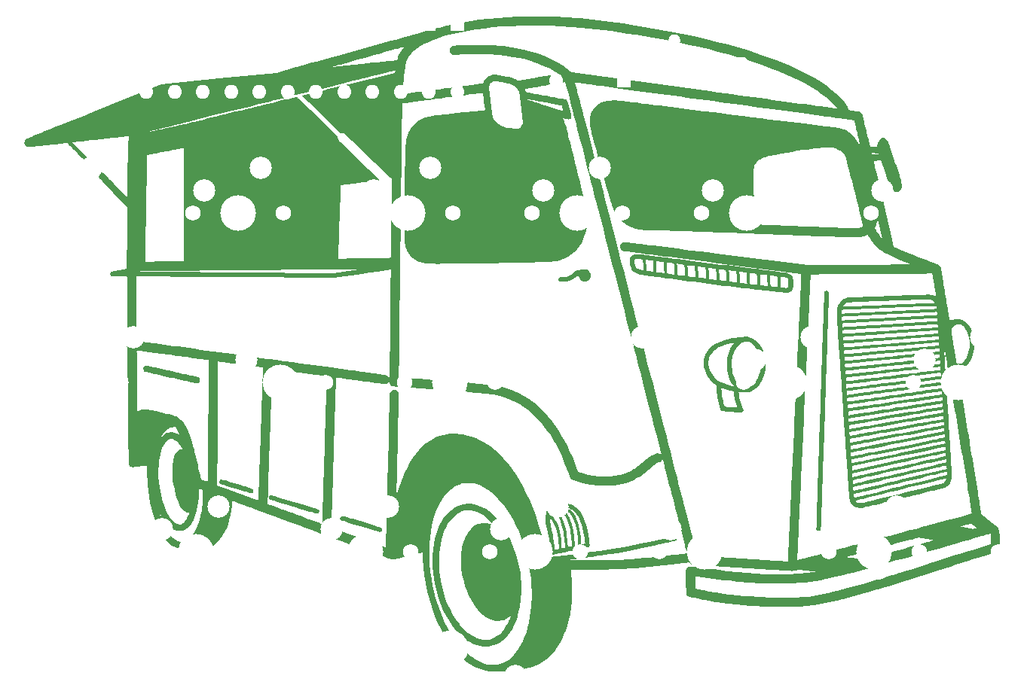
<source format=gbo>
G04 #@! TF.GenerationSoftware,KiCad,Pcbnew,(6.0.1)*
G04 #@! TF.CreationDate,2022-12-02T15:22:06+01:00*
G04 #@! TF.ProjectId,pcb,7063622e-6b69-4636-9164-5f7063625858,rev?*
G04 #@! TF.SameCoordinates,Original*
G04 #@! TF.FileFunction,Legend,Bot*
G04 #@! TF.FilePolarity,Positive*
%FSLAX46Y46*%
G04 Gerber Fmt 4.6, Leading zero omitted, Abs format (unit mm)*
G04 Created by KiCad (PCBNEW (6.0.1)) date 2022-12-02 15:22:06*
%MOMM*%
%LPD*%
G01*
G04 APERTURE LIST*
%ADD10C,2.500000*%
%ADD11C,4.000000*%
%ADD12C,1.750000*%
%ADD13R,1.600000X1.600000*%
%ADD14O,1.600000X1.600000*%
%ADD15C,3.500000*%
%ADD16C,1.400000*%
%ADD17O,1.400000X1.400000*%
%ADD18C,3.048000*%
%ADD19C,3.987800*%
%ADD20O,1.700000X1.700000*%
%ADD21R,1.700000X1.700000*%
%ADD22C,1.600000*%
%ADD23C,0.650000*%
%ADD24O,0.900000X1.700000*%
%ADD25O,0.900000X2.400000*%
%ADD26C,1.500000*%
%ADD27R,1.200000X1.200000*%
%ADD28C,1.200000*%
%ADD29C,2.000000*%
%ADD30R,1.800000X1.800000*%
%ADD31C,1.800000*%
G04 APERTURE END LIST*
G36*
X179734813Y-86498841D02*
G01*
X179818502Y-86547504D01*
X179874990Y-86626310D01*
X179875598Y-86628339D01*
X179877442Y-86644801D01*
X179878656Y-86676261D01*
X179879205Y-86723811D01*
X179879054Y-86788540D01*
X179878169Y-86871541D01*
X179876516Y-86973904D01*
X179874058Y-87096719D01*
X179870763Y-87241079D01*
X179866594Y-87408073D01*
X179861519Y-87598793D01*
X179855501Y-87814329D01*
X179848506Y-88055773D01*
X179840500Y-88324215D01*
X179831448Y-88620747D01*
X179821315Y-88946458D01*
X179810067Y-89302441D01*
X179797669Y-89689785D01*
X179784086Y-90109583D01*
X179769284Y-90562924D01*
X179753228Y-91050899D01*
X179735884Y-91574601D01*
X179717216Y-92135119D01*
X179697191Y-92733544D01*
X179675773Y-93370967D01*
X179652928Y-94048480D01*
X179628622Y-94767173D01*
X179602819Y-95528137D01*
X179575485Y-96332462D01*
X179546585Y-97181241D01*
X179516085Y-98075563D01*
X179483950Y-99016520D01*
X179450146Y-100005202D01*
X179446922Y-100099428D01*
X179419433Y-100902151D01*
X179392319Y-101692626D01*
X179365629Y-102469446D01*
X179339412Y-103231204D01*
X179313717Y-103976495D01*
X179288595Y-104703911D01*
X179264094Y-105412046D01*
X179240265Y-106099494D01*
X179217156Y-106764848D01*
X179194816Y-107406701D01*
X179173296Y-108023648D01*
X179152645Y-108614280D01*
X179132912Y-109177193D01*
X179114147Y-109710980D01*
X179096399Y-110214233D01*
X179079717Y-110685546D01*
X179064152Y-111123513D01*
X179049751Y-111526728D01*
X179036566Y-111893783D01*
X179024645Y-112223273D01*
X179014037Y-112513791D01*
X179004793Y-112763929D01*
X178996961Y-112972282D01*
X178990592Y-113137444D01*
X178985734Y-113258007D01*
X178982436Y-113332565D01*
X178980750Y-113359712D01*
X178969683Y-113388441D01*
X178913630Y-113466862D01*
X178837980Y-113521046D01*
X178818685Y-113528308D01*
X178719678Y-113538217D01*
X178620119Y-113512001D01*
X178535409Y-113455909D01*
X178480947Y-113376188D01*
X178480649Y-113365743D01*
X178481464Y-113310314D01*
X178483861Y-113208815D01*
X178487782Y-113062957D01*
X178493170Y-112874453D01*
X178499967Y-112645013D01*
X178508115Y-112376351D01*
X178517559Y-112070176D01*
X178528240Y-111728202D01*
X178540101Y-111352141D01*
X178553084Y-110943702D01*
X178567133Y-110504600D01*
X178582190Y-110036544D01*
X178598198Y-109541248D01*
X178615099Y-109020422D01*
X178632836Y-108475779D01*
X178651351Y-107909030D01*
X178670588Y-107321887D01*
X178690489Y-106716062D01*
X178710997Y-106093266D01*
X178732054Y-105455212D01*
X178753603Y-104803610D01*
X178775587Y-104140174D01*
X178797948Y-103466613D01*
X178820629Y-102784641D01*
X178843573Y-102095969D01*
X178866722Y-101402309D01*
X178890019Y-100705372D01*
X178913407Y-100006870D01*
X178936828Y-99308516D01*
X178960225Y-98612020D01*
X178983541Y-97919094D01*
X179006718Y-97231451D01*
X179029700Y-96550801D01*
X179052428Y-95878858D01*
X179074845Y-95217332D01*
X179096894Y-94567935D01*
X179118518Y-93932379D01*
X179139660Y-93312376D01*
X179160261Y-92709637D01*
X179180265Y-92125874D01*
X179199615Y-91562799D01*
X179218252Y-91022124D01*
X179236120Y-90505561D01*
X179253162Y-90014821D01*
X179269320Y-89551615D01*
X179284536Y-89117657D01*
X179298754Y-88714656D01*
X179311915Y-88344326D01*
X179323964Y-88008378D01*
X179334841Y-87708524D01*
X179344491Y-87446475D01*
X179352856Y-87223943D01*
X179359877Y-87042640D01*
X179365499Y-86904278D01*
X179369664Y-86810568D01*
X179372314Y-86763222D01*
X179376057Y-86722332D01*
X179389429Y-86647924D01*
X179414698Y-86596460D01*
X179459370Y-86549520D01*
X179537855Y-86501558D01*
X179636930Y-86482725D01*
X179734813Y-86498841D01*
G37*
G36*
X152561977Y-84119721D02*
G01*
X152624340Y-84130439D01*
X152679330Y-84147828D01*
X152715352Y-84162313D01*
X152860796Y-84242441D01*
X152972311Y-84348496D01*
X153060389Y-84489897D01*
X153065018Y-84499325D01*
X153104867Y-84586642D01*
X153125624Y-84655575D01*
X153131715Y-84728352D01*
X153127569Y-84827199D01*
X153124895Y-84860686D01*
X153102449Y-84997587D01*
X153065424Y-85102212D01*
X153024347Y-85171106D01*
X152910432Y-85298923D01*
X152770859Y-85391906D01*
X152613628Y-85447797D01*
X152446740Y-85464336D01*
X152278195Y-85439262D01*
X152115996Y-85370318D01*
X152051277Y-85326743D01*
X151933399Y-85205551D01*
X151850426Y-85050909D01*
X151803144Y-84864087D01*
X151797613Y-84832302D01*
X151778223Y-84770817D01*
X151754956Y-84748077D01*
X151720164Y-84759200D01*
X151652181Y-84800197D01*
X151563012Y-84866277D01*
X151459830Y-84952058D01*
X151349807Y-85052156D01*
X151308812Y-85089962D01*
X151128958Y-85229888D01*
X150931711Y-85340760D01*
X150707350Y-85427337D01*
X150446153Y-85494375D01*
X150430630Y-85497397D01*
X150324454Y-85511091D01*
X150195935Y-85519086D01*
X150056903Y-85521582D01*
X149919189Y-85518779D01*
X149794622Y-85510879D01*
X149695034Y-85498081D01*
X149632254Y-85480585D01*
X149565811Y-85431596D01*
X149512810Y-85347041D01*
X149493550Y-85248455D01*
X149510229Y-85149466D01*
X149565044Y-85063699D01*
X149580756Y-85048681D01*
X149632220Y-85007981D01*
X149668842Y-84991008D01*
X149671159Y-84990926D01*
X149712854Y-84989900D01*
X149791579Y-84988242D01*
X149896991Y-84986162D01*
X150018750Y-84983872D01*
X150222619Y-84974230D01*
X150422290Y-84946901D01*
X150595518Y-84898165D01*
X150753257Y-84823814D01*
X150906462Y-84719638D01*
X151066087Y-84581427D01*
X151208138Y-84457333D01*
X151382788Y-84334508D01*
X151564239Y-84243163D01*
X151762318Y-84179458D01*
X151986854Y-84139550D01*
X152247673Y-84119599D01*
X152372288Y-84115493D01*
X152481531Y-84114972D01*
X152561977Y-84119721D01*
G37*
G36*
X117195307Y-109523555D02*
G01*
X117253580Y-109534708D01*
X117352993Y-109558780D01*
X117489878Y-109594667D01*
X117660564Y-109641266D01*
X117861384Y-109697473D01*
X118088668Y-109762183D01*
X118338746Y-109834294D01*
X118607949Y-109912700D01*
X118892607Y-109996299D01*
X119189053Y-110083985D01*
X119493615Y-110174656D01*
X119802626Y-110267207D01*
X120112415Y-110360534D01*
X120419313Y-110453534D01*
X120719652Y-110545103D01*
X121009761Y-110634136D01*
X121285972Y-110719530D01*
X121544615Y-110800180D01*
X121782021Y-110874984D01*
X121994521Y-110942836D01*
X122178445Y-111002633D01*
X122330124Y-111053272D01*
X122445889Y-111093648D01*
X122522071Y-111122657D01*
X122555000Y-111139195D01*
X122585810Y-111175239D01*
X122609694Y-111233488D01*
X122616057Y-111318376D01*
X122603638Y-111416829D01*
X122554996Y-111507414D01*
X122469519Y-111565950D01*
X122436551Y-111576594D01*
X122369667Y-111587491D01*
X122366479Y-111587102D01*
X122325473Y-111577017D01*
X122241501Y-111553958D01*
X122117603Y-111518815D01*
X121956820Y-111472483D01*
X121762193Y-111415853D01*
X121536762Y-111349817D01*
X121283567Y-111275269D01*
X121005648Y-111193100D01*
X120706047Y-111104204D01*
X120387804Y-111009472D01*
X120053958Y-110909797D01*
X119707552Y-110806072D01*
X119558190Y-110761271D01*
X119154526Y-110640017D01*
X118794576Y-110531591D01*
X118476007Y-110435255D01*
X118196485Y-110350274D01*
X117953676Y-110275910D01*
X117745246Y-110211427D01*
X117568861Y-110156089D01*
X117422188Y-110109160D01*
X117302892Y-110069903D01*
X117208639Y-110037581D01*
X117137096Y-110011458D01*
X117085928Y-109990798D01*
X117052802Y-109974865D01*
X117035384Y-109962921D01*
X117003074Y-109924660D01*
X116980346Y-109866736D01*
X116974326Y-109781731D01*
X116977211Y-109734428D01*
X117010957Y-109631298D01*
X117080513Y-109559759D01*
X117183235Y-109523081D01*
X117195307Y-109523555D01*
G37*
G36*
X144708325Y-123689714D02*
G01*
X144512627Y-124143106D01*
X144293335Y-124561501D01*
X144051371Y-124943633D01*
X143787661Y-125288235D01*
X143503125Y-125594042D01*
X143198688Y-125859786D01*
X142875272Y-126084203D01*
X142533801Y-126266026D01*
X142175197Y-126403988D01*
X141800384Y-126496824D01*
X141712030Y-126509410D01*
X141547912Y-126521933D01*
X141359604Y-126526895D01*
X141161543Y-126524555D01*
X140968165Y-126515171D01*
X140793904Y-126499001D01*
X140653196Y-126476303D01*
X140357507Y-126398722D01*
X139961684Y-126253586D01*
X139569180Y-126062847D01*
X139183595Y-125828309D01*
X138808530Y-125551778D01*
X138750631Y-125503743D01*
X138599534Y-125368778D01*
X138432456Y-125208620D01*
X138258791Y-125032910D01*
X138087929Y-124851286D01*
X137929265Y-124673385D01*
X137792191Y-124508847D01*
X137527868Y-124159273D01*
X137169441Y-123622411D01*
X136838752Y-123049360D01*
X136537155Y-122443368D01*
X136266001Y-121807685D01*
X136026642Y-121145559D01*
X135820433Y-120460241D01*
X135648724Y-119754979D01*
X135512868Y-119033023D01*
X135501159Y-118959006D01*
X135413577Y-118280485D01*
X135361169Y-117603604D01*
X135343695Y-116933209D01*
X135349213Y-116721994D01*
X136089250Y-116721994D01*
X136090103Y-116988382D01*
X136094576Y-117260951D01*
X136102484Y-117528824D01*
X136113642Y-117781121D01*
X136127864Y-118006966D01*
X136144965Y-118195481D01*
X136173017Y-118429894D01*
X136284198Y-119147952D01*
X136430919Y-119848789D01*
X136612049Y-120529429D01*
X136826458Y-121186894D01*
X137073014Y-121818207D01*
X137350587Y-122420392D01*
X137658047Y-122990471D01*
X137994262Y-123525468D01*
X138358103Y-124022405D01*
X138406203Y-124081950D01*
X138563783Y-124264336D01*
X138742290Y-124455755D01*
X138931845Y-124646463D01*
X139122565Y-124826715D01*
X139304571Y-124986768D01*
X139467980Y-125116878D01*
X139750356Y-125307129D01*
X140057677Y-125476514D01*
X140371289Y-125613975D01*
X140681997Y-125715501D01*
X140980607Y-125777078D01*
X141032537Y-125783700D01*
X141357571Y-125797656D01*
X141676111Y-125764245D01*
X141986503Y-125684558D01*
X142287093Y-125559686D01*
X142576226Y-125390721D01*
X142852246Y-125178754D01*
X143113501Y-124924876D01*
X143358334Y-124630179D01*
X143585092Y-124295754D01*
X143792120Y-123922693D01*
X143825617Y-123852626D01*
X143870410Y-123753604D01*
X143921174Y-123637688D01*
X143974227Y-123513669D01*
X144025889Y-123390342D01*
X144072478Y-123276498D01*
X144110314Y-123180931D01*
X144135715Y-123112432D01*
X144145000Y-123079796D01*
X144143244Y-123079447D01*
X144116053Y-123096409D01*
X144062809Y-123136014D01*
X143992355Y-123191772D01*
X143928040Y-123241969D01*
X143662359Y-123412547D01*
X143381453Y-123537901D01*
X143088316Y-123617863D01*
X142785941Y-123652261D01*
X142477323Y-123640926D01*
X142165454Y-123583688D01*
X141853329Y-123480377D01*
X141543942Y-123330822D01*
X141389016Y-123238045D01*
X141059705Y-123002216D01*
X140743249Y-122722502D01*
X140441218Y-122401509D01*
X140155181Y-122041844D01*
X139886710Y-121646117D01*
X139637372Y-121216934D01*
X139408738Y-120756902D01*
X139202377Y-120268629D01*
X139019858Y-119754724D01*
X138862752Y-119217792D01*
X138732629Y-118660442D01*
X138731878Y-118656776D01*
X138678753Y-118380485D01*
X138637237Y-118123257D01*
X138605901Y-117871551D01*
X138583313Y-117611825D01*
X138568041Y-117330539D01*
X138558656Y-117014151D01*
X138556123Y-116866382D01*
X138554940Y-116596488D01*
X138559636Y-116359086D01*
X138570876Y-116143374D01*
X138589322Y-115938550D01*
X138615637Y-115733813D01*
X138650484Y-115518359D01*
X138665192Y-115437416D01*
X138763528Y-115001553D01*
X138888102Y-114596600D01*
X139037716Y-114224430D01*
X139211175Y-113886921D01*
X139407282Y-113585949D01*
X139624839Y-113323388D01*
X139862650Y-113101116D01*
X140119519Y-112921008D01*
X140394248Y-112784939D01*
X140554991Y-112728527D01*
X140855612Y-112662347D01*
X141165132Y-112642400D01*
X141479635Y-112668520D01*
X141795206Y-112740539D01*
X142107932Y-112858288D01*
X142267276Y-112930538D01*
X142204956Y-112856476D01*
X142170868Y-112816475D01*
X142043952Y-112674029D01*
X141902960Y-112523739D01*
X141759070Y-112377078D01*
X141623459Y-112245517D01*
X141507307Y-112140527D01*
X141356758Y-112016167D01*
X141013152Y-111765581D01*
X140670492Y-111561471D01*
X140329770Y-111403990D01*
X139991979Y-111293287D01*
X139658113Y-111229513D01*
X139329166Y-111212821D01*
X139006129Y-111243359D01*
X138689997Y-111321281D01*
X138381763Y-111446736D01*
X138082419Y-111619876D01*
X138051565Y-111640837D01*
X137771461Y-111862411D01*
X137508991Y-112127399D01*
X137265177Y-112433487D01*
X137041042Y-112778362D01*
X136837608Y-113159710D01*
X136655899Y-113575217D01*
X136496937Y-114022570D01*
X136361745Y-114499455D01*
X136251345Y-115003558D01*
X136166761Y-115532566D01*
X136109015Y-116084165D01*
X136099144Y-116251272D01*
X136092202Y-116472665D01*
X136089250Y-116721994D01*
X135349213Y-116721994D01*
X135360912Y-116274149D01*
X135412577Y-115631268D01*
X135498449Y-115009414D01*
X135618285Y-114413434D01*
X135771844Y-113848174D01*
X135918531Y-113418439D01*
X136112990Y-112948901D01*
X136331042Y-112516679D01*
X136571764Y-112122781D01*
X136834233Y-111768215D01*
X137117526Y-111453991D01*
X137420720Y-111181116D01*
X137742893Y-110950600D01*
X138083122Y-110763450D01*
X138440483Y-110620675D01*
X138814055Y-110523284D01*
X138945595Y-110503133D01*
X139145433Y-110486148D01*
X139362610Y-110479630D01*
X139580864Y-110483584D01*
X139783933Y-110498015D01*
X139955556Y-110522929D01*
X140100357Y-110554906D01*
X140514797Y-110679883D01*
X140920708Y-110852485D01*
X141317280Y-111072225D01*
X141703699Y-111338621D01*
X142079157Y-111651186D01*
X142442840Y-112009435D01*
X142674503Y-112266605D01*
X143067127Y-112755477D01*
X143430553Y-113280320D01*
X143765233Y-113841978D01*
X144071617Y-114441297D01*
X144350156Y-115079119D01*
X144601300Y-115756290D01*
X144825500Y-116473654D01*
X144834751Y-116506083D01*
X144942999Y-116897878D01*
X145034620Y-117257479D01*
X145110844Y-117593856D01*
X145172904Y-117915978D01*
X145222031Y-118232813D01*
X145259456Y-118553333D01*
X145286411Y-118886505D01*
X145304128Y-119241300D01*
X145313837Y-119626687D01*
X145316771Y-120051635D01*
X145316635Y-120121418D01*
X145307869Y-120599351D01*
X145285033Y-121039708D01*
X145247567Y-121450733D01*
X145194908Y-121840668D01*
X145144625Y-122132217D01*
X145025248Y-122683004D01*
X144913949Y-123079796D01*
X144879506Y-123202591D01*
X144708325Y-123689714D01*
G37*
G36*
X175878606Y-85932225D02*
G01*
X175861274Y-86108016D01*
X175832651Y-86252226D01*
X175793312Y-86348643D01*
X175713247Y-86470246D01*
X175611601Y-86577641D01*
X175502063Y-86654183D01*
X175469147Y-86669009D01*
X175375379Y-86700676D01*
X175279124Y-86722616D01*
X175247922Y-86727542D01*
X175211664Y-86732489D01*
X175174705Y-86735502D01*
X175131053Y-86736268D01*
X175074714Y-86734470D01*
X174999696Y-86729793D01*
X174900007Y-86721923D01*
X174769653Y-86710543D01*
X174602641Y-86695339D01*
X174392980Y-86675995D01*
X174281815Y-86665534D01*
X174013645Y-86639061D01*
X173709324Y-86607555D01*
X173371202Y-86571315D01*
X173001633Y-86530641D01*
X172602967Y-86485833D01*
X172177556Y-86437189D01*
X171727751Y-86385009D01*
X171255905Y-86329593D01*
X170764369Y-86271238D01*
X170255494Y-86210246D01*
X169731633Y-86146915D01*
X169195136Y-86081545D01*
X168648356Y-86014434D01*
X168093644Y-85945883D01*
X167533351Y-85876190D01*
X166969830Y-85805655D01*
X166405432Y-85734578D01*
X165842509Y-85663257D01*
X165283412Y-85591992D01*
X164730493Y-85521082D01*
X164186103Y-85450826D01*
X163652595Y-85381525D01*
X163132319Y-85313476D01*
X162627628Y-85246981D01*
X162140873Y-85182337D01*
X161674406Y-85119844D01*
X161230578Y-85059802D01*
X160811741Y-85002509D01*
X160420246Y-84948266D01*
X160058446Y-84897372D01*
X159728692Y-84850125D01*
X159433336Y-84806825D01*
X159174728Y-84767772D01*
X158955222Y-84733265D01*
X158777167Y-84703603D01*
X158642917Y-84679086D01*
X158554823Y-84660012D01*
X158528919Y-84653345D01*
X158285909Y-84577150D01*
X158086521Y-84486333D01*
X157927402Y-84378668D01*
X157805195Y-84251929D01*
X157716545Y-84103890D01*
X157701301Y-84068321D01*
X157655985Y-83940199D01*
X157610146Y-83782219D01*
X157567288Y-83608200D01*
X157530912Y-83431959D01*
X157504520Y-83267314D01*
X157500673Y-83234944D01*
X157498570Y-83096436D01*
X158029608Y-83096436D01*
X158037609Y-83181317D01*
X158054247Y-83291718D01*
X158077393Y-83416262D01*
X158104913Y-83543576D01*
X158134678Y-83662284D01*
X158164557Y-83761010D01*
X158189510Y-83824829D01*
X158229242Y-83905196D01*
X158265945Y-83959019D01*
X158328918Y-84006077D01*
X158441209Y-84059134D01*
X158594803Y-84112080D01*
X158785793Y-84163379D01*
X158815543Y-84170466D01*
X158903728Y-84190878D01*
X158969312Y-84205169D01*
X158999871Y-84210599D01*
X159003700Y-84209952D01*
X159022355Y-84179025D01*
X159034115Y-84104951D01*
X159039021Y-83992182D01*
X159037114Y-83845170D01*
X159028435Y-83668366D01*
X159013025Y-83466222D01*
X158990925Y-83243192D01*
X158972356Y-83073788D01*
X159313842Y-83073788D01*
X159316712Y-83135646D01*
X159323473Y-83226903D01*
X159333485Y-83337536D01*
X159342416Y-83447106D01*
X159351812Y-83610698D01*
X159358212Y-83781771D01*
X159360576Y-83937303D01*
X159360614Y-83964861D01*
X159360859Y-83992182D01*
X159361648Y-84080316D01*
X159363886Y-84173927D01*
X159367043Y-84236693D01*
X159370831Y-84259616D01*
X159376278Y-84260170D01*
X159419935Y-84265855D01*
X159499516Y-84276713D01*
X159606176Y-84291530D01*
X159731071Y-84309090D01*
X159776241Y-84315510D01*
X159902389Y-84333815D01*
X160011328Y-84350153D01*
X160092665Y-84362945D01*
X160136009Y-84370613D01*
X160190961Y-84382662D01*
X160190961Y-84035599D01*
X160188844Y-83881828D01*
X160182923Y-83712144D01*
X160174116Y-83550028D01*
X160163343Y-83416115D01*
X160142151Y-83207090D01*
X160487204Y-83207090D01*
X160488234Y-83255481D01*
X160492560Y-83339385D01*
X160499716Y-83450303D01*
X160509231Y-83579737D01*
X160511786Y-83614062D01*
X160521261Y-83771653D01*
X160527743Y-83931325D01*
X160530669Y-84076177D01*
X160529480Y-84189307D01*
X160522233Y-84382662D01*
X160520673Y-84424287D01*
X160911442Y-84476763D01*
X160995160Y-84487853D01*
X161123261Y-84504203D01*
X161231136Y-84517215D01*
X161309397Y-84525770D01*
X161348659Y-84528755D01*
X161355153Y-84528506D01*
X161371078Y-84523388D01*
X161381456Y-84506033D01*
X161386928Y-84469131D01*
X161388137Y-84405369D01*
X161385723Y-84307439D01*
X161380329Y-84168029D01*
X161379760Y-84154466D01*
X161371626Y-83996340D01*
X161360797Y-83830214D01*
X161348617Y-83675032D01*
X161336431Y-83549736D01*
X161312814Y-83340451D01*
X161650160Y-83340451D01*
X161668683Y-83513062D01*
X161674002Y-83573282D01*
X161681503Y-83684987D01*
X161689152Y-83824167D01*
X161696301Y-83978812D01*
X161702304Y-84136912D01*
X161711287Y-84405369D01*
X161717403Y-84588151D01*
X162034903Y-84629518D01*
X162044182Y-84630728D01*
X162172027Y-84647600D01*
X162289430Y-84663433D01*
X162383721Y-84676497D01*
X162442232Y-84685066D01*
X162532060Y-84699246D01*
X162548709Y-84565994D01*
X162550089Y-84552299D01*
X162552639Y-84468776D01*
X162550566Y-84349471D01*
X162544463Y-84204665D01*
X162534923Y-84044638D01*
X162522539Y-83879668D01*
X162507903Y-83720037D01*
X162491609Y-83576024D01*
X162480548Y-83489252D01*
X162816442Y-83489252D01*
X162845742Y-83770636D01*
X162856996Y-83904208D01*
X162866682Y-84069262D01*
X162873448Y-84241568D01*
X162876271Y-84400049D01*
X162876829Y-84468776D01*
X162877067Y-84498129D01*
X162880211Y-84615459D01*
X162886096Y-84692687D01*
X162895207Y-84735130D01*
X162908028Y-84748105D01*
X162921281Y-84749050D01*
X162977901Y-84755102D01*
X163068816Y-84765823D01*
X163184923Y-84780126D01*
X163317115Y-84796924D01*
X163394834Y-84806924D01*
X163514904Y-84822304D01*
X163611672Y-84834610D01*
X163676757Y-84842777D01*
X163701778Y-84845742D01*
X163701922Y-84845661D01*
X163704242Y-84820269D01*
X163706138Y-84755933D01*
X163707416Y-84662017D01*
X163707884Y-84547880D01*
X163707700Y-84511137D01*
X163704308Y-84369126D01*
X163697247Y-84216229D01*
X163687315Y-84062401D01*
X163675312Y-83917593D01*
X163662033Y-83791760D01*
X163648278Y-83694853D01*
X163639136Y-83655362D01*
X163988618Y-83655362D01*
X163988626Y-83693878D01*
X163994280Y-83765158D01*
X164004692Y-83857015D01*
X164009622Y-83903168D01*
X164018038Y-84017134D01*
X164025262Y-84158753D01*
X164030652Y-84314376D01*
X164033566Y-84470356D01*
X164034313Y-84547880D01*
X164037596Y-84888693D01*
X164355096Y-84930215D01*
X164360984Y-84930985D01*
X164491255Y-84948026D01*
X164613551Y-84964031D01*
X164714386Y-84977236D01*
X164780273Y-84985874D01*
X164887951Y-85000011D01*
X164872347Y-84550438D01*
X164863980Y-84352722D01*
X164851649Y-84153063D01*
X164836879Y-83989356D01*
X164820035Y-83864823D01*
X164806634Y-83805499D01*
X165158848Y-83805499D01*
X165158960Y-83848018D01*
X165164816Y-83922581D01*
X165175583Y-84017265D01*
X165180227Y-84059148D01*
X165189331Y-84175328D01*
X165197127Y-84319103D01*
X165202905Y-84476129D01*
X165205957Y-84632064D01*
X165207353Y-84735516D01*
X165210159Y-84857350D01*
X165213765Y-84954365D01*
X165216674Y-85000011D01*
X165217856Y-85018551D01*
X165222115Y-85041901D01*
X165241475Y-85044234D01*
X165302555Y-85052090D01*
X165397277Y-85064464D01*
X165517566Y-85080300D01*
X165655347Y-85098542D01*
X166076368Y-85154430D01*
X166092142Y-85070348D01*
X166096029Y-85033127D01*
X166097656Y-84948116D01*
X166095156Y-84833959D01*
X166089179Y-84699320D01*
X166080380Y-84552860D01*
X166069409Y-84403243D01*
X166056919Y-84259129D01*
X166043563Y-84129182D01*
X166029993Y-84022063D01*
X166027814Y-84009511D01*
X166366196Y-84009511D01*
X166375908Y-84106972D01*
X166382657Y-84172070D01*
X166391171Y-84283368D01*
X166399748Y-84422096D01*
X166407685Y-84576760D01*
X166414283Y-84735866D01*
X166421955Y-84948116D01*
X166431057Y-85199904D01*
X166748557Y-85240538D01*
X166757476Y-85241679D01*
X166885572Y-85258096D01*
X167003465Y-85273243D01*
X167098406Y-85285480D01*
X167157644Y-85293165D01*
X167249230Y-85305160D01*
X167249230Y-84973098D01*
X167248426Y-84887533D01*
X167244087Y-84739948D01*
X167236612Y-84587535D01*
X167226712Y-84439237D01*
X167215100Y-84303999D01*
X167202487Y-84190763D01*
X167190988Y-84117436D01*
X167530587Y-84117436D01*
X167535803Y-84177595D01*
X167545817Y-84259616D01*
X167552462Y-84323544D01*
X167560473Y-84433102D01*
X167568266Y-84570319D01*
X167575205Y-84723864D01*
X167580658Y-84882404D01*
X167592749Y-85305160D01*
X167593930Y-85346443D01*
X167928359Y-85387855D01*
X168071641Y-85405747D01*
X168188941Y-85419651D01*
X168270664Y-85426518D01*
X168323621Y-85425329D01*
X168354621Y-85415064D01*
X168370476Y-85394703D01*
X168377994Y-85363224D01*
X168383988Y-85319609D01*
X168387665Y-85291865D01*
X168391518Y-85243651D01*
X168392528Y-85185474D01*
X168390370Y-85110895D01*
X168384720Y-85013472D01*
X168375250Y-84886762D01*
X168361636Y-84724325D01*
X168343552Y-84519719D01*
X168337044Y-84448840D01*
X168325610Y-84339990D01*
X168314603Y-84267480D01*
X168310707Y-84253664D01*
X168654275Y-84253664D01*
X168657981Y-84306504D01*
X168667625Y-84381731D01*
X168667640Y-84381831D01*
X168674872Y-84448926D01*
X168682856Y-84554478D01*
X168690964Y-84688141D01*
X168698569Y-84839568D01*
X168705043Y-84998414D01*
X168705952Y-85023701D01*
X168711286Y-85168645D01*
X168711933Y-85185474D01*
X168716113Y-85294178D01*
X168720135Y-85392948D01*
X168723055Y-85457605D01*
X168724574Y-85480797D01*
X168733208Y-85481856D01*
X168781577Y-85488007D01*
X168865241Y-85498724D01*
X168975933Y-85512947D01*
X169105384Y-85529616D01*
X169179879Y-85539142D01*
X169304308Y-85554695D01*
X169407619Y-85567153D01*
X169480708Y-85575428D01*
X169514471Y-85578434D01*
X169517285Y-85577752D01*
X169530996Y-85547371D01*
X169539911Y-85477583D01*
X169544424Y-85376222D01*
X169544928Y-85251121D01*
X169541818Y-85110115D01*
X169535488Y-84961037D01*
X169526332Y-84811722D01*
X169514745Y-84670002D01*
X169501119Y-84543712D01*
X169485850Y-84440686D01*
X169469331Y-84368756D01*
X169468474Y-84367128D01*
X169809512Y-84367128D01*
X169823578Y-84437459D01*
X169829936Y-84474737D01*
X169842803Y-84580711D01*
X169855008Y-84716887D01*
X169865821Y-84870774D01*
X169874514Y-85029880D01*
X169880356Y-85181715D01*
X169881545Y-85251121D01*
X169882619Y-85313787D01*
X169880573Y-85413606D01*
X169878950Y-85445070D01*
X169876813Y-85548635D01*
X169882444Y-85608231D01*
X169896095Y-85627336D01*
X169908877Y-85628293D01*
X169964593Y-85634356D01*
X170054712Y-85645077D01*
X170170224Y-85659371D01*
X170302115Y-85676154D01*
X170379358Y-85686084D01*
X170500092Y-85701490D01*
X170597847Y-85713818D01*
X170664137Y-85722001D01*
X170690474Y-85724973D01*
X170691451Y-85724114D01*
X170694762Y-85692888D01*
X170695230Y-85622895D01*
X170693236Y-85522518D01*
X170689163Y-85400140D01*
X170683393Y-85264145D01*
X170676310Y-85122915D01*
X170668295Y-84984832D01*
X170659731Y-84858281D01*
X170651001Y-84751645D01*
X170642486Y-84673305D01*
X170623042Y-84529097D01*
X170964669Y-84529097D01*
X170967586Y-84580168D01*
X170975250Y-84662098D01*
X170986753Y-84764223D01*
X170989678Y-84790225D01*
X171000275Y-84914870D01*
X171009311Y-85067055D01*
X171015906Y-85229901D01*
X171019181Y-85386529D01*
X171021294Y-85622895D01*
X171022596Y-85768537D01*
X171181346Y-85785015D01*
X171222660Y-85789423D01*
X171334722Y-85801989D01*
X171464907Y-85817161D01*
X171592714Y-85832567D01*
X171683446Y-85843259D01*
X171767848Y-85850941D01*
X171819372Y-85851083D01*
X171846807Y-85843541D01*
X171858945Y-85828169D01*
X171862443Y-85807472D01*
X171864938Y-85740861D01*
X171864157Y-85640567D01*
X171860518Y-85515745D01*
X171854437Y-85375551D01*
X171846334Y-85229142D01*
X171836625Y-85085673D01*
X171825728Y-84954301D01*
X171814060Y-84844182D01*
X171793471Y-84677507D01*
X172136204Y-84677507D01*
X172138608Y-84730749D01*
X172145407Y-84814563D01*
X172155840Y-84918355D01*
X172157288Y-84932199D01*
X172167207Y-85057306D01*
X172175278Y-85210644D01*
X172180706Y-85374077D01*
X172182692Y-85529467D01*
X172182692Y-85893749D01*
X172262067Y-85906400D01*
X172283953Y-85909642D01*
X172360270Y-85919710D01*
X172462070Y-85932163D01*
X172573461Y-85945028D01*
X172621517Y-85950477D01*
X172734650Y-85963791D01*
X172833495Y-85976040D01*
X172900914Y-85985126D01*
X172996347Y-85999248D01*
X172981170Y-85599576D01*
X172976905Y-85504266D01*
X172968803Y-85363884D01*
X172958793Y-85220236D01*
X172947638Y-85081994D01*
X172936104Y-84957832D01*
X172924954Y-84856424D01*
X172920094Y-84822411D01*
X173261710Y-84822411D01*
X173263273Y-84878544D01*
X173269635Y-84964690D01*
X173280139Y-85070147D01*
X173280818Y-85076350D01*
X173292119Y-85202287D01*
X173302553Y-85356913D01*
X173310983Y-85521209D01*
X173316277Y-85676154D01*
X173323791Y-85999248D01*
X173324513Y-86030289D01*
X173602304Y-86058874D01*
X173693593Y-86068324D01*
X173819415Y-86081512D01*
X173929657Y-86093242D01*
X174007813Y-86101768D01*
X174071239Y-86107963D01*
X174116974Y-86105971D01*
X174139206Y-86088773D01*
X174151723Y-86051559D01*
X174153881Y-86039997D01*
X174157815Y-85977071D01*
X174157554Y-85881453D01*
X174153702Y-85761294D01*
X174146861Y-85624743D01*
X174137637Y-85479952D01*
X174126631Y-85335071D01*
X174114449Y-85198250D01*
X174101694Y-85077638D01*
X174088969Y-84981388D01*
X174080730Y-84937951D01*
X174422871Y-84937951D01*
X174438479Y-85068928D01*
X174443910Y-85130238D01*
X174450492Y-85233022D01*
X174457374Y-85364307D01*
X174464010Y-85513618D01*
X174469854Y-85670481D01*
X174472882Y-85769900D01*
X174477009Y-85910202D01*
X174480801Y-85977071D01*
X174482781Y-86011992D01*
X174493900Y-86081746D01*
X174514070Y-86125938D01*
X174546994Y-86151044D01*
X174596376Y-86163539D01*
X174665919Y-86169898D01*
X174759326Y-86176595D01*
X174850150Y-86184476D01*
X174951562Y-86193659D01*
X175027980Y-86200988D01*
X175056186Y-86203061D01*
X175167810Y-86194896D01*
X175257953Y-86162272D01*
X175314388Y-86109112D01*
X175315831Y-86106414D01*
X175329077Y-86058245D01*
X175337890Y-85973083D01*
X175342529Y-85847021D01*
X175343255Y-85676154D01*
X175342686Y-85614234D01*
X175337870Y-85448077D01*
X175327139Y-85321748D01*
X175308761Y-85228496D01*
X175281010Y-85161574D01*
X175242155Y-85114232D01*
X175190469Y-85079722D01*
X175133683Y-85058630D01*
X175031492Y-85032739D01*
X174895634Y-85005695D01*
X174733996Y-84979054D01*
X174554464Y-84954370D01*
X174422871Y-84937951D01*
X174080730Y-84937951D01*
X174076879Y-84917648D01*
X174066026Y-84894569D01*
X174053455Y-84893361D01*
X173999235Y-84886974D01*
X173910461Y-84876027D01*
X173795662Y-84861578D01*
X173663365Y-84844681D01*
X173577980Y-84834028D01*
X173456358Y-84820087D01*
X173357864Y-84810326D01*
X173290922Y-84805548D01*
X173263955Y-84806558D01*
X173261710Y-84822411D01*
X172920094Y-84822411D01*
X172914954Y-84786441D01*
X172906867Y-84756559D01*
X172896668Y-84753970D01*
X172846979Y-84746158D01*
X172765113Y-84734978D01*
X172661146Y-84721641D01*
X172545155Y-84707357D01*
X172427217Y-84693338D01*
X172317408Y-84680794D01*
X172225804Y-84670935D01*
X172162484Y-84664973D01*
X172137522Y-84664119D01*
X172136204Y-84677507D01*
X171793471Y-84677507D01*
X171785203Y-84610576D01*
X171379476Y-84560831D01*
X171277757Y-84548595D01*
X171155545Y-84534597D01*
X171057381Y-84524181D01*
X170991402Y-84518200D01*
X170965745Y-84517506D01*
X170964669Y-84529097D01*
X170623042Y-84529097D01*
X170614292Y-84464206D01*
X169809512Y-84367128D01*
X169468474Y-84367128D01*
X169451956Y-84335758D01*
X169439053Y-84331446D01*
X169384808Y-84320745D01*
X169299096Y-84307258D01*
X169191891Y-84292212D01*
X169073171Y-84276833D01*
X168952910Y-84262348D01*
X168841084Y-84249984D01*
X168747668Y-84240967D01*
X168682640Y-84236524D01*
X168655974Y-84237881D01*
X168654275Y-84253664D01*
X168310707Y-84253664D01*
X168302077Y-84223056D01*
X168286085Y-84198467D01*
X168264678Y-84185459D01*
X168264204Y-84185273D01*
X168224269Y-84175819D01*
X168149791Y-84163105D01*
X168051126Y-84148440D01*
X167938631Y-84133133D01*
X167822663Y-84118493D01*
X167713579Y-84105827D01*
X167621735Y-84096446D01*
X167557488Y-84091658D01*
X167531196Y-84092771D01*
X167530587Y-84117436D01*
X167190988Y-84117436D01*
X167189583Y-84108473D01*
X167177099Y-84066073D01*
X167151958Y-84056738D01*
X167087765Y-84042500D01*
X166994552Y-84025156D01*
X166882222Y-84006247D01*
X166760680Y-83987312D01*
X166639830Y-83969894D01*
X166529576Y-83955533D01*
X166439821Y-83945769D01*
X166380471Y-83942143D01*
X166368712Y-83955878D01*
X166366196Y-84009511D01*
X166027814Y-84009511D01*
X166016862Y-83946435D01*
X166004821Y-83910960D01*
X165980511Y-83902942D01*
X165916651Y-83890413D01*
X165823296Y-83875191D01*
X165710164Y-83858551D01*
X165586977Y-83841768D01*
X165463454Y-83826115D01*
X165349317Y-83812866D01*
X165254285Y-83803295D01*
X165188080Y-83798677D01*
X165160420Y-83800285D01*
X165158848Y-83805499D01*
X164806634Y-83805499D01*
X164801480Y-83782684D01*
X164781577Y-83746161D01*
X164769647Y-83742306D01*
X164716630Y-83732304D01*
X164631820Y-83719519D01*
X164525239Y-83705142D01*
X164406908Y-83690363D01*
X164286848Y-83676373D01*
X164175081Y-83664362D01*
X164081628Y-83655520D01*
X164016511Y-83651039D01*
X163989752Y-83652107D01*
X163988618Y-83655362D01*
X163639136Y-83655362D01*
X163634845Y-83636827D01*
X163633789Y-83634135D01*
X163620979Y-83615811D01*
X163594898Y-83600660D01*
X163548484Y-83587023D01*
X163474677Y-83573243D01*
X163366414Y-83557660D01*
X163216636Y-83538617D01*
X162816442Y-83489252D01*
X162480548Y-83489252D01*
X162474519Y-83441952D01*
X162062339Y-83391201D01*
X161650160Y-83340451D01*
X161312814Y-83340451D01*
X161307311Y-83291682D01*
X160901781Y-83241961D01*
X160800241Y-83229748D01*
X160678035Y-83215755D01*
X160579868Y-83205347D01*
X160513881Y-83199376D01*
X160488212Y-83198693D01*
X160487204Y-83207090D01*
X160142151Y-83207090D01*
X160135724Y-83143695D01*
X159729833Y-83093290D01*
X159627959Y-83080948D01*
X159505628Y-83067047D01*
X159407285Y-83056955D01*
X159341081Y-83051493D01*
X159315167Y-83051483D01*
X159313842Y-83073788D01*
X158972356Y-83073788D01*
X158963839Y-82996094D01*
X158704275Y-82962753D01*
X158514973Y-82941874D01*
X158344467Y-82932487D01*
X158214253Y-82938278D01*
X158120954Y-82959693D01*
X158061188Y-82997176D01*
X158031577Y-83051169D01*
X158029608Y-83096436D01*
X157498570Y-83096436D01*
X157497509Y-83026572D01*
X157534139Y-82845435D01*
X157609071Y-82692820D01*
X157720816Y-82570015D01*
X157867882Y-82478306D01*
X158048779Y-82418980D01*
X158262016Y-82393324D01*
X158506102Y-82402625D01*
X158526914Y-82404983D01*
X158600222Y-82413813D01*
X158717670Y-82428283D01*
X158876497Y-82448046D01*
X159073943Y-82472752D01*
X159307249Y-82502054D01*
X159573654Y-82535603D01*
X159870398Y-82573050D01*
X160194721Y-82614048D01*
X160543864Y-82658247D01*
X160915065Y-82705299D01*
X161305566Y-82754856D01*
X161712606Y-82806569D01*
X162133424Y-82860091D01*
X162565262Y-82915071D01*
X162988789Y-82968955D01*
X163507252Y-83034766D01*
X164062108Y-83105057D01*
X164646951Y-83179020D01*
X165255371Y-83255849D01*
X165880961Y-83334738D01*
X166517311Y-83414880D01*
X167158015Y-83495470D01*
X167796663Y-83575699D01*
X168426847Y-83654762D01*
X169042159Y-83731852D01*
X169636191Y-83806163D01*
X170202534Y-83876889D01*
X170734781Y-83943222D01*
X170945595Y-83969475D01*
X171396040Y-84025642D01*
X171833319Y-84080262D01*
X172254910Y-84133017D01*
X172658291Y-84183588D01*
X173040939Y-84231656D01*
X173400333Y-84276901D01*
X173733951Y-84319005D01*
X174039270Y-84357648D01*
X174313769Y-84392513D01*
X174554925Y-84423279D01*
X174760217Y-84449628D01*
X174927122Y-84471240D01*
X175053119Y-84487798D01*
X175135684Y-84498981D01*
X175172298Y-84504472D01*
X175257132Y-84525099D01*
X175438359Y-84597862D01*
X175592848Y-84701480D01*
X175714127Y-84831003D01*
X175795727Y-84981480D01*
X175808694Y-85019905D01*
X175842334Y-85164880D01*
X175866511Y-85341181D01*
X175880859Y-85536227D01*
X175883748Y-85676154D01*
X175885013Y-85737435D01*
X175878606Y-85932225D01*
G37*
G36*
X111669002Y-107755892D02*
G01*
X111746637Y-107770524D01*
X111844910Y-107793640D01*
X111967076Y-107825978D01*
X112116392Y-107868275D01*
X112296111Y-107921269D01*
X112509489Y-107985696D01*
X112759783Y-108062294D01*
X113050246Y-108151801D01*
X113384134Y-108254953D01*
X113453253Y-108276320D01*
X113783339Y-108378628D01*
X114069971Y-108468003D01*
X114315942Y-108545372D01*
X114524041Y-108611663D01*
X114697061Y-108667803D01*
X114837792Y-108714720D01*
X114949025Y-108753342D01*
X115033552Y-108784596D01*
X115094164Y-108809411D01*
X115133652Y-108828712D01*
X115154807Y-108843429D01*
X115185620Y-108879474D01*
X115209502Y-108937721D01*
X115215865Y-109022607D01*
X115203445Y-109121060D01*
X115154804Y-109211645D01*
X115069326Y-109270181D01*
X115035877Y-109280863D01*
X114967201Y-109291722D01*
X114940735Y-109286201D01*
X114870408Y-109267285D01*
X114760674Y-109236013D01*
X114615338Y-109193521D01*
X114438205Y-109140946D01*
X114233078Y-109079423D01*
X114003764Y-109010090D01*
X113754066Y-108934081D01*
X113487790Y-108852533D01*
X113208739Y-108766583D01*
X113158836Y-108751165D01*
X112826399Y-108648198D01*
X112537583Y-108558207D01*
X112289609Y-108480270D01*
X112079696Y-108413463D01*
X111905064Y-108356861D01*
X111762933Y-108309543D01*
X111650524Y-108270584D01*
X111565056Y-108239061D01*
X111503749Y-108214051D01*
X111463824Y-108194630D01*
X111442500Y-108179874D01*
X111437216Y-108174444D01*
X111391174Y-108093116D01*
X111376970Y-107994225D01*
X111394537Y-107895701D01*
X111443812Y-107815471D01*
X111454296Y-107804985D01*
X111476463Y-107784194D01*
X111499737Y-107767463D01*
X111527373Y-107755531D01*
X111562625Y-107749133D01*
X111608750Y-107749008D01*
X111669002Y-107755892D01*
G37*
G36*
X187184944Y-71613506D02*
G01*
X187278791Y-71895253D01*
X187372847Y-72178634D01*
X187465734Y-72459497D01*
X187556071Y-72733693D01*
X187642481Y-72997072D01*
X187723582Y-73245485D01*
X187797997Y-73474782D01*
X187864346Y-73680814D01*
X187921249Y-73859430D01*
X187967327Y-74006481D01*
X188001202Y-74117817D01*
X188021494Y-74189289D01*
X188048705Y-74301089D01*
X188090455Y-74536176D01*
X188101175Y-74738518D01*
X188080123Y-74912195D01*
X188026555Y-75061284D01*
X187939729Y-75189865D01*
X187818903Y-75302017D01*
X187760313Y-75344745D01*
X187660404Y-75403504D01*
X187567431Y-75434099D01*
X187465448Y-75442885D01*
X187447307Y-75442466D01*
X187309280Y-75412018D01*
X187173254Y-75334477D01*
X187040941Y-75211396D01*
X186914053Y-75044324D01*
X186794302Y-74834813D01*
X186762600Y-74765024D01*
X186714845Y-74648502D01*
X186654133Y-74492274D01*
X186581742Y-74299780D01*
X186498947Y-74074458D01*
X186407025Y-73819748D01*
X186307253Y-73539090D01*
X186200906Y-73235922D01*
X185725288Y-71871555D01*
X185323628Y-71887262D01*
X185227655Y-71891270D01*
X185104766Y-71897240D01*
X185005782Y-71903052D01*
X184939006Y-71908204D01*
X184912744Y-71912192D01*
X184913986Y-71920092D01*
X184924727Y-71970034D01*
X184945947Y-72064007D01*
X184977121Y-72199775D01*
X185017724Y-72375099D01*
X185067230Y-72587744D01*
X185125112Y-72835471D01*
X185190847Y-73116043D01*
X185263909Y-73427224D01*
X185343771Y-73766777D01*
X185429909Y-74132463D01*
X185521797Y-74522046D01*
X185618910Y-74933289D01*
X185720722Y-75363955D01*
X185826707Y-75811806D01*
X185936341Y-76274605D01*
X186049098Y-76750116D01*
X186986880Y-80702943D01*
X187194675Y-81578816D01*
X187375847Y-81663198D01*
X187597836Y-81764911D01*
X187961380Y-81925769D01*
X188363343Y-82097655D01*
X188798798Y-82278581D01*
X189262815Y-82466558D01*
X189750469Y-82659599D01*
X190256829Y-82855713D01*
X190776969Y-83052913D01*
X191305961Y-83249209D01*
X191358471Y-83268485D01*
X191536301Y-83333795D01*
X191702304Y-83394809D01*
X191849674Y-83449023D01*
X191971605Y-83493931D01*
X192061290Y-83527029D01*
X192111923Y-83545812D01*
X192122280Y-83549941D01*
X192125443Y-83551202D01*
X192226208Y-83608990D01*
X192323338Y-83690603D01*
X192402753Y-83782507D01*
X192450374Y-83871166D01*
X192454888Y-83891046D01*
X192467592Y-83958057D01*
X192487286Y-84068038D01*
X192513454Y-84217936D01*
X192545580Y-84404700D01*
X192583149Y-84625277D01*
X192625645Y-84876614D01*
X192672552Y-85155659D01*
X192723355Y-85459358D01*
X192777538Y-85784661D01*
X192834586Y-86128514D01*
X192893982Y-86487864D01*
X192955211Y-86859659D01*
X193001227Y-87139385D01*
X193060583Y-87499601D01*
X193117453Y-87844067D01*
X193123012Y-87877670D01*
X193171347Y-88169833D01*
X193221772Y-88473948D01*
X193230935Y-88529073D01*
X193268236Y-88753463D01*
X193310247Y-89005426D01*
X193347312Y-89226888D01*
X193350218Y-89244162D01*
X193378940Y-89414898D01*
X193404638Y-89566506D01*
X193423914Y-89678762D01*
X193436277Y-89748715D01*
X193441234Y-89773414D01*
X193449822Y-89774374D01*
X193499444Y-89774081D01*
X193587038Y-89771390D01*
X193705644Y-89766570D01*
X193848303Y-89759887D01*
X194008057Y-89751610D01*
X194100122Y-89746687D01*
X194262728Y-89738621D01*
X194388262Y-89733852D01*
X194484654Y-89732520D01*
X194559831Y-89734761D01*
X194621721Y-89740715D01*
X194678253Y-89750519D01*
X194737356Y-89764311D01*
X194770424Y-89773019D01*
X194941414Y-89835727D01*
X194978912Y-89849479D01*
X195172806Y-89961958D01*
X195363019Y-90116600D01*
X195443730Y-90194881D01*
X195595743Y-90368402D01*
X195729568Y-90563099D01*
X195855263Y-90792789D01*
X195993919Y-91117798D01*
X196101540Y-91470671D01*
X196175545Y-91839393D01*
X196216327Y-92217926D01*
X196221148Y-92449640D01*
X196224281Y-92600233D01*
X196199801Y-92980275D01*
X196143279Y-93352014D01*
X196055110Y-93709414D01*
X195935688Y-94046434D01*
X195785406Y-94357039D01*
X195604659Y-94635190D01*
X195587006Y-94658314D01*
X195395497Y-94873911D01*
X195189513Y-95044877D01*
X194970533Y-95170345D01*
X194740036Y-95249452D01*
X194499501Y-95281334D01*
X194489999Y-95281650D01*
X194407319Y-95285917D01*
X194362686Y-95293949D01*
X194346180Y-95309290D01*
X194347881Y-95335481D01*
X194348487Y-95338731D01*
X194355552Y-95380316D01*
X194370145Y-95467803D01*
X194391974Y-95599417D01*
X194420747Y-95773386D01*
X194456173Y-95987936D01*
X194497960Y-96241294D01*
X194545817Y-96531688D01*
X194599450Y-96857342D01*
X194658570Y-97216485D01*
X194722884Y-97607342D01*
X194792101Y-98028141D01*
X194865928Y-98477109D01*
X194944074Y-98952471D01*
X195026248Y-99452455D01*
X195112158Y-99975287D01*
X195201511Y-100519194D01*
X195294017Y-101082403D01*
X195389383Y-101663140D01*
X195487318Y-102259632D01*
X195587530Y-102870106D01*
X195689728Y-103492789D01*
X195720147Y-103678132D01*
X195821830Y-104297459D01*
X195921484Y-104904077D01*
X196018814Y-105496213D01*
X196113527Y-106072090D01*
X196205330Y-106629935D01*
X196293930Y-107167973D01*
X196379033Y-107684428D01*
X196460346Y-108177527D01*
X196537574Y-108645493D01*
X196610426Y-109086554D01*
X196678608Y-109498933D01*
X196741825Y-109880857D01*
X196799785Y-110230549D01*
X196852195Y-110546237D01*
X196898761Y-110826144D01*
X196939189Y-111068496D01*
X196973187Y-111271519D01*
X197000460Y-111433437D01*
X197020716Y-111552476D01*
X197022369Y-111561973D01*
X197033661Y-111626861D01*
X197039002Y-111654817D01*
X197057555Y-111676362D01*
X197112386Y-111725950D01*
X197199911Y-111799730D01*
X197316753Y-111894984D01*
X197459535Y-112008992D01*
X197624878Y-112139036D01*
X197809407Y-112282397D01*
X198009744Y-112436356D01*
X198075628Y-112486759D01*
X198293065Y-112653697D01*
X198475194Y-112794687D01*
X198625067Y-112912244D01*
X198745740Y-113008880D01*
X198840267Y-113087111D01*
X198911701Y-113149449D01*
X198934169Y-113170852D01*
X198963097Y-113198408D01*
X198997509Y-113236503D01*
X199017990Y-113266247D01*
X199033121Y-113298834D01*
X199057427Y-113379996D01*
X199077405Y-113491346D01*
X199093289Y-113635979D01*
X199105318Y-113816990D01*
X199113727Y-114037475D01*
X199118753Y-114300529D01*
X199120633Y-114609246D01*
X199119526Y-114827810D01*
X199115320Y-114996058D01*
X199113689Y-115061276D01*
X199101927Y-115254536D01*
X199083192Y-115412301D01*
X199056434Y-115539280D01*
X199020608Y-115640184D01*
X198974663Y-115719723D01*
X198917554Y-115782608D01*
X198848230Y-115833547D01*
X198836920Y-115839031D01*
X198780140Y-115860971D01*
X198682680Y-115895487D01*
X198548619Y-115941232D01*
X198382037Y-115996861D01*
X198187015Y-116061027D01*
X197967633Y-116132382D01*
X197727973Y-116209581D01*
X197472113Y-116291276D01*
X197204134Y-116376122D01*
X197170228Y-116386815D01*
X196928851Y-116463051D01*
X196646976Y-116552247D01*
X196329813Y-116652748D01*
X195982571Y-116762898D01*
X195610459Y-116881041D01*
X195218688Y-117005521D01*
X194812465Y-117134683D01*
X194397002Y-117266871D01*
X193977506Y-117400429D01*
X193559188Y-117533702D01*
X193147257Y-117665034D01*
X192746923Y-117792768D01*
X192094102Y-118001030D01*
X191331725Y-118243878D01*
X190612088Y-118472654D01*
X189933155Y-118687970D01*
X189292892Y-118890439D01*
X188689265Y-119080674D01*
X188120240Y-119259285D01*
X187583783Y-119426886D01*
X187077859Y-119584089D01*
X186600434Y-119731505D01*
X186149474Y-119869747D01*
X185722944Y-119999427D01*
X185318811Y-120121157D01*
X184935040Y-120235550D01*
X184569597Y-120343217D01*
X184220448Y-120444771D01*
X183885558Y-120540824D01*
X183562894Y-120631988D01*
X183250420Y-120718875D01*
X182946103Y-120802097D01*
X182647909Y-120882267D01*
X182353803Y-120959997D01*
X182061751Y-121035899D01*
X181769719Y-121110585D01*
X181475673Y-121184667D01*
X181338609Y-121218865D01*
X180807977Y-121349213D01*
X180317256Y-121465877D01*
X179861076Y-121569618D01*
X179434064Y-121661195D01*
X179030848Y-121741369D01*
X178646057Y-121810899D01*
X178274319Y-121870546D01*
X177910261Y-121921070D01*
X177548512Y-121963231D01*
X177183700Y-121997789D01*
X176810452Y-122025503D01*
X176423398Y-122047135D01*
X176017164Y-122063444D01*
X175586380Y-122075191D01*
X175125673Y-122083135D01*
X174485939Y-122086277D01*
X173835946Y-122078737D01*
X173172012Y-122060237D01*
X172490001Y-122030504D01*
X171785772Y-121989266D01*
X171055189Y-121936252D01*
X170294112Y-121871190D01*
X169498404Y-121793808D01*
X168663925Y-121703835D01*
X167786538Y-121600997D01*
X167773933Y-121599463D01*
X167438202Y-121556413D01*
X167103631Y-121509032D01*
X166763321Y-121456111D01*
X166410371Y-121396441D01*
X166037881Y-121328811D01*
X165638951Y-121252014D01*
X165206680Y-121164839D01*
X164734170Y-121066078D01*
X164635575Y-121044995D01*
X164448454Y-121003168D01*
X164300742Y-120966107D01*
X164186465Y-120931116D01*
X164099651Y-120895496D01*
X164034325Y-120856550D01*
X163984514Y-120811580D01*
X163944245Y-120757889D01*
X163907544Y-120692779D01*
X163848093Y-120577254D01*
X163822487Y-119247973D01*
X163815503Y-118885433D01*
X164855838Y-118885433D01*
X164856332Y-118956936D01*
X164858454Y-119088797D01*
X164861956Y-119245645D01*
X164866517Y-119413613D01*
X164871819Y-119578835D01*
X164887730Y-120034112D01*
X165769298Y-120207557D01*
X165809046Y-120215371D01*
X166128121Y-120277522D01*
X166408835Y-120330909D01*
X166659600Y-120376913D01*
X166888829Y-120416918D01*
X167104932Y-120452308D01*
X167316324Y-120484465D01*
X167531415Y-120514773D01*
X167758618Y-120544614D01*
X168006346Y-120575373D01*
X168022589Y-120577344D01*
X168830299Y-120671401D01*
X169620490Y-120755654D01*
X170388207Y-120829679D01*
X171128492Y-120893051D01*
X171836389Y-120945344D01*
X172506941Y-120986134D01*
X173135192Y-121014997D01*
X173336065Y-121022152D01*
X174125308Y-121042004D01*
X174871781Y-121046911D01*
X175578513Y-121036767D01*
X176248537Y-121011468D01*
X176884881Y-120970907D01*
X177490576Y-120914980D01*
X178068653Y-120843582D01*
X178127078Y-120835232D01*
X178480234Y-120778745D01*
X178876452Y-120706062D01*
X179313375Y-120617749D01*
X179788647Y-120514375D01*
X180299908Y-120396508D01*
X180844802Y-120264716D01*
X181420971Y-120119566D01*
X182026058Y-119961628D01*
X182657705Y-119791468D01*
X183313555Y-119609655D01*
X183991250Y-119416757D01*
X184221187Y-119350309D01*
X184476905Y-119275962D01*
X184731880Y-119201306D01*
X184988473Y-119125605D01*
X185249045Y-119048126D01*
X185515958Y-118968133D01*
X185791574Y-118884893D01*
X186078254Y-118797672D01*
X186378360Y-118705734D01*
X186694253Y-118608346D01*
X187028294Y-118504773D01*
X187382846Y-118394282D01*
X187760269Y-118276137D01*
X188162926Y-118149604D01*
X188593178Y-118013949D01*
X189053385Y-117868438D01*
X189545911Y-117712336D01*
X190073116Y-117544909D01*
X190637362Y-117365422D01*
X191241011Y-117173142D01*
X191886423Y-116967334D01*
X192575961Y-116747263D01*
X192923126Y-116636472D01*
X193319695Y-116510025D01*
X193721333Y-116382070D01*
X194122880Y-116254246D01*
X194519177Y-116128192D01*
X194905065Y-116005546D01*
X195275385Y-115887948D01*
X195624976Y-115777038D01*
X195948681Y-115674453D01*
X196241339Y-115581833D01*
X196497792Y-115500816D01*
X196712881Y-115433043D01*
X198102204Y-114996058D01*
X198085451Y-114398500D01*
X198081797Y-114274822D01*
X198076689Y-114121043D01*
X198071653Y-113989141D01*
X198066976Y-113885853D01*
X198062941Y-113817919D01*
X198059833Y-113792078D01*
X198038067Y-113796156D01*
X197993897Y-113820217D01*
X197980676Y-113826686D01*
X197944764Y-113840339D01*
X197886639Y-113860119D01*
X197804842Y-113886453D01*
X197697918Y-113919769D01*
X197564411Y-113960493D01*
X197402862Y-114009053D01*
X197211817Y-114065875D01*
X196989817Y-114131386D01*
X196735408Y-114206013D01*
X196447132Y-114290184D01*
X196123532Y-114384324D01*
X195763152Y-114488863D01*
X195449547Y-114579622D01*
X195364535Y-114604225D01*
X194926225Y-114730838D01*
X194446766Y-114869130D01*
X193924700Y-115019527D01*
X193358571Y-115182456D01*
X192746923Y-115358345D01*
X192242899Y-115503121D01*
X191223532Y-115795201D01*
X190240893Y-116075758D01*
X189295567Y-116344631D01*
X188388144Y-116601658D01*
X187519211Y-116846678D01*
X186689354Y-117079530D01*
X185899163Y-117300051D01*
X185149223Y-117508081D01*
X184440124Y-117703457D01*
X183772452Y-117886018D01*
X183146794Y-118055602D01*
X182563740Y-118212048D01*
X182023875Y-118355194D01*
X181527789Y-118484879D01*
X181076067Y-118600941D01*
X180669298Y-118703219D01*
X180308069Y-118791550D01*
X179992969Y-118865774D01*
X179556290Y-118961820D01*
X178966788Y-119077108D01*
X178374532Y-119175817D01*
X177773963Y-119258457D01*
X177159522Y-119325538D01*
X176525653Y-119377573D01*
X175866795Y-119415070D01*
X175177391Y-119438542D01*
X174451883Y-119448499D01*
X173684711Y-119445452D01*
X173537955Y-119443541D01*
X173104851Y-119435761D01*
X172682482Y-119424674D01*
X172266643Y-119409925D01*
X171853129Y-119391157D01*
X171437734Y-119368018D01*
X171016253Y-119340150D01*
X170584481Y-119307199D01*
X170138213Y-119268809D01*
X169673242Y-119224627D01*
X169185364Y-119174295D01*
X168670374Y-119117460D01*
X168124066Y-119053766D01*
X167542234Y-118982857D01*
X166920674Y-118904380D01*
X166255179Y-118817978D01*
X166136063Y-118802359D01*
X165894259Y-118770827D01*
X165668294Y-118741589D01*
X165462824Y-118715234D01*
X165282503Y-118692351D01*
X165131985Y-118673528D01*
X165015927Y-118659354D01*
X164938981Y-118650418D01*
X164905804Y-118647308D01*
X164903837Y-118647317D01*
X164881508Y-118651073D01*
X164867426Y-118667794D01*
X164859708Y-118706448D01*
X164856472Y-118776005D01*
X164855838Y-118885433D01*
X163815503Y-118885433D01*
X163796880Y-117918692D01*
X163857515Y-117800868D01*
X163885170Y-117752670D01*
X163985546Y-117637221D01*
X164112432Y-117562304D01*
X164263383Y-117529552D01*
X164273169Y-117529216D01*
X164341252Y-117532226D01*
X164455198Y-117541963D01*
X164613033Y-117558199D01*
X164812782Y-117580707D01*
X165052472Y-117609260D01*
X165330128Y-117643628D01*
X165643776Y-117683585D01*
X165991442Y-117728902D01*
X166481296Y-117793063D01*
X167027785Y-117863685D01*
X167533704Y-117927847D01*
X168003271Y-117985987D01*
X168440702Y-118038548D01*
X168850212Y-118085969D01*
X169236018Y-118128690D01*
X169602337Y-118167154D01*
X169953384Y-118201800D01*
X170293377Y-118233068D01*
X170626532Y-118261400D01*
X170957065Y-118287236D01*
X171289192Y-118311017D01*
X171627130Y-118333182D01*
X171975096Y-118354174D01*
X172455978Y-118378228D01*
X173074635Y-118399020D01*
X173706879Y-118409794D01*
X174342460Y-118410632D01*
X174971129Y-118401615D01*
X175582636Y-118382827D01*
X176166734Y-118354348D01*
X176713173Y-118316261D01*
X176735759Y-118314391D01*
X176900501Y-118299600D01*
X177080741Y-118281712D01*
X177270071Y-118261526D01*
X177462078Y-118239841D01*
X177650355Y-118217455D01*
X177828490Y-118195168D01*
X177990075Y-118173779D01*
X178128698Y-118154085D01*
X178237950Y-118136887D01*
X178311422Y-118122982D01*
X178342703Y-118113171D01*
X178341060Y-118111548D01*
X178305436Y-118103875D01*
X178228035Y-118092095D01*
X178113880Y-118076838D01*
X177967995Y-118058734D01*
X177795405Y-118038413D01*
X177601133Y-118016508D01*
X177390203Y-117993646D01*
X176420096Y-117890526D01*
X176151442Y-117963607D01*
X176095107Y-117978250D01*
X175957048Y-118008815D01*
X175832945Y-118029254D01*
X175738923Y-118036710D01*
X175725896Y-118036470D01*
X175660264Y-118033694D01*
X175550494Y-118027944D01*
X175399240Y-118019396D01*
X175209157Y-118008221D01*
X174982897Y-117994595D01*
X174723116Y-117978689D01*
X174432467Y-117960678D01*
X174113603Y-117940735D01*
X173769179Y-117919033D01*
X173401848Y-117895747D01*
X173014265Y-117871049D01*
X172609083Y-117845113D01*
X172188956Y-117818113D01*
X171756538Y-117790222D01*
X171314483Y-117761613D01*
X170865444Y-117732460D01*
X170412076Y-117702937D01*
X169957032Y-117673216D01*
X169502966Y-117643473D01*
X169052533Y-117613879D01*
X168608385Y-117584608D01*
X168173177Y-117555834D01*
X167749563Y-117527731D01*
X167340197Y-117500472D01*
X166947731Y-117474230D01*
X166574821Y-117449179D01*
X166224121Y-117425492D01*
X165898283Y-117403344D01*
X165599962Y-117382906D01*
X165331811Y-117364353D01*
X165096486Y-117347859D01*
X164896638Y-117333596D01*
X164734923Y-117321739D01*
X164613994Y-117312461D01*
X164536505Y-117305934D01*
X164505110Y-117302334D01*
X164480256Y-117293631D01*
X164393282Y-117243420D01*
X164305538Y-117167675D01*
X164200181Y-117059271D01*
X163703696Y-117132377D01*
X163531126Y-117157461D01*
X162824892Y-117253971D01*
X162081153Y-117346438D01*
X161308879Y-117433971D01*
X160517040Y-117515677D01*
X159714608Y-117590662D01*
X158910553Y-117658035D01*
X158113847Y-117716901D01*
X157333461Y-117766369D01*
X157018980Y-117784391D01*
X156711498Y-117801528D01*
X156430720Y-117816454D01*
X156170833Y-117829320D01*
X155926028Y-117840277D01*
X155690492Y-117849475D01*
X155458414Y-117857064D01*
X155223982Y-117863197D01*
X154981385Y-117868022D01*
X154724812Y-117871692D01*
X154448450Y-117874356D01*
X154146489Y-117876165D01*
X153813117Y-117877270D01*
X153442522Y-117877822D01*
X153028894Y-117877971D01*
X152746315Y-117878077D01*
X152439934Y-117878445D01*
X152150983Y-117879057D01*
X151882955Y-117879892D01*
X151639339Y-117880931D01*
X151423625Y-117882153D01*
X151239305Y-117883539D01*
X151089869Y-117885068D01*
X150978807Y-117886720D01*
X150909610Y-117888475D01*
X150885769Y-117890312D01*
X150885779Y-117890661D01*
X150888500Y-117920484D01*
X150895500Y-117990694D01*
X150905993Y-118093584D01*
X150919195Y-118221446D01*
X150934318Y-118366573D01*
X150944318Y-118469872D01*
X150959595Y-118652608D01*
X150974933Y-118861979D01*
X150989440Y-119084836D01*
X151002225Y-119308028D01*
X151012397Y-119518404D01*
X151025757Y-119991796D01*
X151019089Y-120699819D01*
X151018803Y-120730186D01*
X150978283Y-121458242D01*
X150904845Y-122171220D01*
X150799136Y-122864378D01*
X150661802Y-123532973D01*
X150493491Y-124172262D01*
X150294850Y-124777500D01*
X150193376Y-125043743D01*
X149964825Y-125568634D01*
X149710449Y-126062463D01*
X149431897Y-126522994D01*
X149130819Y-126947991D01*
X148808864Y-127335218D01*
X148467682Y-127682440D01*
X148108923Y-127987420D01*
X147734237Y-128247924D01*
X147584935Y-128336742D01*
X147191817Y-128538511D01*
X146757574Y-128720007D01*
X146284852Y-128880554D01*
X145776299Y-129019474D01*
X145234564Y-129136093D01*
X144662292Y-129229733D01*
X144062132Y-129299720D01*
X143436730Y-129345377D01*
X143387335Y-129347752D01*
X143192656Y-129354057D01*
X142975733Y-129357129D01*
X142745448Y-129357164D01*
X142510684Y-129354358D01*
X142280324Y-129348906D01*
X142063250Y-129341003D01*
X141868346Y-129330844D01*
X141704494Y-129318626D01*
X141580576Y-129304543D01*
X141463306Y-129285560D01*
X141010365Y-129181277D01*
X140562884Y-129028598D01*
X140120809Y-128827492D01*
X139684087Y-128577931D01*
X139252665Y-128279885D01*
X138826488Y-127933322D01*
X138405503Y-127538215D01*
X138026247Y-127137626D01*
X137628438Y-126667207D01*
X137252236Y-126165542D01*
X136893482Y-125627051D01*
X136548018Y-125046154D01*
X136264753Y-124520152D01*
X135886511Y-123734320D01*
X135545230Y-122919668D01*
X135241630Y-122078843D01*
X134976435Y-121214489D01*
X134750366Y-120329253D01*
X134564145Y-119425781D01*
X134418495Y-118506718D01*
X134314137Y-117574711D01*
X134251793Y-116632404D01*
X134250641Y-116605952D01*
X134242835Y-116430599D01*
X134235521Y-116272818D01*
X134229057Y-116139833D01*
X134982501Y-116139833D01*
X134985031Y-116424816D01*
X134991821Y-116686963D01*
X135003516Y-116939879D01*
X135020758Y-117197169D01*
X135044190Y-117472437D01*
X135074453Y-117779286D01*
X135117240Y-118155847D01*
X135226449Y-118914661D01*
X135364567Y-119663114D01*
X135530440Y-120398735D01*
X135722915Y-121119050D01*
X135940840Y-121821587D01*
X136183060Y-122503874D01*
X136448422Y-123163439D01*
X136735773Y-123797808D01*
X137043960Y-124404510D01*
X137371829Y-124981073D01*
X137718227Y-125525023D01*
X138082001Y-126033889D01*
X138461998Y-126505197D01*
X138857063Y-126936477D01*
X139266044Y-127325254D01*
X139687788Y-127669058D01*
X139803241Y-127753862D01*
X140159085Y-127992310D01*
X140506362Y-128188433D01*
X140851008Y-128345030D01*
X141198959Y-128464905D01*
X141556153Y-128550859D01*
X141608259Y-128560004D01*
X141780801Y-128581640D01*
X141972668Y-128595633D01*
X142167083Y-128601365D01*
X142347266Y-128598215D01*
X142496442Y-128585566D01*
X142497660Y-128585398D01*
X142610425Y-128566379D01*
X142741510Y-128539293D01*
X142862788Y-128509946D01*
X143196007Y-128399559D01*
X143542252Y-128236439D01*
X143873519Y-128029158D01*
X144189008Y-127779169D01*
X144487922Y-127487925D01*
X144769461Y-127156880D01*
X145032826Y-126787488D01*
X145277218Y-126381202D01*
X145501839Y-125939475D01*
X145705888Y-125463762D01*
X145888569Y-124955516D01*
X146049080Y-124416190D01*
X146186625Y-123847239D01*
X146300403Y-123250114D01*
X146389615Y-122626271D01*
X146453464Y-121977162D01*
X146465088Y-121795407D01*
X146475780Y-121552121D01*
X146483656Y-121281149D01*
X146488648Y-120993409D01*
X146490686Y-120699819D01*
X146489702Y-120411294D01*
X146485627Y-120138753D01*
X146478391Y-119893112D01*
X146467927Y-119685289D01*
X146397938Y-118883008D01*
X146283241Y-118013571D01*
X146129440Y-117148235D01*
X145938027Y-116293624D01*
X145710500Y-115456362D01*
X145448353Y-114643074D01*
X145153081Y-113860385D01*
X145051625Y-113616399D01*
X144769126Y-112988136D01*
X144469397Y-112391479D01*
X144153647Y-111827750D01*
X143823085Y-111298276D01*
X143478918Y-110804379D01*
X143122356Y-110347385D01*
X142754608Y-109928618D01*
X142376880Y-109549403D01*
X141990384Y-109211063D01*
X141596326Y-108914924D01*
X141195915Y-108662310D01*
X140790361Y-108454544D01*
X140380870Y-108292953D01*
X139968653Y-108178860D01*
X139892738Y-108164100D01*
X139787413Y-108149773D01*
X139666492Y-108140699D01*
X139518924Y-108136119D01*
X139333653Y-108135275D01*
X139312269Y-108135362D01*
X139153768Y-108136891D01*
X139031299Y-108140607D01*
X138933397Y-108147628D01*
X138848595Y-108159069D01*
X138765429Y-108176048D01*
X138672432Y-108199681D01*
X138356838Y-108298467D01*
X138035882Y-108434467D01*
X137735954Y-108603474D01*
X137448026Y-108810641D01*
X137163066Y-109061122D01*
X137125401Y-109097555D01*
X136849065Y-109393673D01*
X136593729Y-109720674D01*
X136591242Y-109723859D01*
X136348538Y-110092799D01*
X136117558Y-110505183D01*
X135869087Y-111027905D01*
X135638726Y-111615645D01*
X135443048Y-112236785D01*
X135282009Y-112891538D01*
X135155564Y-113580111D01*
X135063669Y-114302717D01*
X135006279Y-115059565D01*
X134983349Y-115850866D01*
X134982501Y-116139833D01*
X134229057Y-116139833D01*
X134229010Y-116138856D01*
X134223615Y-116034958D01*
X134219646Y-115967371D01*
X134217414Y-115942341D01*
X134210939Y-115943353D01*
X134164504Y-115954046D01*
X134076630Y-115975452D01*
X133951200Y-116006595D01*
X133792098Y-116046494D01*
X133603204Y-116094172D01*
X133388402Y-116148650D01*
X133151574Y-116208950D01*
X132896603Y-116274092D01*
X132627372Y-116343099D01*
X132599140Y-116350342D01*
X132306662Y-116424906D01*
X132031151Y-116494287D01*
X131776392Y-116557577D01*
X131546168Y-116613869D01*
X131344261Y-116662256D01*
X131174456Y-116701830D01*
X131040535Y-116731683D01*
X130946282Y-116750907D01*
X130895480Y-116758595D01*
X130891625Y-116758792D01*
X130877865Y-116758952D01*
X130861820Y-116757957D01*
X130842130Y-116755314D01*
X130817435Y-116750529D01*
X130786374Y-116743109D01*
X130747588Y-116732559D01*
X130699716Y-116718385D01*
X130641398Y-116700095D01*
X130571274Y-116677195D01*
X130487984Y-116649190D01*
X130390167Y-116615587D01*
X130276464Y-116575892D01*
X130145514Y-116529612D01*
X129995958Y-116476254D01*
X129826434Y-116415322D01*
X129635584Y-116346324D01*
X129422046Y-116268765D01*
X129184461Y-116182153D01*
X128921468Y-116085993D01*
X128631708Y-115979791D01*
X128313820Y-115863055D01*
X127966443Y-115735290D01*
X127588219Y-115596003D01*
X127177787Y-115444699D01*
X126733785Y-115280885D01*
X126254856Y-115104068D01*
X125739637Y-114913754D01*
X125186770Y-114709449D01*
X124594894Y-114490658D01*
X123962649Y-114256890D01*
X123288674Y-114007649D01*
X122571610Y-113742443D01*
X121810096Y-113460777D01*
X121203781Y-113236537D01*
X120577554Y-113004986D01*
X119964494Y-112778360D01*
X119366157Y-112557231D01*
X118784096Y-112342172D01*
X118219867Y-112133756D01*
X117675023Y-111932557D01*
X117151119Y-111739146D01*
X116649709Y-111554098D01*
X116172347Y-111377985D01*
X115720587Y-111211379D01*
X115295985Y-111054855D01*
X114900093Y-110908985D01*
X114534467Y-110774341D01*
X114200661Y-110651498D01*
X113900229Y-110541027D01*
X113692090Y-110464573D01*
X116830609Y-110464573D01*
X116831236Y-110490022D01*
X116837712Y-110493129D01*
X116883827Y-110511615D01*
X116971828Y-110545516D01*
X117099049Y-110593836D01*
X117262824Y-110655580D01*
X117460485Y-110729752D01*
X117689367Y-110815358D01*
X117946802Y-110911401D01*
X118230126Y-111016887D01*
X118536670Y-111130820D01*
X118863769Y-111252206D01*
X119208756Y-111380047D01*
X119568966Y-111513350D01*
X119941730Y-111651119D01*
X120121118Y-111717376D01*
X120488453Y-111853055D01*
X120842095Y-111983680D01*
X121179365Y-112108264D01*
X121497587Y-112225816D01*
X121794083Y-112335347D01*
X122066177Y-112435869D01*
X122311190Y-112526391D01*
X122526446Y-112605926D01*
X122709268Y-112673484D01*
X122856977Y-112728075D01*
X122966897Y-112768711D01*
X123036351Y-112794402D01*
X123062661Y-112804160D01*
X123070721Y-112799698D01*
X123062105Y-112763473D01*
X123032132Y-112699603D01*
X122999216Y-112627921D01*
X122976260Y-112536431D01*
X122969411Y-112421892D01*
X122969410Y-112421087D01*
X122970182Y-112381606D01*
X122972412Y-112295255D01*
X122976042Y-112163884D01*
X122981019Y-111989339D01*
X122987284Y-111773468D01*
X122994783Y-111518118D01*
X123003461Y-111225138D01*
X123013260Y-110896374D01*
X123024126Y-110533675D01*
X123036003Y-110138888D01*
X123048835Y-109713860D01*
X123062565Y-109260440D01*
X123077140Y-108780475D01*
X123092501Y-108275813D01*
X123108595Y-107748301D01*
X123125364Y-107199787D01*
X123142754Y-106632118D01*
X123160708Y-106047143D01*
X123179171Y-105446708D01*
X123198087Y-104832662D01*
X123217400Y-104206852D01*
X123219369Y-104143093D01*
X123238570Y-103520220D01*
X123257312Y-102910120D01*
X123275543Y-102314597D01*
X123293210Y-101735452D01*
X123310259Y-101174488D01*
X123326637Y-100633507D01*
X123342291Y-100114312D01*
X123357168Y-99618705D01*
X123371214Y-99148489D01*
X123384376Y-98705466D01*
X123396600Y-98291438D01*
X123407835Y-97908208D01*
X123418026Y-97557579D01*
X123427120Y-97241353D01*
X123435064Y-96961332D01*
X123441804Y-96719319D01*
X123447288Y-96517115D01*
X123451463Y-96356525D01*
X123454274Y-96239350D01*
X123455669Y-96167392D01*
X123455594Y-96142454D01*
X123450698Y-96140906D01*
X123406145Y-96132821D01*
X123318242Y-96119082D01*
X123190519Y-96100163D01*
X123026504Y-96076537D01*
X122829724Y-96048678D01*
X122603709Y-96017060D01*
X122351986Y-95982156D01*
X122078085Y-95944439D01*
X121785534Y-95904384D01*
X121477861Y-95862463D01*
X121158594Y-95819151D01*
X120831263Y-95774921D01*
X120499395Y-95730247D01*
X120166519Y-95685601D01*
X119836163Y-95641459D01*
X119511857Y-95598292D01*
X119197127Y-95556576D01*
X118895503Y-95516783D01*
X118610513Y-95479387D01*
X118345686Y-95444862D01*
X118104550Y-95413681D01*
X117890633Y-95386318D01*
X117707464Y-95363247D01*
X117558572Y-95344940D01*
X117447484Y-95331872D01*
X117377730Y-95324517D01*
X117352837Y-95323346D01*
X117352729Y-95323617D01*
X117350210Y-95353310D01*
X117346169Y-95429351D01*
X117340683Y-95549473D01*
X117333831Y-95711410D01*
X117325689Y-95912897D01*
X117316337Y-96151668D01*
X117305853Y-96425457D01*
X117294313Y-96731998D01*
X117281796Y-97069026D01*
X117268380Y-97434275D01*
X117254142Y-97825478D01*
X117239162Y-98240372D01*
X117223516Y-98676688D01*
X117207282Y-99132163D01*
X117190540Y-99604530D01*
X117173365Y-100091523D01*
X117155837Y-100590876D01*
X117138033Y-101100325D01*
X117120031Y-101617602D01*
X117101910Y-102140443D01*
X117083746Y-102666581D01*
X117065618Y-103193752D01*
X117047604Y-103719688D01*
X117029782Y-104242124D01*
X117012230Y-104758795D01*
X116995025Y-105267435D01*
X116978246Y-105765778D01*
X116961970Y-106251558D01*
X116946275Y-106722510D01*
X116931240Y-107176368D01*
X116916942Y-107610865D01*
X116903460Y-108023737D01*
X116890870Y-108412717D01*
X116879252Y-108775540D01*
X116868682Y-109109940D01*
X116859239Y-109413652D01*
X116851001Y-109684408D01*
X116844045Y-109919945D01*
X116838451Y-110117995D01*
X116834294Y-110276294D01*
X116831654Y-110392575D01*
X116830609Y-110464573D01*
X113692090Y-110464573D01*
X113634726Y-110443502D01*
X113405705Y-110359496D01*
X113214721Y-110289582D01*
X113063329Y-110234332D01*
X112953082Y-110194320D01*
X112885535Y-110170119D01*
X112862242Y-110162301D01*
X112861676Y-110163301D01*
X112856382Y-110195685D01*
X112849121Y-110265999D01*
X112840775Y-110364820D01*
X112832228Y-110482726D01*
X112815976Y-110692363D01*
X112749960Y-111256066D01*
X112653610Y-111796669D01*
X112527907Y-112311867D01*
X112373829Y-112799355D01*
X112192355Y-113256826D01*
X111984463Y-113681976D01*
X111751134Y-114072499D01*
X111493347Y-114426088D01*
X111212079Y-114740440D01*
X110908311Y-115013247D01*
X110876365Y-115038280D01*
X110779331Y-115109718D01*
X110686827Y-115172053D01*
X110615234Y-115214062D01*
X110592501Y-115225256D01*
X110404240Y-115302382D01*
X110170247Y-115375176D01*
X109893134Y-115442988D01*
X109575514Y-115505169D01*
X109220000Y-115561068D01*
X109173301Y-115566987D01*
X109024779Y-115580519D01*
X108843954Y-115591367D01*
X108639831Y-115599466D01*
X108421414Y-115604758D01*
X108197707Y-115607179D01*
X107977716Y-115606668D01*
X107770445Y-115603164D01*
X107584899Y-115596605D01*
X107430082Y-115586931D01*
X107315000Y-115574078D01*
X107188132Y-115552402D01*
X106987321Y-115511779D01*
X106789439Y-115464913D01*
X106605885Y-115414775D01*
X106448054Y-115364337D01*
X106327346Y-115316571D01*
X106066325Y-115173840D01*
X105792879Y-114974606D01*
X105528520Y-114729589D01*
X105274037Y-114440075D01*
X105030224Y-114107346D01*
X104797872Y-113732687D01*
X104577773Y-113317383D01*
X104370718Y-112862717D01*
X104177499Y-112369973D01*
X103998908Y-111840437D01*
X103859543Y-111357826D01*
X104635591Y-111357826D01*
X104644716Y-111405866D01*
X104657373Y-111457340D01*
X104687763Y-111560688D01*
X104730271Y-111693350D01*
X104781664Y-111845953D01*
X104838705Y-112009121D01*
X104898160Y-112173480D01*
X104956792Y-112329654D01*
X105011367Y-112468270D01*
X105180637Y-112855935D01*
X105389635Y-113264921D01*
X105612129Y-113630703D01*
X105847207Y-113951800D01*
X106093958Y-114226731D01*
X106206922Y-114335821D01*
X106352435Y-114462415D01*
X106486230Y-114559085D01*
X106617373Y-114632158D01*
X106754926Y-114687956D01*
X106841271Y-114713991D01*
X107067428Y-114748793D01*
X107292450Y-114735772D01*
X107515225Y-114675663D01*
X107734642Y-114569207D01*
X107949590Y-114417140D01*
X108158957Y-114220201D01*
X108361634Y-113979128D01*
X108556508Y-113694660D01*
X108742468Y-113367534D01*
X108840885Y-113168378D01*
X109015609Y-112754205D01*
X109165957Y-112307922D01*
X109292771Y-111826532D01*
X109396893Y-111307038D01*
X109479165Y-110746443D01*
X109488031Y-110668121D01*
X109500872Y-110520433D01*
X109510517Y-110353340D01*
X109517265Y-110159491D01*
X109521413Y-109931537D01*
X109523262Y-109662127D01*
X109525288Y-108919735D01*
X109105190Y-108763909D01*
X109088280Y-109278926D01*
X109062313Y-109794481D01*
X109016398Y-110296429D01*
X108950684Y-110760327D01*
X108864420Y-111189881D01*
X108772000Y-111532640D01*
X108756859Y-111588795D01*
X108627248Y-111960773D01*
X108474839Y-112309520D01*
X108314032Y-112608309D01*
X108132825Y-112876240D01*
X107937548Y-113098960D01*
X107727069Y-113277581D01*
X107500255Y-113413216D01*
X107255974Y-113506977D01*
X107114152Y-113534330D01*
X106931410Y-113544023D01*
X106737895Y-113533170D01*
X106550701Y-113502813D01*
X106386923Y-113453995D01*
X106293470Y-113413901D01*
X106036437Y-113268765D01*
X105786958Y-113075550D01*
X105545161Y-112834411D01*
X105311174Y-112545499D01*
X105085127Y-112208967D01*
X104867146Y-111824968D01*
X104657360Y-111393654D01*
X104639151Y-111355066D01*
X104635591Y-111357826D01*
X103859543Y-111357826D01*
X103845205Y-111308174D01*
X104604038Y-111308174D01*
X104616250Y-111320385D01*
X104628461Y-111308174D01*
X104616250Y-111295962D01*
X104604038Y-111308174D01*
X103845205Y-111308174D01*
X103835738Y-111275391D01*
X103759092Y-110975239D01*
X103622629Y-110362994D01*
X103506249Y-109724110D01*
X103408846Y-109052173D01*
X103329313Y-108340770D01*
X103322122Y-108249866D01*
X103313567Y-108086136D01*
X103306688Y-107882350D01*
X103301616Y-107643587D01*
X103298478Y-107374927D01*
X103297403Y-107081448D01*
X103297399Y-107037641D01*
X104558743Y-107037641D01*
X104559021Y-107267157D01*
X104562217Y-107478547D01*
X104568491Y-107662684D01*
X104578004Y-107810440D01*
X104608621Y-108125668D01*
X104667425Y-108603608D01*
X104739462Y-109051144D01*
X104826781Y-109479048D01*
X104931433Y-109898089D01*
X105055466Y-110319039D01*
X105108707Y-110481788D01*
X105249572Y-110865326D01*
X105403184Y-111223288D01*
X105445549Y-111308174D01*
X105567625Y-111552774D01*
X105740980Y-111850884D01*
X105921333Y-112114718D01*
X106106766Y-112341376D01*
X106295364Y-112527956D01*
X106485210Y-112671560D01*
X106674388Y-112769286D01*
X106697765Y-112777964D01*
X106862529Y-112811406D01*
X107026380Y-112796604D01*
X107188298Y-112734083D01*
X107347261Y-112624369D01*
X107502249Y-112467988D01*
X107652241Y-112265466D01*
X107657673Y-112257066D01*
X107719479Y-112152830D01*
X107786568Y-112026975D01*
X107852894Y-111892221D01*
X107912407Y-111761292D01*
X107959059Y-111646909D01*
X107986802Y-111561793D01*
X107992687Y-111532640D01*
X107986427Y-111507686D01*
X107953219Y-111494873D01*
X107882179Y-111486351D01*
X107752728Y-111460788D01*
X107620322Y-111403044D01*
X107485209Y-111309289D01*
X107339423Y-111174954D01*
X107264989Y-111095372D01*
X107137684Y-110936223D01*
X107019809Y-110754740D01*
X106905980Y-110542241D01*
X106790815Y-110290044D01*
X106642068Y-109906910D01*
X106490743Y-109423837D01*
X106362537Y-108900804D01*
X106269489Y-108401827D01*
X111147753Y-108401827D01*
X112550070Y-108919735D01*
X115789807Y-110116245D01*
X115789807Y-109957399D01*
X115789811Y-109956444D01*
X115790771Y-109916182D01*
X115793384Y-109829173D01*
X115797581Y-109697361D01*
X115803296Y-109522688D01*
X115810464Y-109307097D01*
X115819015Y-109052530D01*
X115828885Y-108760930D01*
X115840006Y-108434239D01*
X115852311Y-108074402D01*
X115865734Y-107683359D01*
X115880207Y-107263054D01*
X115895665Y-106815430D01*
X115912039Y-106342428D01*
X115929264Y-105845993D01*
X115947273Y-105328066D01*
X115965999Y-104790591D01*
X115985374Y-104235509D01*
X116005333Y-103664764D01*
X116025808Y-103080299D01*
X116046733Y-102484055D01*
X116049087Y-102417036D01*
X116069890Y-101823988D01*
X116090197Y-101243847D01*
X116109942Y-100678503D01*
X116129060Y-100129846D01*
X116147488Y-99599766D01*
X116165160Y-99090153D01*
X116182012Y-98602897D01*
X116197979Y-98139887D01*
X116212996Y-97703014D01*
X116227000Y-97294168D01*
X116239925Y-96915238D01*
X116251707Y-96568114D01*
X116262280Y-96254687D01*
X116271582Y-95976846D01*
X116279546Y-95736481D01*
X116286108Y-95535482D01*
X116291204Y-95375740D01*
X116294770Y-95259143D01*
X116296739Y-95187582D01*
X116297048Y-95162947D01*
X116272440Y-95158607D01*
X116203333Y-95148291D01*
X116093601Y-95132530D01*
X115947112Y-95111849D01*
X115767739Y-95086775D01*
X115559351Y-95057836D01*
X115325818Y-95025557D01*
X115071010Y-94990466D01*
X114798797Y-94953089D01*
X114513051Y-94913953D01*
X114217640Y-94873584D01*
X113916436Y-94832510D01*
X113613307Y-94791256D01*
X113312126Y-94750351D01*
X113016761Y-94710320D01*
X112731083Y-94671689D01*
X112458962Y-94634987D01*
X112204268Y-94600739D01*
X111970872Y-94569472D01*
X111762644Y-94541714D01*
X111583453Y-94517989D01*
X111437171Y-94498826D01*
X111327667Y-94484752D01*
X111258811Y-94476291D01*
X111234474Y-94473973D01*
X111234142Y-94482702D01*
X111233422Y-94535154D01*
X111232515Y-94633200D01*
X111231432Y-94774796D01*
X111230184Y-94957894D01*
X111228781Y-95180448D01*
X111227235Y-95440411D01*
X111225556Y-95735738D01*
X111223755Y-96064381D01*
X111221843Y-96424294D01*
X111219830Y-96813430D01*
X111217728Y-97229743D01*
X111215548Y-97671186D01*
X111213299Y-98135714D01*
X111210994Y-98621279D01*
X111208642Y-99125834D01*
X111206254Y-99647334D01*
X111203842Y-100183732D01*
X111201416Y-100732981D01*
X111200539Y-100932095D01*
X111198036Y-101488513D01*
X111195495Y-102036268D01*
X111192930Y-102572999D01*
X111190354Y-103096341D01*
X111187782Y-103603929D01*
X111185227Y-104093402D01*
X111182702Y-104562393D01*
X111180222Y-105008541D01*
X111177800Y-105429481D01*
X111175451Y-105822849D01*
X111173187Y-106186282D01*
X111171023Y-106517415D01*
X111168972Y-106813885D01*
X111167049Y-107073329D01*
X111165266Y-107293381D01*
X111163638Y-107471680D01*
X111162178Y-107605860D01*
X111160900Y-107693558D01*
X111147753Y-108401827D01*
X106269489Y-108401827D01*
X106257903Y-108339698D01*
X106177296Y-107742404D01*
X106159672Y-107544203D01*
X106146632Y-107310553D01*
X106138702Y-107057415D01*
X106135889Y-106796135D01*
X106138201Y-106538054D01*
X106145646Y-106294516D01*
X106158234Y-106076865D01*
X106175971Y-105896443D01*
X106178959Y-105873564D01*
X106236357Y-105531376D01*
X106311993Y-105230825D01*
X106405456Y-104972588D01*
X106516332Y-104757340D01*
X106644210Y-104585758D01*
X106788675Y-104458519D01*
X106949316Y-104376298D01*
X107125721Y-104339773D01*
X107186722Y-104333710D01*
X107244027Y-104323684D01*
X107266153Y-104313427D01*
X107257767Y-104290728D01*
X107225163Y-104233282D01*
X107173437Y-104151997D01*
X107108451Y-104055374D01*
X107036065Y-103951912D01*
X106962143Y-103850112D01*
X106892545Y-103758473D01*
X106833134Y-103685497D01*
X106831425Y-103683516D01*
X106696544Y-103542217D01*
X106548769Y-103412751D01*
X106400667Y-103305199D01*
X106264807Y-103229642D01*
X106153804Y-103194206D01*
X106004624Y-103178196D01*
X105857143Y-103191584D01*
X105730136Y-103234211D01*
X105575058Y-103335463D01*
X105411417Y-103492557D01*
X105258744Y-103694398D01*
X105117777Y-103939321D01*
X104989253Y-104225662D01*
X104873910Y-104551757D01*
X104772485Y-104915942D01*
X104685716Y-105316552D01*
X104614340Y-105751924D01*
X104609318Y-105791082D01*
X104595475Y-105937661D01*
X104583583Y-106120884D01*
X104573802Y-106331621D01*
X104566295Y-106560745D01*
X104561221Y-106799127D01*
X104558743Y-107037641D01*
X103297399Y-107037641D01*
X103297392Y-106950277D01*
X103297215Y-106736926D01*
X103296633Y-106565497D01*
X103295404Y-106431461D01*
X103293290Y-106330288D01*
X103290050Y-106257448D01*
X103285443Y-106208410D01*
X103279231Y-106178644D01*
X103271173Y-106163620D01*
X103261028Y-106158808D01*
X103248557Y-106159678D01*
X103206242Y-106166329D01*
X103087519Y-106184096D01*
X102943163Y-106204806D01*
X102780575Y-106227481D01*
X102607155Y-106251146D01*
X102430303Y-106274824D01*
X102257418Y-106297538D01*
X102095901Y-106318312D01*
X101953152Y-106336171D01*
X101836570Y-106350136D01*
X101753555Y-106359233D01*
X101711509Y-106362484D01*
X101674475Y-106360264D01*
X101552764Y-106328400D01*
X101434719Y-106266260D01*
X101340426Y-106183530D01*
X101324770Y-106165030D01*
X101300473Y-106135255D01*
X101279660Y-106105360D01*
X101262008Y-106071599D01*
X101247189Y-106030223D01*
X101234881Y-105977485D01*
X101224756Y-105909636D01*
X101216492Y-105822930D01*
X101209761Y-105713617D01*
X101204240Y-105577950D01*
X101199602Y-105412182D01*
X101195524Y-105212565D01*
X101191680Y-104975351D01*
X101187745Y-104696792D01*
X101183393Y-104373140D01*
X101183005Y-104344254D01*
X101176366Y-103838140D01*
X101169411Y-103287801D01*
X101167545Y-103135346D01*
X104730052Y-103135346D01*
X104730944Y-103134746D01*
X104754804Y-103112347D01*
X104805090Y-103062686D01*
X104875111Y-102992427D01*
X104958173Y-102908234D01*
X105132391Y-102746632D01*
X105307865Y-102619984D01*
X105487686Y-102528976D01*
X105681172Y-102467934D01*
X105868845Y-102438144D01*
X106120059Y-102439294D01*
X106370896Y-102484189D01*
X106613010Y-102571166D01*
X106838055Y-102698561D01*
X106884504Y-102727881D01*
X106930950Y-102749063D01*
X106948653Y-102744660D01*
X106948612Y-102743253D01*
X106935506Y-102698404D01*
X106902347Y-102621569D01*
X106854067Y-102522040D01*
X106795592Y-102409104D01*
X106731854Y-102292051D01*
X106667780Y-102180171D01*
X106608300Y-102082753D01*
X106558344Y-102009087D01*
X106436018Y-101844231D01*
X106307672Y-101844373D01*
X106280500Y-101844640D01*
X106035494Y-101870226D01*
X105805080Y-101938226D01*
X105587917Y-102049637D01*
X105382666Y-102205460D01*
X105187988Y-102406691D01*
X105002541Y-102654330D01*
X104824987Y-102949375D01*
X104802986Y-102989989D01*
X104763023Y-103065532D01*
X104737114Y-103117115D01*
X104730052Y-103135346D01*
X101167545Y-103135346D01*
X101162189Y-102697596D01*
X101154748Y-102071884D01*
X101147136Y-101415023D01*
X101139401Y-100731371D01*
X101131593Y-100025288D01*
X101123758Y-99301132D01*
X101115946Y-98563261D01*
X101108204Y-97816035D01*
X101100581Y-97063810D01*
X101093125Y-96310947D01*
X101085884Y-95561804D01*
X101082475Y-95210221D01*
X101078528Y-94820892D01*
X101074790Y-94475663D01*
X101071201Y-94171921D01*
X101067703Y-93907050D01*
X101064239Y-93678436D01*
X101060750Y-93483466D01*
X101058843Y-93395920D01*
X102114555Y-93395920D01*
X102114669Y-93534244D01*
X102115241Y-93710498D01*
X102116252Y-93921654D01*
X102117684Y-94164684D01*
X102119518Y-94436561D01*
X102121736Y-94734256D01*
X102124319Y-95054741D01*
X102127250Y-95394989D01*
X102130509Y-95751972D01*
X102134078Y-96122660D01*
X102135394Y-96256490D01*
X102139076Y-96637646D01*
X102142598Y-97011743D01*
X102145928Y-97374984D01*
X102149035Y-97723568D01*
X102151887Y-98053698D01*
X102154454Y-98361575D01*
X102156704Y-98643401D01*
X102158606Y-98895376D01*
X102160129Y-99113702D01*
X102161240Y-99294581D01*
X102161910Y-99434213D01*
X102162107Y-99528801D01*
X102161730Y-100058659D01*
X102289951Y-100002939D01*
X102370268Y-99969399D01*
X102480179Y-99930522D01*
X102586757Y-99904375D01*
X102703006Y-99888767D01*
X102841932Y-99881503D01*
X103016538Y-99880390D01*
X103137517Y-99882489D01*
X103272628Y-99888857D01*
X103409350Y-99900488D01*
X103555316Y-99918474D01*
X103718155Y-99943904D01*
X103905500Y-99977867D01*
X104124982Y-100021455D01*
X104384230Y-100075758D01*
X104581515Y-100118901D01*
X104885899Y-100189454D01*
X105188942Y-100264163D01*
X105482853Y-100340912D01*
X105759839Y-100417586D01*
X106012107Y-100492069D01*
X106231866Y-100562246D01*
X106411322Y-100626003D01*
X106527027Y-100674102D01*
X106810321Y-100828136D01*
X107070552Y-101024041D01*
X107305830Y-101260021D01*
X107514264Y-101534280D01*
X107693966Y-101845021D01*
X107855383Y-102191753D01*
X108015617Y-102586071D01*
X108072539Y-102744660D01*
X108171546Y-103020499D01*
X108321597Y-103490658D01*
X108464199Y-103992166D01*
X108508155Y-104160163D01*
X108562535Y-104375486D01*
X108624027Y-104624941D01*
X108690996Y-104901580D01*
X108761806Y-105198455D01*
X108834821Y-105508615D01*
X108908407Y-105825114D01*
X108980927Y-106141003D01*
X109050748Y-106449332D01*
X109116233Y-106743154D01*
X109175746Y-107015520D01*
X109329903Y-107729597D01*
X109525288Y-107801009D01*
X109531024Y-107803106D01*
X109656231Y-107849038D01*
X109796367Y-107900675D01*
X109922163Y-107947231D01*
X110123653Y-108022041D01*
X110124909Y-106978569D01*
X110125014Y-106917954D01*
X110125419Y-106770359D01*
X110126084Y-106578029D01*
X110126997Y-106343626D01*
X110128145Y-106069811D01*
X110129515Y-105759245D01*
X110131094Y-105414590D01*
X110132869Y-105038507D01*
X110134826Y-104633656D01*
X110136953Y-104202701D01*
X110139236Y-103748301D01*
X110141663Y-103273118D01*
X110144221Y-102779814D01*
X110146895Y-102271049D01*
X110149674Y-101749486D01*
X110152544Y-101217785D01*
X110155493Y-100678608D01*
X110158506Y-100134616D01*
X110161161Y-99655892D01*
X110163994Y-99138706D01*
X110166711Y-98636377D01*
X110169302Y-98151030D01*
X110171755Y-97684788D01*
X110174061Y-97239776D01*
X110176209Y-96818118D01*
X110178190Y-96421939D01*
X110179992Y-96053362D01*
X110181606Y-95714512D01*
X110183022Y-95407514D01*
X110184229Y-95134490D01*
X110185216Y-94897567D01*
X110185975Y-94698868D01*
X110186494Y-94540516D01*
X110186763Y-94424638D01*
X110186772Y-94353356D01*
X110186511Y-94328795D01*
X110178127Y-94327063D01*
X110127157Y-94319168D01*
X110032615Y-94305438D01*
X109897565Y-94286287D01*
X109725073Y-94262131D01*
X109518205Y-94233385D01*
X109280027Y-94200464D01*
X109013604Y-94163785D01*
X108722002Y-94123761D01*
X108408286Y-94080809D01*
X108075522Y-94035343D01*
X107726775Y-93987780D01*
X107365112Y-93938534D01*
X106993597Y-93888020D01*
X106615297Y-93836654D01*
X106233276Y-93784852D01*
X105850601Y-93733028D01*
X105470337Y-93681599D01*
X105095550Y-93630978D01*
X104729305Y-93581582D01*
X104374667Y-93533826D01*
X104034704Y-93488125D01*
X103712479Y-93444894D01*
X103411059Y-93404549D01*
X103133509Y-93367505D01*
X102882895Y-93334178D01*
X102662282Y-93304982D01*
X102474737Y-93280333D01*
X102323324Y-93260647D01*
X102211109Y-93246338D01*
X102141158Y-93237822D01*
X102116536Y-93235515D01*
X102115772Y-93245176D01*
X102114916Y-93298555D01*
X102114555Y-93395920D01*
X101058843Y-93395920D01*
X101057179Y-93319523D01*
X101053467Y-93183994D01*
X101049555Y-93074265D01*
X101045387Y-92987720D01*
X101040904Y-92921745D01*
X101036047Y-92873726D01*
X101030759Y-92841049D01*
X101024982Y-92821098D01*
X101007060Y-92764364D01*
X100991361Y-92641736D01*
X100997074Y-92513859D01*
X101024243Y-92405287D01*
X101028507Y-92390986D01*
X101032804Y-92364998D01*
X101036590Y-92326329D01*
X101039871Y-92272720D01*
X101042657Y-92201909D01*
X101044955Y-92111637D01*
X101046774Y-91999644D01*
X101048120Y-91863668D01*
X101049002Y-91701451D01*
X101049429Y-91510731D01*
X101049408Y-91289249D01*
X101048946Y-91034743D01*
X101048053Y-90744955D01*
X101046736Y-90417623D01*
X101045003Y-90050488D01*
X101042863Y-89641289D01*
X101040322Y-89187765D01*
X101037389Y-88687658D01*
X101037050Y-88630788D01*
X101034557Y-88213348D01*
X101032136Y-87808738D01*
X101029803Y-87419731D01*
X101027575Y-87049095D01*
X101025469Y-86699602D01*
X101023502Y-86374022D01*
X101021691Y-86075125D01*
X101020052Y-85805680D01*
X101018602Y-85568460D01*
X101017587Y-85403427D01*
X102067592Y-85403427D01*
X102067751Y-85616060D01*
X102068197Y-85858663D01*
X102068911Y-86127951D01*
X102069874Y-86420640D01*
X102071066Y-86733447D01*
X102072468Y-87063089D01*
X102074062Y-87406280D01*
X102075827Y-87759738D01*
X102077746Y-88120178D01*
X102079798Y-88484316D01*
X102081966Y-88848869D01*
X102084228Y-89210552D01*
X102086567Y-89566083D01*
X102088964Y-89912176D01*
X102091398Y-90245549D01*
X102093851Y-90562917D01*
X102096305Y-90860996D01*
X102098739Y-91136502D01*
X102101134Y-91386153D01*
X102103472Y-91606663D01*
X102105733Y-91794749D01*
X102107898Y-91947127D01*
X102109948Y-92060513D01*
X102111864Y-92131624D01*
X102113626Y-92157175D01*
X102135409Y-92160758D01*
X102204281Y-92170791D01*
X102318939Y-92187054D01*
X102478034Y-92209362D01*
X102680218Y-92237529D01*
X102924142Y-92271373D01*
X103208457Y-92310706D01*
X103531814Y-92355344D01*
X103892863Y-92405103D01*
X104290256Y-92459797D01*
X104722644Y-92519242D01*
X105188677Y-92583252D01*
X105687007Y-92651643D01*
X106216285Y-92724229D01*
X106775162Y-92800826D01*
X107362289Y-92881248D01*
X107976316Y-92965312D01*
X108615896Y-93052831D01*
X109279678Y-93143621D01*
X109966314Y-93237497D01*
X110674455Y-93334275D01*
X111402751Y-93433768D01*
X112149855Y-93535792D01*
X112914416Y-93640163D01*
X113695087Y-93746695D01*
X114490517Y-93855203D01*
X115299358Y-93965503D01*
X116120261Y-94077409D01*
X116915169Y-94185761D01*
X117873670Y-94316437D01*
X118144400Y-94353356D01*
X118785787Y-94440821D01*
X119652644Y-94559070D01*
X120475365Y-94671340D01*
X121255075Y-94777788D01*
X121992898Y-94878570D01*
X122689959Y-94973842D01*
X123347383Y-95063762D01*
X123966293Y-95148486D01*
X124071829Y-95162947D01*
X124547815Y-95228169D01*
X125093072Y-95302969D01*
X125603190Y-95373042D01*
X126079292Y-95438545D01*
X126522504Y-95499634D01*
X126933949Y-95556465D01*
X127314752Y-95609195D01*
X127666038Y-95657981D01*
X127988931Y-95702978D01*
X128284556Y-95744344D01*
X128554037Y-95782235D01*
X128798498Y-95816807D01*
X129019064Y-95848217D01*
X129216860Y-95876621D01*
X129393010Y-95902176D01*
X129548638Y-95925039D01*
X129684869Y-95945365D01*
X129802828Y-95963311D01*
X129903639Y-95979034D01*
X129988426Y-95992691D01*
X130058313Y-96004437D01*
X130114427Y-96014429D01*
X130157890Y-96022824D01*
X130189827Y-96029778D01*
X130211363Y-96035447D01*
X130223622Y-96039989D01*
X130287661Y-96077692D01*
X130382100Y-96167392D01*
X130392925Y-96177674D01*
X130459335Y-96306798D01*
X130487533Y-96466101D01*
X130489359Y-96508766D01*
X130486978Y-96597131D01*
X130471018Y-96666976D01*
X130437550Y-96739808D01*
X130407899Y-96789418D01*
X130305974Y-96901184D01*
X130176987Y-96972355D01*
X130021853Y-97002354D01*
X130011041Y-97002529D01*
X129943821Y-96998573D01*
X129829278Y-96987580D01*
X129667299Y-96969537D01*
X129457775Y-96944430D01*
X129200595Y-96912246D01*
X128895649Y-96872970D01*
X128542826Y-96826587D01*
X128142016Y-96773085D01*
X127693109Y-96712449D01*
X127195993Y-96644666D01*
X127120416Y-96634323D01*
X126767535Y-96586134D01*
X126429003Y-96540072D01*
X126107915Y-96496550D01*
X125807366Y-96455980D01*
X125530450Y-96418775D01*
X125280261Y-96385347D01*
X125059895Y-96356108D01*
X124872446Y-96331472D01*
X124721007Y-96311849D01*
X124608675Y-96297653D01*
X124538543Y-96289297D01*
X124513706Y-96287191D01*
X124513535Y-96288378D01*
X124511822Y-96323063D01*
X124508676Y-96404407D01*
X124504154Y-96530615D01*
X124498313Y-96699896D01*
X124491211Y-96910457D01*
X124482905Y-97160504D01*
X124473453Y-97448245D01*
X124462913Y-97771887D01*
X124451341Y-98129637D01*
X124438795Y-98519702D01*
X124425332Y-98940289D01*
X124411010Y-99389606D01*
X124395886Y-99865859D01*
X124380018Y-100367256D01*
X124363464Y-100892004D01*
X124346279Y-101438310D01*
X124328523Y-102004380D01*
X124310251Y-102588423D01*
X124291523Y-103188645D01*
X124272395Y-103803254D01*
X124252924Y-104430456D01*
X124243666Y-104729053D01*
X124221056Y-105458105D01*
X124199876Y-106140512D01*
X124180070Y-106777840D01*
X124161578Y-107371655D01*
X124144342Y-107923521D01*
X124128305Y-108435004D01*
X124113408Y-108907669D01*
X124099594Y-109343082D01*
X124086803Y-109742807D01*
X124074979Y-110108411D01*
X124064063Y-110441458D01*
X124053997Y-110743515D01*
X124044722Y-111016145D01*
X124036182Y-111260914D01*
X124028317Y-111479389D01*
X124021070Y-111673133D01*
X124014382Y-111843713D01*
X124008196Y-111992694D01*
X124002454Y-112121640D01*
X123997097Y-112232118D01*
X123992067Y-112325693D01*
X123987306Y-112403929D01*
X123982756Y-112468393D01*
X123978360Y-112520650D01*
X123974058Y-112562264D01*
X123969793Y-112594802D01*
X123965507Y-112619828D01*
X123961142Y-112638908D01*
X123956639Y-112653607D01*
X123951941Y-112665491D01*
X123946990Y-112676124D01*
X123875348Y-112784899D01*
X123759654Y-112883227D01*
X123617744Y-112943255D01*
X123511627Y-112970200D01*
X126798145Y-114185012D01*
X127150085Y-114315039D01*
X127522870Y-114452627D01*
X127880665Y-114584539D01*
X128220901Y-114709834D01*
X128541012Y-114827570D01*
X128838428Y-114936808D01*
X129110581Y-115036606D01*
X129354905Y-115126024D01*
X129568831Y-115204122D01*
X129749792Y-115269957D01*
X129895218Y-115322591D01*
X130002543Y-115361082D01*
X130069198Y-115384489D01*
X130092616Y-115391871D01*
X130093643Y-115371739D01*
X130095900Y-115304520D01*
X130099287Y-115191770D01*
X130103759Y-115035226D01*
X130109272Y-114836622D01*
X130115780Y-114597695D01*
X130123237Y-114320181D01*
X130131600Y-114005817D01*
X130140822Y-113656339D01*
X130150859Y-113273482D01*
X130161665Y-112858982D01*
X130173195Y-112414577D01*
X130185404Y-111942001D01*
X130198248Y-111442992D01*
X130211680Y-110919285D01*
X130225656Y-110372616D01*
X130240130Y-109804721D01*
X130242266Y-109720674D01*
X131274038Y-109720674D01*
X131286250Y-109732885D01*
X131298461Y-109720674D01*
X131286250Y-109708462D01*
X131274038Y-109720674D01*
X130242266Y-109720674D01*
X130255058Y-109217338D01*
X130270394Y-108612201D01*
X130286093Y-107991047D01*
X130302111Y-107355611D01*
X130318401Y-106707631D01*
X130536233Y-98031344D01*
X130595076Y-97917001D01*
X130600199Y-97907408D01*
X130670914Y-97809418D01*
X130758486Y-97729166D01*
X130773058Y-97719047D01*
X130829167Y-97685037D01*
X130883494Y-97665931D01*
X130952896Y-97657540D01*
X131054230Y-97655674D01*
X131079023Y-97655733D01*
X131172476Y-97658666D01*
X131237687Y-97669075D01*
X131291638Y-97691155D01*
X131351309Y-97729105D01*
X131433108Y-97801277D01*
X131517601Y-97924291D01*
X131577991Y-98046046D01*
X131437081Y-103724610D01*
X131428297Y-104079077D01*
X131415522Y-104596197D01*
X131403129Y-105099870D01*
X131391168Y-105587885D01*
X131379693Y-106058029D01*
X131368757Y-106508092D01*
X131358412Y-106935862D01*
X131348711Y-107339127D01*
X131339706Y-107715676D01*
X131331450Y-108063297D01*
X131323996Y-108379780D01*
X131317397Y-108662912D01*
X131311704Y-108910482D01*
X131306971Y-109120278D01*
X131303251Y-109290090D01*
X131300595Y-109417705D01*
X131299057Y-109500912D01*
X131298690Y-109537500D01*
X131299523Y-109571243D01*
X131302195Y-109605412D01*
X131308289Y-109613873D01*
X131319783Y-109592369D01*
X131338655Y-109536641D01*
X131366883Y-109442431D01*
X131406442Y-109305481D01*
X131478239Y-109060648D01*
X131714830Y-108319938D01*
X131967443Y-107625139D01*
X132236226Y-106976021D01*
X132521328Y-106372357D01*
X132822896Y-105813917D01*
X133141080Y-105300474D01*
X133476029Y-104831797D01*
X133827891Y-104407660D01*
X134196814Y-104027834D01*
X134582948Y-103692089D01*
X134986440Y-103400197D01*
X135407439Y-103151931D01*
X135536806Y-103085929D01*
X135858253Y-102941717D01*
X136188805Y-102822886D01*
X136541151Y-102725202D01*
X136927980Y-102644429D01*
X136942548Y-102641981D01*
X137052440Y-102629863D01*
X137199968Y-102621027D01*
X137375680Y-102615393D01*
X137570126Y-102612879D01*
X137773854Y-102613404D01*
X137977415Y-102616888D01*
X138171357Y-102623249D01*
X138346229Y-102632406D01*
X138492581Y-102644278D01*
X138600961Y-102658784D01*
X138763643Y-102689859D01*
X139289190Y-102810005D01*
X139782105Y-102955855D01*
X140251204Y-103130955D01*
X140705304Y-103338854D01*
X141153221Y-103583100D01*
X141603771Y-103867240D01*
X141876762Y-104058496D01*
X142375921Y-104451315D01*
X142861460Y-104890534D01*
X143333150Y-105375755D01*
X143790761Y-105906581D01*
X144234063Y-106482614D01*
X144662828Y-107103457D01*
X145076825Y-107768712D01*
X145475824Y-108477983D01*
X145859597Y-109230872D01*
X146227913Y-110026981D01*
X146580543Y-110865913D01*
X146917257Y-111747271D01*
X147237825Y-112670657D01*
X147542019Y-113635673D01*
X147829608Y-114641924D01*
X147830360Y-114644693D01*
X147863104Y-114767104D01*
X147903517Y-114921152D01*
X147949600Y-115098948D01*
X147999354Y-115292600D01*
X148050781Y-115494219D01*
X148101880Y-115695914D01*
X148150652Y-115889795D01*
X148195099Y-116067971D01*
X148233221Y-116222551D01*
X148263019Y-116345647D01*
X148282493Y-116429366D01*
X148293785Y-116465897D01*
X148320396Y-116486398D01*
X148376374Y-116483675D01*
X148383071Y-116482783D01*
X148438185Y-116476366D01*
X148533303Y-116465964D01*
X148661543Y-116452304D01*
X148816020Y-116436114D01*
X148989851Y-116418123D01*
X149176153Y-116399060D01*
X149310832Y-116385271D01*
X150943655Y-116204555D01*
X152555984Y-116001042D01*
X154144300Y-115775319D01*
X155705084Y-115527969D01*
X157234818Y-115259577D01*
X158729984Y-114970729D01*
X160187064Y-114662008D01*
X161602537Y-114334000D01*
X161810029Y-114283882D01*
X162014717Y-114234920D01*
X162180629Y-114196049D01*
X162312435Y-114166360D01*
X162414803Y-114144941D01*
X162492404Y-114130883D01*
X162549906Y-114123274D01*
X162591979Y-114121204D01*
X162623292Y-114123763D01*
X162648514Y-114130040D01*
X162678435Y-114142017D01*
X162761855Y-114206171D01*
X162811055Y-114298181D01*
X162819549Y-114407525D01*
X162819344Y-114409194D01*
X162812476Y-114455650D01*
X162801419Y-114495144D01*
X162781843Y-114529515D01*
X162749416Y-114560598D01*
X162699810Y-114590230D01*
X162628691Y-114620249D01*
X162531731Y-114652490D01*
X162404598Y-114688790D01*
X162242961Y-114730987D01*
X162042490Y-114780916D01*
X161798854Y-114840415D01*
X161582576Y-114892692D01*
X160249977Y-115199726D01*
X158881206Y-115489932D01*
X157485169Y-115761563D01*
X156070773Y-116012874D01*
X154646923Y-116242120D01*
X154600661Y-116249160D01*
X154316194Y-116291646D01*
X154001861Y-116337402D01*
X153665478Y-116385368D01*
X153314860Y-116434481D01*
X152957823Y-116483680D01*
X152602183Y-116531904D01*
X152255755Y-116578092D01*
X151926356Y-116621182D01*
X151621800Y-116660113D01*
X151349904Y-116693824D01*
X151118484Y-116721253D01*
X151074530Y-116726323D01*
X150920016Y-116744823D01*
X150808944Y-116759635D01*
X150737135Y-116771553D01*
X150700411Y-116781372D01*
X150694593Y-116789887D01*
X150715503Y-116797891D01*
X150732817Y-116799674D01*
X150797071Y-116802460D01*
X150903053Y-116805260D01*
X151046443Y-116808047D01*
X151222920Y-116810794D01*
X151428163Y-116813475D01*
X151657852Y-116816062D01*
X151907667Y-116818529D01*
X152173287Y-116820848D01*
X152450391Y-116822992D01*
X152734658Y-116824935D01*
X153021770Y-116826649D01*
X153307404Y-116828107D01*
X153587240Y-116829283D01*
X153856958Y-116830150D01*
X154112237Y-116830679D01*
X154348757Y-116830845D01*
X154562197Y-116830621D01*
X154748237Y-116829979D01*
X154902556Y-116828893D01*
X155020834Y-116827334D01*
X155098750Y-116825278D01*
X155166183Y-116822548D01*
X155279942Y-116818011D01*
X155425668Y-116812243D01*
X155594473Y-116805596D01*
X155777469Y-116798419D01*
X155965769Y-116791064D01*
X156079301Y-116786541D01*
X157616163Y-116706597D01*
X159181008Y-116590835D01*
X160769382Y-116439629D01*
X162376826Y-116253354D01*
X162613159Y-116223515D01*
X162892851Y-116188014D01*
X163130080Y-116157567D01*
X163328306Y-116131640D01*
X163490986Y-116109697D01*
X163621577Y-116091205D01*
X163723538Y-116075628D01*
X163800325Y-116062430D01*
X163855398Y-116051078D01*
X163892213Y-116041036D01*
X163914229Y-116031768D01*
X163924902Y-116022742D01*
X163927692Y-116013420D01*
X163923538Y-115995222D01*
X163907909Y-115932142D01*
X163881300Y-115826535D01*
X163844383Y-115681008D01*
X163797827Y-115498166D01*
X163742304Y-115280612D01*
X163678482Y-115030953D01*
X163607033Y-114751793D01*
X163528627Y-114445736D01*
X163443933Y-114115389D01*
X163353623Y-113763356D01*
X163258367Y-113392243D01*
X163158835Y-113004653D01*
X163055698Y-112603192D01*
X162949625Y-112190465D01*
X162841287Y-111769077D01*
X162731354Y-111341633D01*
X162620497Y-110910738D01*
X162509386Y-110478997D01*
X162398691Y-110049014D01*
X162289082Y-109623396D01*
X162181231Y-109204746D01*
X162075807Y-108795670D01*
X161973480Y-108398773D01*
X161874921Y-108016660D01*
X161780800Y-107651935D01*
X161691788Y-107307204D01*
X161608555Y-106985072D01*
X161531770Y-106688143D01*
X161462105Y-106419023D01*
X161400230Y-106180316D01*
X161346814Y-105974629D01*
X161302529Y-105804564D01*
X161268045Y-105672729D01*
X161244032Y-105581726D01*
X161231160Y-105534163D01*
X161200595Y-105426305D01*
X161145105Y-105540932D01*
X161125586Y-105577957D01*
X161046393Y-105681024D01*
X160937196Y-105761072D01*
X160788954Y-105825321D01*
X160748363Y-105840070D01*
X160604991Y-105903678D01*
X160447212Y-105991040D01*
X160272027Y-106104289D01*
X160076440Y-106245560D01*
X159857452Y-106416987D01*
X159612065Y-106620704D01*
X159337282Y-106858846D01*
X159232291Y-106950529D01*
X159105201Y-107059504D01*
X158984869Y-107160713D01*
X158881161Y-107245872D01*
X158803944Y-107306696D01*
X158682979Y-107394521D01*
X158332664Y-107614883D01*
X157945268Y-107814418D01*
X157526994Y-107990675D01*
X157084045Y-108141205D01*
X156622626Y-108263558D01*
X156148942Y-108355282D01*
X155843607Y-108397814D01*
X155210130Y-108450956D01*
X154564138Y-108459601D01*
X153909758Y-108424177D01*
X153251118Y-108345114D01*
X152592346Y-108222840D01*
X151937570Y-108057785D01*
X151290916Y-107850378D01*
X151210225Y-107820979D01*
X151074285Y-107765054D01*
X150972422Y-107708411D01*
X150895721Y-107642359D01*
X150835272Y-107558203D01*
X150782161Y-107447251D01*
X150727475Y-107300811D01*
X150592517Y-106921448D01*
X150356785Y-106290731D01*
X150120448Y-105700062D01*
X149881084Y-105143904D01*
X149636269Y-104616719D01*
X149383583Y-104112969D01*
X149120602Y-103627116D01*
X149010247Y-103433678D01*
X148599739Y-102763819D01*
X148170098Y-102138152D01*
X147721487Y-101556804D01*
X147254069Y-101019902D01*
X146768006Y-100527576D01*
X146263461Y-100079952D01*
X145740596Y-99677158D01*
X145199573Y-99319322D01*
X144640556Y-99006572D01*
X144063706Y-98739035D01*
X143469187Y-98516839D01*
X142857160Y-98340112D01*
X142227788Y-98208981D01*
X142227228Y-98208886D01*
X142135990Y-98193619D01*
X142049518Y-98179780D01*
X141963360Y-98166894D01*
X141873064Y-98154485D01*
X141774179Y-98142077D01*
X141662251Y-98129193D01*
X141532830Y-98115359D01*
X141381462Y-98100097D01*
X141203697Y-98082933D01*
X140995081Y-98063389D01*
X140751164Y-98040990D01*
X140467492Y-98015260D01*
X140139615Y-97985723D01*
X139592046Y-97936890D01*
X138903602Y-97876580D01*
X138214569Y-97817382D01*
X137529417Y-97759649D01*
X136852617Y-97703735D01*
X136188639Y-97649993D01*
X135541955Y-97598776D01*
X134917035Y-97550437D01*
X134318351Y-97505330D01*
X133750373Y-97463809D01*
X133217572Y-97426225D01*
X132724418Y-97392933D01*
X132275384Y-97364286D01*
X131994271Y-97346917D01*
X131737358Y-97330785D01*
X131521414Y-97316711D01*
X131342414Y-97304239D01*
X131196334Y-97292911D01*
X131079153Y-97282269D01*
X130986844Y-97271857D01*
X130915386Y-97261216D01*
X130860754Y-97249889D01*
X130818926Y-97237418D01*
X130785876Y-97223346D01*
X130757582Y-97207216D01*
X130730020Y-97188570D01*
X130714918Y-97177282D01*
X130633410Y-97095843D01*
X130568556Y-96999502D01*
X130507617Y-96881086D01*
X130515555Y-96235220D01*
X131568007Y-96235220D01*
X131568391Y-96260022D01*
X131574058Y-96261301D01*
X131619726Y-96266253D01*
X131706716Y-96273718D01*
X131829860Y-96283312D01*
X131983994Y-96294651D01*
X132163951Y-96307350D01*
X132364566Y-96321026D01*
X132580673Y-96335294D01*
X132746350Y-96346261D01*
X133028848Y-96365618D01*
X133349524Y-96388233D01*
X133702109Y-96413629D01*
X134080328Y-96441327D01*
X134477912Y-96470849D01*
X134888588Y-96501719D01*
X135306084Y-96533458D01*
X135724128Y-96565590D01*
X136136449Y-96597635D01*
X136536775Y-96629117D01*
X136918834Y-96659557D01*
X137276355Y-96688479D01*
X137603064Y-96715405D01*
X137892692Y-96739856D01*
X137894644Y-96740024D01*
X138252656Y-96770874D01*
X138615381Y-96802443D01*
X138979009Y-96834380D01*
X139339725Y-96866335D01*
X139693717Y-96897959D01*
X140037171Y-96928901D01*
X140366275Y-96958812D01*
X140677216Y-96987342D01*
X140966181Y-97014141D01*
X141229356Y-97038859D01*
X141462929Y-97061146D01*
X141663088Y-97080653D01*
X141826018Y-97097029D01*
X141947907Y-97109926D01*
X142024942Y-97118992D01*
X142435275Y-97181662D01*
X143106139Y-97322546D01*
X143758646Y-97508660D01*
X144392705Y-97739943D01*
X145008225Y-98016336D01*
X145605114Y-98337778D01*
X146183280Y-98704210D01*
X146742631Y-99115571D01*
X147283077Y-99571803D01*
X147804525Y-100072844D01*
X148306884Y-100618636D01*
X148790062Y-101209118D01*
X149253968Y-101844231D01*
X149546557Y-102287218D01*
X149863910Y-102811200D01*
X150176438Y-103371691D01*
X150480961Y-103962263D01*
X150774301Y-104576489D01*
X151053278Y-105207943D01*
X151314713Y-105850198D01*
X151555428Y-106496827D01*
X151566679Y-106528460D01*
X151608487Y-106644276D01*
X151644952Y-106742714D01*
X151672483Y-106814197D01*
X151687491Y-106849147D01*
X151706374Y-106868315D01*
X151750884Y-106893120D01*
X151824499Y-106923093D01*
X151931788Y-106959905D01*
X152077323Y-107005229D01*
X152265673Y-107060738D01*
X152325678Y-107077862D01*
X152879341Y-107214540D01*
X153448587Y-107318805D01*
X154011923Y-107386647D01*
X154282117Y-107405937D01*
X154816486Y-107418514D01*
X155338140Y-107396924D01*
X155843263Y-107341930D01*
X156328039Y-107254294D01*
X156788650Y-107134777D01*
X157221281Y-106984144D01*
X157622114Y-106803155D01*
X157987334Y-106592574D01*
X158073364Y-106533448D01*
X158197052Y-106441682D01*
X158325402Y-106340607D01*
X158441321Y-106243368D01*
X158553798Y-106145104D01*
X158723404Y-105997417D01*
X158864870Y-105875108D01*
X158983533Y-105773717D01*
X159084731Y-105688787D01*
X159173803Y-105615858D01*
X159256085Y-105550472D01*
X159336917Y-105488170D01*
X159421634Y-105424492D01*
X159479801Y-105381522D01*
X159750124Y-105192083D01*
X159992999Y-105040561D01*
X160210368Y-104926290D01*
X160404175Y-104848607D01*
X160576363Y-104806846D01*
X160728874Y-104800342D01*
X160863651Y-104828431D01*
X160982637Y-104890449D01*
X161089979Y-104966111D01*
X161068233Y-104890285D01*
X161066096Y-104882213D01*
X161052841Y-104831249D01*
X161027800Y-104734608D01*
X160991248Y-104593362D01*
X160943463Y-104408580D01*
X160884720Y-104181334D01*
X160815297Y-103912693D01*
X160735469Y-103603728D01*
X160645514Y-103255511D01*
X160545706Y-102869111D01*
X160436324Y-102445600D01*
X160317642Y-101986047D01*
X160189939Y-101491524D01*
X160053489Y-100963100D01*
X159908569Y-100401847D01*
X159755456Y-99808835D01*
X159594427Y-99185135D01*
X159425756Y-98531818D01*
X159249722Y-97849953D01*
X159066600Y-97140612D01*
X158876667Y-96404864D01*
X158680199Y-95643782D01*
X158477473Y-94858435D01*
X158268764Y-94049893D01*
X158054350Y-93219229D01*
X157834507Y-92367511D01*
X157609510Y-91495811D01*
X157379638Y-90605199D01*
X157145165Y-89696746D01*
X156906368Y-88771522D01*
X156663524Y-87830598D01*
X156416910Y-86875045D01*
X156166800Y-85905933D01*
X155913473Y-84924333D01*
X155657204Y-83931316D01*
X155522003Y-83407423D01*
X155267384Y-82420811D01*
X155015890Y-81446325D01*
X154767795Y-80485031D01*
X154523375Y-79537995D01*
X154282905Y-78606282D01*
X154046660Y-77690958D01*
X153814915Y-76793089D01*
X153587946Y-75913741D01*
X153366027Y-75053979D01*
X153149434Y-74214870D01*
X152938441Y-73397479D01*
X152733325Y-72602872D01*
X152534360Y-71832114D01*
X152341821Y-71086272D01*
X152155984Y-70366411D01*
X151977123Y-69673597D01*
X151805514Y-69008895D01*
X151641432Y-68373373D01*
X151485152Y-67768094D01*
X151336950Y-67194126D01*
X151197100Y-66652534D01*
X151065878Y-66144383D01*
X150943558Y-65670740D01*
X150830416Y-65232670D01*
X150726728Y-64831240D01*
X150632767Y-64467514D01*
X150548810Y-64142558D01*
X150475132Y-63857439D01*
X150412007Y-63613222D01*
X150359711Y-63410973D01*
X150318520Y-63251758D01*
X150288707Y-63136642D01*
X150276521Y-63089696D01*
X151363391Y-63089696D01*
X151368830Y-63111870D01*
X151386230Y-63180409D01*
X151415363Y-63294387D01*
X151455987Y-63452861D01*
X151507856Y-63654885D01*
X151570728Y-63899516D01*
X151644360Y-64185808D01*
X151728507Y-64512818D01*
X151822926Y-64879602D01*
X151927374Y-65285214D01*
X152041607Y-65728710D01*
X152165381Y-66209147D01*
X152298454Y-66725579D01*
X152440581Y-67277063D01*
X152591518Y-67862653D01*
X152751023Y-68481406D01*
X152918852Y-69132377D01*
X153094761Y-69814622D01*
X153278507Y-70527197D01*
X153469846Y-71269157D01*
X153668535Y-72039557D01*
X153874330Y-72837454D01*
X154086987Y-73661902D01*
X154306264Y-74511958D01*
X154531916Y-75386678D01*
X154763700Y-76285116D01*
X155001372Y-77206329D01*
X155244689Y-78149371D01*
X155493408Y-79113300D01*
X155747284Y-80097170D01*
X156006075Y-81100037D01*
X156269536Y-82120956D01*
X156537425Y-83158984D01*
X156809497Y-84213175D01*
X157085510Y-85282586D01*
X157365219Y-86366272D01*
X157648381Y-87463289D01*
X157934752Y-88572692D01*
X158224090Y-89693538D01*
X158538026Y-90909642D01*
X158876041Y-92218998D01*
X159202252Y-93482601D01*
X159516870Y-94701264D01*
X159820107Y-95875799D01*
X160112176Y-97007020D01*
X160393286Y-98095739D01*
X160663650Y-99142769D01*
X160923479Y-100148924D01*
X161172986Y-101115016D01*
X161412380Y-102041857D01*
X161641875Y-102930262D01*
X161861681Y-103781043D01*
X162072011Y-104595012D01*
X162167920Y-104966111D01*
X162273075Y-105372984D01*
X162465085Y-106115770D01*
X162648252Y-106824184D01*
X162822789Y-107499038D01*
X162988907Y-108141145D01*
X163146817Y-108751320D01*
X163296731Y-109330373D01*
X163438861Y-109879119D01*
X163573417Y-110398370D01*
X163700612Y-110888938D01*
X163820658Y-111351638D01*
X163933764Y-111787282D01*
X164040144Y-112196683D01*
X164140009Y-112580654D01*
X164233570Y-112940007D01*
X164321039Y-113275556D01*
X164402627Y-113588113D01*
X164478546Y-113878492D01*
X164549008Y-114147505D01*
X164614224Y-114395966D01*
X164674405Y-114624687D01*
X164729764Y-114834481D01*
X164780511Y-115026161D01*
X164826858Y-115200541D01*
X164869017Y-115358432D01*
X164907199Y-115500648D01*
X164941617Y-115628002D01*
X164972480Y-115741306D01*
X165000002Y-115841375D01*
X165024393Y-115929019D01*
X165045865Y-116005054D01*
X165048271Y-116013420D01*
X165064630Y-116070290D01*
X165080899Y-116125543D01*
X165094884Y-116171623D01*
X165106796Y-116209344D01*
X165116847Y-116239520D01*
X165125248Y-116262963D01*
X165132211Y-116280486D01*
X165137947Y-116292901D01*
X165142669Y-116301022D01*
X165146587Y-116305663D01*
X165149913Y-116307634D01*
X165162527Y-116309268D01*
X165221070Y-116314338D01*
X165324633Y-116322246D01*
X165470898Y-116332837D01*
X165657551Y-116345958D01*
X165882274Y-116361453D01*
X166142751Y-116379169D01*
X166436667Y-116398950D01*
X166761704Y-116420643D01*
X167115546Y-116444093D01*
X167495877Y-116469146D01*
X167900382Y-116495648D01*
X168326742Y-116523444D01*
X168772643Y-116552379D01*
X169235767Y-116582300D01*
X169713799Y-116613052D01*
X170204423Y-116644481D01*
X170508204Y-116663893D01*
X170990961Y-116694715D01*
X171459555Y-116724599D01*
X171911681Y-116753400D01*
X172345034Y-116780973D01*
X172757307Y-116807171D01*
X173146195Y-116831848D01*
X173509393Y-116854859D01*
X173844595Y-116876058D01*
X174149495Y-116895300D01*
X174421788Y-116912438D01*
X174659168Y-116927327D01*
X174859330Y-116939821D01*
X175019968Y-116949774D01*
X175138776Y-116957041D01*
X175213449Y-116961475D01*
X175241682Y-116962932D01*
X175250359Y-116962173D01*
X175276813Y-116940854D01*
X175284433Y-116882741D01*
X175284906Y-116869793D01*
X175287482Y-116810396D01*
X175288078Y-116797125D01*
X176338709Y-116797125D01*
X176359597Y-116794318D01*
X176425826Y-116779494D01*
X176535568Y-116752936D01*
X176686932Y-116715149D01*
X176878028Y-116666636D01*
X177106967Y-116607902D01*
X177371858Y-116539452D01*
X177616413Y-116475921D01*
X181800726Y-116475921D01*
X181810743Y-116478691D01*
X181863471Y-116487727D01*
X181956686Y-116501541D01*
X182085311Y-116519446D01*
X182244269Y-116540754D01*
X182428482Y-116564779D01*
X182632872Y-116590833D01*
X182852361Y-116618229D01*
X182978932Y-116633896D01*
X183191174Y-116660310D01*
X183385809Y-116684711D01*
X183557691Y-116706443D01*
X183701673Y-116724852D01*
X183812610Y-116739281D01*
X183885356Y-116749074D01*
X183914765Y-116753577D01*
X183919784Y-116753118D01*
X183964013Y-116743094D01*
X184050769Y-116720943D01*
X184177065Y-116687504D01*
X184339916Y-116643619D01*
X184536335Y-116590127D01*
X184763336Y-116527868D01*
X185017932Y-116457683D01*
X185297137Y-116380412D01*
X185597964Y-116296894D01*
X185917428Y-116207970D01*
X186252542Y-116114480D01*
X186600320Y-116017264D01*
X186957775Y-115917163D01*
X187321921Y-115815016D01*
X187689771Y-115711663D01*
X188058340Y-115607945D01*
X188424640Y-115504702D01*
X188785686Y-115402774D01*
X189138492Y-115303000D01*
X189480070Y-115206222D01*
X189807435Y-115113279D01*
X190117600Y-115025012D01*
X190407579Y-114942260D01*
X190674385Y-114865864D01*
X190915033Y-114796664D01*
X191126535Y-114735500D01*
X191305906Y-114683212D01*
X191450160Y-114640640D01*
X191556309Y-114608624D01*
X191621367Y-114588005D01*
X191642348Y-114579622D01*
X191624088Y-114574823D01*
X191563839Y-114562002D01*
X191468205Y-114542677D01*
X191344036Y-114518155D01*
X191198185Y-114489741D01*
X191037504Y-114458740D01*
X190868843Y-114426459D01*
X190699055Y-114394203D01*
X190534991Y-114363278D01*
X190383503Y-114334991D01*
X190251443Y-114310645D01*
X190145661Y-114291548D01*
X190073011Y-114279005D01*
X190040344Y-114274322D01*
X190036475Y-114274804D01*
X189994074Y-114284332D01*
X189908713Y-114305455D01*
X189783304Y-114337397D01*
X189620753Y-114379380D01*
X189423971Y-114430628D01*
X189195867Y-114490361D01*
X188939349Y-114557804D01*
X188657326Y-114632179D01*
X188352708Y-114712710D01*
X188028402Y-114798617D01*
X187687320Y-114889125D01*
X187332368Y-114983456D01*
X186966457Y-115080833D01*
X186592495Y-115180478D01*
X186213391Y-115281615D01*
X185832054Y-115383465D01*
X185451393Y-115485252D01*
X185074318Y-115586199D01*
X184703737Y-115685528D01*
X184342558Y-115782461D01*
X183993692Y-115876223D01*
X183660047Y-115966034D01*
X183344532Y-116051119D01*
X183050055Y-116130699D01*
X182779527Y-116203999D01*
X182535856Y-116270239D01*
X182321950Y-116328643D01*
X182140720Y-116378434D01*
X181995073Y-116418835D01*
X181887919Y-116449068D01*
X181822167Y-116468355D01*
X181800726Y-116475921D01*
X177616413Y-116475921D01*
X177670812Y-116461789D01*
X178001938Y-116375419D01*
X178363347Y-116280846D01*
X178753148Y-116178574D01*
X179169451Y-116069108D01*
X179610367Y-115952952D01*
X180074005Y-115830610D01*
X180558476Y-115702587D01*
X181061890Y-115569387D01*
X181582356Y-115431515D01*
X182117984Y-115289475D01*
X182666885Y-115143772D01*
X183227169Y-114994909D01*
X183796945Y-114843392D01*
X184374324Y-114689725D01*
X184957416Y-114534412D01*
X185544330Y-114377957D01*
X186133176Y-114220866D01*
X186722066Y-114063641D01*
X187309108Y-113906789D01*
X187892412Y-113750813D01*
X188470090Y-113596218D01*
X189040250Y-113443508D01*
X189601002Y-113293187D01*
X190150458Y-113145760D01*
X190573826Y-113032054D01*
X194719405Y-113032054D01*
X194720383Y-113032663D01*
X194753766Y-113042171D01*
X194828110Y-113058999D01*
X194937112Y-113081856D01*
X195074469Y-113109445D01*
X195233879Y-113140473D01*
X195409038Y-113173646D01*
X195431031Y-113177753D01*
X195604963Y-113209983D01*
X195762755Y-113238796D01*
X195898036Y-113263060D01*
X196004433Y-113281645D01*
X196075577Y-113293419D01*
X196105096Y-113297251D01*
X196128004Y-113292752D01*
X196187672Y-113277053D01*
X196267710Y-113254056D01*
X196354635Y-113227848D01*
X196434964Y-113202519D01*
X196495215Y-113182158D01*
X196521904Y-113170852D01*
X196515074Y-113161636D01*
X196476511Y-113128984D01*
X196411300Y-113078559D01*
X196327459Y-113016117D01*
X196233005Y-112947414D01*
X196135954Y-112878207D01*
X196044323Y-112814252D01*
X195966129Y-112761306D01*
X195909388Y-112725124D01*
X195882119Y-112711463D01*
X195881892Y-112711454D01*
X195846312Y-112717090D01*
X195774187Y-112733562D01*
X195673136Y-112758770D01*
X195550781Y-112790612D01*
X195414741Y-112826988D01*
X195272636Y-112865796D01*
X195132088Y-112904935D01*
X195000717Y-112942303D01*
X194886142Y-112975801D01*
X194795985Y-113003326D01*
X194737866Y-113022777D01*
X194719405Y-113032054D01*
X190573826Y-113032054D01*
X190686726Y-113001732D01*
X191207917Y-112861606D01*
X191712141Y-112725887D01*
X192197507Y-112595081D01*
X192662126Y-112469690D01*
X193104108Y-112350219D01*
X193521563Y-112237173D01*
X193912600Y-112131057D01*
X194275331Y-112032374D01*
X194607864Y-111941630D01*
X194908310Y-111859327D01*
X195174779Y-111785972D01*
X195405381Y-111722068D01*
X195598225Y-111668120D01*
X195751423Y-111624632D01*
X195863083Y-111592109D01*
X195931316Y-111571054D01*
X195954233Y-111561973D01*
X195952254Y-111547935D01*
X195942390Y-111483876D01*
X195925164Y-111375416D01*
X195900901Y-111224526D01*
X195869927Y-111033176D01*
X195832566Y-110803336D01*
X195789145Y-110536977D01*
X195739988Y-110236068D01*
X195685421Y-109902579D01*
X195625769Y-109538482D01*
X195561357Y-109145745D01*
X195492511Y-108726340D01*
X195419556Y-108282236D01*
X195342818Y-107815403D01*
X195262621Y-107327813D01*
X195179291Y-106821434D01*
X195093154Y-106298238D01*
X195004534Y-105760194D01*
X194913758Y-105209272D01*
X194821149Y-104647444D01*
X194727034Y-104076678D01*
X194631739Y-103498945D01*
X194535587Y-102916216D01*
X194438905Y-102330460D01*
X194342018Y-101743648D01*
X194245251Y-101157750D01*
X194148930Y-100574736D01*
X194053380Y-99996576D01*
X193958926Y-99425241D01*
X193865893Y-98862700D01*
X193774607Y-98310925D01*
X193685394Y-97771884D01*
X193598578Y-97247549D01*
X193514484Y-96739888D01*
X193433439Y-96250874D01*
X193355767Y-95782475D01*
X193281794Y-95336663D01*
X193211846Y-94915406D01*
X193146246Y-94520676D01*
X193085321Y-94154443D01*
X193029397Y-93818676D01*
X192978797Y-93515347D01*
X192933849Y-93246424D01*
X192894876Y-93013879D01*
X192862205Y-92819681D01*
X192836160Y-92665801D01*
X192817068Y-92554209D01*
X192805252Y-92486875D01*
X192801040Y-92465770D01*
X192801928Y-92493526D01*
X192805773Y-92568275D01*
X192812473Y-92687987D01*
X192821909Y-92850742D01*
X192833964Y-93054624D01*
X192848519Y-93297715D01*
X192852153Y-93357871D01*
X192865456Y-93578095D01*
X192884658Y-93893849D01*
X192894404Y-94053270D01*
X192906007Y-94243057D01*
X192929384Y-94623802D01*
X192936053Y-94732026D01*
X192954672Y-95034166D01*
X192956223Y-95059264D01*
X192981752Y-95472231D01*
X193010507Y-95936080D01*
X193012740Y-95972010D01*
X193040818Y-96423793D01*
X193061348Y-96753350D01*
X193072568Y-96933454D01*
X193105639Y-97463145D01*
X193106141Y-97471175D01*
X193139913Y-98010948D01*
X193149869Y-98169749D01*
X193175271Y-98574944D01*
X193193096Y-98858707D01*
X193211596Y-99153216D01*
X193232573Y-99486510D01*
X193248769Y-99743847D01*
X193255401Y-99849129D01*
X193280032Y-100240581D01*
X193301482Y-100581482D01*
X193323549Y-100932992D01*
X193344499Y-101266704D01*
X193356162Y-101452997D01*
X193384536Y-101906209D01*
X193410445Y-102321421D01*
X193421676Y-102501415D01*
X193451234Y-102977028D01*
X193456001Y-103053736D01*
X193487596Y-103564589D01*
X193496861Y-103715275D01*
X193516542Y-104035390D01*
X193539823Y-104416771D01*
X193542923Y-104467555D01*
X193566823Y-104862499D01*
X193580396Y-105089223D01*
X193588323Y-105221638D01*
X193607508Y-105546389D01*
X193623432Y-105820476D01*
X193624460Y-105838167D01*
X193639263Y-106098388D01*
X193651999Y-106328468D01*
X193662316Y-106521656D01*
X193662752Y-106529823D01*
X193671605Y-106703869D01*
X193678640Y-106852021D01*
X193683942Y-106975697D01*
X193687592Y-107076311D01*
X193689674Y-107155279D01*
X193690272Y-107214018D01*
X193689906Y-107232198D01*
X193689468Y-107253943D01*
X193683301Y-107353514D01*
X193652595Y-107589473D01*
X193643401Y-107660122D01*
X193573462Y-107928725D01*
X193473156Y-108159972D01*
X193342152Y-108354514D01*
X193180119Y-108513000D01*
X192986727Y-108636081D01*
X192980002Y-108639271D01*
X192947828Y-108651881D01*
X192898537Y-108668249D01*
X192830340Y-108688825D01*
X192741451Y-108714055D01*
X192630081Y-108744391D01*
X192494445Y-108780281D01*
X192332755Y-108822173D01*
X192143224Y-108870517D01*
X191924065Y-108925762D01*
X191673490Y-108988356D01*
X191389713Y-109058749D01*
X191070946Y-109137390D01*
X190715403Y-109224727D01*
X190321295Y-109321209D01*
X189886837Y-109427286D01*
X189410240Y-109543407D01*
X188889718Y-109670019D01*
X188323484Y-109807573D01*
X187880396Y-109915100D01*
X187429418Y-110024429D01*
X186992072Y-110130341D01*
X186570774Y-110232254D01*
X186167941Y-110329588D01*
X185785990Y-110421761D01*
X185427336Y-110508194D01*
X185094396Y-110588305D01*
X184789587Y-110661512D01*
X184515323Y-110727236D01*
X184274023Y-110784896D01*
X184068103Y-110833910D01*
X183899977Y-110873698D01*
X183772064Y-110903678D01*
X183686779Y-110923270D01*
X183646539Y-110931894D01*
X183454186Y-110952316D01*
X183249504Y-110947712D01*
X183059033Y-110917243D01*
X182897163Y-110862249D01*
X182806828Y-110815164D01*
X182632284Y-110689474D01*
X182485297Y-110529364D01*
X182364239Y-110332420D01*
X182293574Y-110159921D01*
X182892316Y-110159921D01*
X182921927Y-110210162D01*
X182973456Y-110267809D01*
X183038051Y-110322878D01*
X183106854Y-110365385D01*
X183174412Y-110389520D01*
X183300534Y-110410730D01*
X183444173Y-110414299D01*
X183588269Y-110399034D01*
X183594147Y-110397865D01*
X183645038Y-110386414D01*
X183739306Y-110364337D01*
X183874110Y-110332324D01*
X184046613Y-110291067D01*
X184253974Y-110241258D01*
X184493355Y-110183588D01*
X184761917Y-110118750D01*
X185056821Y-110047434D01*
X185375228Y-109970332D01*
X185714299Y-109888136D01*
X186071195Y-109801538D01*
X186443077Y-109711229D01*
X186827106Y-109617901D01*
X187220443Y-109522246D01*
X187620248Y-109424955D01*
X188023684Y-109326720D01*
X188427911Y-109228232D01*
X188830090Y-109130183D01*
X189227383Y-109033266D01*
X189616949Y-108938170D01*
X189995950Y-108845589D01*
X190361547Y-108756214D01*
X190710902Y-108670736D01*
X191041174Y-108589847D01*
X191349526Y-108514239D01*
X191633118Y-108444603D01*
X191889111Y-108381631D01*
X192114666Y-108326015D01*
X192306944Y-108278446D01*
X192463107Y-108239616D01*
X192580314Y-108210216D01*
X192655728Y-108190939D01*
X192686509Y-108182476D01*
X192736052Y-108159958D01*
X192854882Y-108074002D01*
X192960290Y-107953967D01*
X193044090Y-107810370D01*
X193098097Y-107653727D01*
X193112739Y-107589473D01*
X192594014Y-107718765D01*
X192522790Y-107736460D01*
X192403581Y-107765991D01*
X192242077Y-107805946D01*
X192040919Y-107855672D01*
X191802751Y-107914517D01*
X191530214Y-107981829D01*
X191225953Y-108056956D01*
X190892608Y-108139245D01*
X190532822Y-108228044D01*
X190149239Y-108322701D01*
X189744500Y-108422564D01*
X189321248Y-108526980D01*
X188882126Y-108635297D01*
X188429775Y-108746863D01*
X187966840Y-108861026D01*
X187495961Y-108977133D01*
X187432181Y-108992860D01*
X186971061Y-109106646D01*
X186522879Y-109217383D01*
X186089933Y-109324498D01*
X185674523Y-109427415D01*
X185278949Y-109525560D01*
X184905511Y-109618360D01*
X184556509Y-109705240D01*
X184234242Y-109785626D01*
X183941011Y-109858943D01*
X183679114Y-109924618D01*
X183450852Y-109982076D01*
X183258525Y-110030743D01*
X183104433Y-110070045D01*
X182990874Y-110099407D01*
X182920150Y-110118255D01*
X182894559Y-110126016D01*
X182893481Y-110127071D01*
X182892316Y-110159921D01*
X182293574Y-110159921D01*
X182267480Y-110096225D01*
X182193394Y-109818366D01*
X182192375Y-109813247D01*
X182186507Y-109774675D01*
X182179346Y-109713823D01*
X182170796Y-109629368D01*
X182160763Y-109519986D01*
X182149150Y-109384354D01*
X182148780Y-109379805D01*
X182668472Y-109379805D01*
X182673213Y-109419996D01*
X182683795Y-109492586D01*
X182698618Y-109586347D01*
X182705024Y-109625671D01*
X182719168Y-109712951D01*
X182729097Y-109774887D01*
X182732973Y-109800049D01*
X182733304Y-109800752D01*
X182737327Y-109801672D01*
X182747555Y-109800884D01*
X182766048Y-109797886D01*
X182794867Y-109792176D01*
X182836072Y-109783250D01*
X182891722Y-109770607D01*
X182963879Y-109753744D01*
X183054602Y-109732158D01*
X183165952Y-109705347D01*
X183299989Y-109672808D01*
X183458773Y-109634038D01*
X183644365Y-109588536D01*
X183858824Y-109535798D01*
X184104211Y-109475322D01*
X184382586Y-109406605D01*
X184696010Y-109329145D01*
X185046542Y-109242439D01*
X185436243Y-109145985D01*
X185867173Y-109039281D01*
X186341392Y-108921823D01*
X186860961Y-108793109D01*
X187200703Y-108708939D01*
X187656261Y-108596077D01*
X188108546Y-108484027D01*
X188554163Y-108373630D01*
X188989716Y-108265727D01*
X189411810Y-108161160D01*
X189817049Y-108060769D01*
X190202038Y-107965395D01*
X190563382Y-107875880D01*
X190897686Y-107793066D01*
X191201554Y-107717792D01*
X191471591Y-107650900D01*
X191704401Y-107593231D01*
X191896589Y-107545627D01*
X192044759Y-107508928D01*
X193162115Y-107232198D01*
X193162115Y-107053791D01*
X193162112Y-107049509D01*
X193158861Y-106949554D01*
X193148961Y-106893110D01*
X193131586Y-106875352D01*
X193129297Y-106875757D01*
X193091531Y-106884270D01*
X193009646Y-106903353D01*
X192886262Y-106932382D01*
X192723995Y-106970730D01*
X192525465Y-107017773D01*
X192293289Y-107072883D01*
X192030086Y-107135437D01*
X191738473Y-107204808D01*
X191421069Y-107280371D01*
X191080492Y-107361500D01*
X190719359Y-107447570D01*
X190340290Y-107537955D01*
X189945901Y-107632029D01*
X189538812Y-107729168D01*
X189121640Y-107828745D01*
X188697004Y-107930135D01*
X188267521Y-108032712D01*
X187835809Y-108135851D01*
X187404487Y-108238927D01*
X186976173Y-108341313D01*
X186553485Y-108442385D01*
X186139041Y-108541516D01*
X185735459Y-108638081D01*
X185345357Y-108731455D01*
X184971353Y-108821012D01*
X184616066Y-108906126D01*
X184282113Y-108986172D01*
X183972113Y-109060524D01*
X183688684Y-109128558D01*
X183434443Y-109189646D01*
X183212010Y-109243164D01*
X183024001Y-109288487D01*
X182873035Y-109324988D01*
X182761731Y-109352042D01*
X182692706Y-109369023D01*
X182668578Y-109375307D01*
X182668472Y-109379805D01*
X182148780Y-109379805D01*
X182135862Y-109221150D01*
X182120805Y-109029050D01*
X182103882Y-108806732D01*
X182088580Y-108601010D01*
X182616071Y-108601010D01*
X182616419Y-108643207D01*
X182620146Y-108717830D01*
X182626737Y-108813372D01*
X182627173Y-108818999D01*
X182636816Y-108921589D01*
X182647704Y-108984121D01*
X182662062Y-109014994D01*
X182682112Y-109022612D01*
X182683765Y-109022354D01*
X182719987Y-109014365D01*
X182801112Y-108995591D01*
X182924971Y-108966548D01*
X183089396Y-108927753D01*
X183292220Y-108879723D01*
X183531274Y-108822974D01*
X183804391Y-108758024D01*
X184109402Y-108685389D01*
X184444140Y-108605586D01*
X184806436Y-108519132D01*
X185194123Y-108426544D01*
X185605033Y-108328338D01*
X186036998Y-108225031D01*
X186487849Y-108117140D01*
X186955419Y-108005182D01*
X187437541Y-107889674D01*
X187932045Y-107771132D01*
X193142840Y-106521656D01*
X193125989Y-106350492D01*
X193125399Y-106344550D01*
X193115920Y-106259815D01*
X193107032Y-106197510D01*
X193100589Y-106170748D01*
X193098139Y-106171061D01*
X193059990Y-106179089D01*
X192977689Y-106197376D01*
X192853855Y-106225316D01*
X192691109Y-106262303D01*
X192492071Y-106307731D01*
X192259362Y-106360993D01*
X191995601Y-106421484D01*
X191703409Y-106488598D01*
X191385406Y-106561727D01*
X191044212Y-106640268D01*
X190682447Y-106723612D01*
X190302732Y-106811154D01*
X189907687Y-106902288D01*
X189499932Y-106996409D01*
X189082087Y-107092909D01*
X188656773Y-107191182D01*
X188226609Y-107290624D01*
X187794217Y-107390627D01*
X187362215Y-107490585D01*
X186933225Y-107589893D01*
X186509867Y-107687944D01*
X186094760Y-107784132D01*
X185690525Y-107877851D01*
X185299783Y-107968495D01*
X184925153Y-108055457D01*
X184569256Y-108138133D01*
X184234711Y-108215915D01*
X183924140Y-108288198D01*
X183640162Y-108354375D01*
X183385398Y-108413841D01*
X183162467Y-108465989D01*
X182973991Y-108510213D01*
X182822588Y-108545908D01*
X182710880Y-108572466D01*
X182641487Y-108589282D01*
X182617029Y-108595750D01*
X182616071Y-108601010D01*
X182088580Y-108601010D01*
X182084999Y-108552872D01*
X182064060Y-108266147D01*
X182040969Y-107945234D01*
X182035183Y-107863838D01*
X182564728Y-107863838D01*
X182568311Y-107938447D01*
X182575263Y-108033748D01*
X182575858Y-108040836D01*
X182586088Y-108142124D01*
X182597378Y-108203584D01*
X182612082Y-108233732D01*
X182632552Y-108241084D01*
X182654270Y-108236659D01*
X182721740Y-108221668D01*
X182832619Y-108196571D01*
X182984693Y-108161877D01*
X183175750Y-108118098D01*
X183403577Y-108065746D01*
X183665961Y-108005330D01*
X183960689Y-107937362D01*
X184285547Y-107862353D01*
X184638323Y-107780814D01*
X185016804Y-107693256D01*
X185418777Y-107600190D01*
X185842028Y-107502127D01*
X186284344Y-107399578D01*
X186743513Y-107293054D01*
X187217322Y-107183066D01*
X187703557Y-107070126D01*
X188109534Y-106975804D01*
X188588779Y-106864472D01*
X189054883Y-106756207D01*
X189505550Y-106651541D01*
X189938485Y-106551007D01*
X190351391Y-106455138D01*
X190741973Y-106364466D01*
X191107936Y-106279525D01*
X191446983Y-106200846D01*
X191756818Y-106128964D01*
X192035145Y-106064409D01*
X192279670Y-106007717D01*
X192488095Y-105959418D01*
X192658126Y-105920046D01*
X192787466Y-105890133D01*
X192873820Y-105870213D01*
X192914891Y-105860818D01*
X193095072Y-105820476D01*
X193082946Y-105651001D01*
X193082677Y-105647275D01*
X193075076Y-105562015D01*
X193066797Y-105498520D01*
X193059585Y-105470291D01*
X193057489Y-105470461D01*
X193020377Y-105477729D01*
X192938969Y-105494961D01*
X192815889Y-105521568D01*
X192653766Y-105556964D01*
X192455225Y-105600562D01*
X192222892Y-105651774D01*
X191959394Y-105710013D01*
X191667358Y-105774693D01*
X191349408Y-105845225D01*
X191008172Y-105921023D01*
X190646277Y-106001499D01*
X190266347Y-106086067D01*
X189871010Y-106174139D01*
X189462892Y-106265127D01*
X189044619Y-106358445D01*
X188618817Y-106453506D01*
X188188113Y-106549723D01*
X187755133Y-106646507D01*
X187322503Y-106743272D01*
X186892850Y-106839431D01*
X186468800Y-106934397D01*
X186052979Y-107027582D01*
X185648013Y-107118399D01*
X185256529Y-107206262D01*
X184881153Y-107290582D01*
X184524511Y-107370773D01*
X184189231Y-107446247D01*
X183877937Y-107516418D01*
X183593256Y-107580698D01*
X183337814Y-107638499D01*
X183114239Y-107689236D01*
X182925155Y-107732320D01*
X182773190Y-107767164D01*
X182660970Y-107793182D01*
X182591121Y-107809785D01*
X182566268Y-107816387D01*
X182564997Y-107821590D01*
X182564728Y-107863838D01*
X182035183Y-107863838D01*
X182015633Y-107588811D01*
X181987954Y-107195554D01*
X181976538Y-107032017D01*
X182513653Y-107032017D01*
X182513866Y-107118557D01*
X182514637Y-107150323D01*
X182520253Y-107239674D01*
X182529479Y-107333318D01*
X182533974Y-107367985D01*
X182546477Y-107427394D01*
X182565273Y-107453804D01*
X182596430Y-107458574D01*
X182597475Y-107458447D01*
X182631922Y-107451513D01*
X182711544Y-107434388D01*
X182834153Y-107407561D01*
X182997558Y-107371521D01*
X183199570Y-107326759D01*
X183437998Y-107273762D01*
X183710652Y-107213022D01*
X184015343Y-107145026D01*
X184349881Y-107070264D01*
X184712076Y-106989227D01*
X185099738Y-106902402D01*
X185510677Y-106810279D01*
X185942703Y-106713348D01*
X186393627Y-106612098D01*
X186861258Y-106507019D01*
X187343407Y-106398599D01*
X187837884Y-106287328D01*
X187910392Y-106271006D01*
X188402511Y-106160230D01*
X188881623Y-106052387D01*
X189345562Y-105947964D01*
X189792163Y-105847448D01*
X190219260Y-105751326D01*
X190624689Y-105660087D01*
X191006284Y-105574216D01*
X191361879Y-105494201D01*
X191689309Y-105420530D01*
X191986408Y-105353689D01*
X192251012Y-105294166D01*
X192480955Y-105242448D01*
X192674071Y-105199022D01*
X192828196Y-105164376D01*
X192941163Y-105138996D01*
X193010807Y-105123370D01*
X193034964Y-105117985D01*
X193035430Y-105117516D01*
X193037694Y-105089223D01*
X193037539Y-105025930D01*
X193034964Y-104939856D01*
X193031848Y-104879417D01*
X193024008Y-104809446D01*
X193011162Y-104774845D01*
X192991153Y-104767111D01*
X192989871Y-104767330D01*
X192954961Y-104774547D01*
X192874864Y-104791557D01*
X192751761Y-104817888D01*
X192587833Y-104853071D01*
X192385260Y-104896635D01*
X192146225Y-104948108D01*
X191872908Y-105007020D01*
X191567491Y-105072900D01*
X191232154Y-105145278D01*
X190869078Y-105223683D01*
X190480445Y-105307644D01*
X190068436Y-105396690D01*
X189635232Y-105490351D01*
X189183014Y-105588156D01*
X188713963Y-105689633D01*
X188230260Y-105794314D01*
X187734086Y-105901725D01*
X182513653Y-107032017D01*
X181976538Y-107032017D01*
X181957838Y-106764140D01*
X181925190Y-106293246D01*
X181922388Y-106252597D01*
X182465243Y-106252597D01*
X182467915Y-106411347D01*
X182470776Y-106489387D01*
X182477430Y-106574822D01*
X182486014Y-106631805D01*
X182501442Y-106693514D01*
X187750335Y-105555142D01*
X192999229Y-104416771D01*
X192993361Y-104235851D01*
X192992863Y-104220930D01*
X192989443Y-104136442D01*
X192986003Y-104076446D01*
X192983218Y-104053108D01*
X192981878Y-104053329D01*
X192947292Y-104060315D01*
X192867553Y-104076761D01*
X192744820Y-104102217D01*
X192581254Y-104136232D01*
X192379016Y-104178354D01*
X192140266Y-104228132D01*
X191867164Y-104285115D01*
X191561870Y-104348852D01*
X191226546Y-104418891D01*
X190863352Y-104494781D01*
X190474447Y-104576071D01*
X190061993Y-104662309D01*
X189628150Y-104753046D01*
X189175077Y-104847828D01*
X188704937Y-104946206D01*
X188219888Y-105047727D01*
X187722093Y-105151941D01*
X182465243Y-106252597D01*
X181922388Y-106252597D01*
X181889914Y-105781549D01*
X181880872Y-105649771D01*
X182416295Y-105649771D01*
X182418184Y-105732822D01*
X182423639Y-105815299D01*
X182431355Y-105867933D01*
X182444180Y-105902032D01*
X182461550Y-105919979D01*
X182462859Y-105919711D01*
X182497428Y-105912487D01*
X182577188Y-105895775D01*
X182699969Y-105870032D01*
X182863603Y-105835713D01*
X183065920Y-105793272D01*
X183304752Y-105743165D01*
X183577930Y-105685847D01*
X183883286Y-105621772D01*
X184218649Y-105551397D01*
X184581852Y-105475176D01*
X184970726Y-105393564D01*
X185383102Y-105307016D01*
X185816811Y-105215988D01*
X186269685Y-105120935D01*
X186739553Y-105022311D01*
X187224249Y-104920572D01*
X187721602Y-104816174D01*
X192966185Y-103715275D01*
X192950855Y-103542974D01*
X192950209Y-103535755D01*
X192942019Y-103451339D01*
X192934930Y-103389867D01*
X192930413Y-103364205D01*
X192930239Y-103364191D01*
X192902739Y-103369104D01*
X192830210Y-103383123D01*
X192715297Y-103405715D01*
X192560645Y-103436348D01*
X192368899Y-103474489D01*
X192142704Y-103519605D01*
X191884707Y-103571162D01*
X191597551Y-103628629D01*
X191283883Y-103691473D01*
X190946347Y-103759160D01*
X190587589Y-103831158D01*
X190210253Y-103906933D01*
X189816986Y-103985954D01*
X189410433Y-104067687D01*
X188993238Y-104151599D01*
X188568047Y-104237158D01*
X188137504Y-104323831D01*
X187704257Y-104411084D01*
X187270949Y-104498386D01*
X186840225Y-104585202D01*
X186414732Y-104671002D01*
X185997114Y-104755250D01*
X185590017Y-104837416D01*
X185196085Y-104916965D01*
X184817965Y-104993365D01*
X184458300Y-105066084D01*
X184119737Y-105134588D01*
X183804921Y-105198344D01*
X183516497Y-105256820D01*
X183257110Y-105309483D01*
X183029405Y-105355800D01*
X182836028Y-105395238D01*
X182679624Y-105427265D01*
X182562838Y-105451346D01*
X182488316Y-105466951D01*
X182458701Y-105473546D01*
X182443955Y-105480525D01*
X182426676Y-105506494D01*
X182418335Y-105559257D01*
X182416295Y-105649771D01*
X181880872Y-105649771D01*
X181851914Y-105227725D01*
X181816913Y-104715560D01*
X182353347Y-104715560D01*
X182354653Y-104757385D01*
X182357702Y-104831839D01*
X182362048Y-104927645D01*
X182363413Y-104955340D01*
X182369959Y-105049786D01*
X182378917Y-105106061D01*
X182392361Y-105132862D01*
X182412362Y-105138885D01*
X182413071Y-105138819D01*
X182446866Y-105132870D01*
X182525375Y-105117793D01*
X182645953Y-105094125D01*
X182805953Y-105062401D01*
X183002730Y-105023161D01*
X183233638Y-104976939D01*
X183496033Y-104924274D01*
X183787268Y-104865703D01*
X184104698Y-104801762D01*
X184445678Y-104732988D01*
X184807561Y-104659919D01*
X185187702Y-104583092D01*
X185583457Y-104503043D01*
X185992179Y-104420309D01*
X186411222Y-104335428D01*
X186837942Y-104248937D01*
X187269692Y-104161372D01*
X187703827Y-104073271D01*
X188137702Y-103985171D01*
X188568671Y-103897608D01*
X188994089Y-103811120D01*
X189411310Y-103726243D01*
X189817688Y-103643516D01*
X190210577Y-103563474D01*
X190587334Y-103486654D01*
X190945311Y-103413595D01*
X191281863Y-103344832D01*
X191594346Y-103280903D01*
X191880112Y-103222345D01*
X192136517Y-103169694D01*
X192360916Y-103123489D01*
X192550662Y-103084265D01*
X192703110Y-103052560D01*
X192815615Y-103028911D01*
X192885531Y-103013855D01*
X192910212Y-103007929D01*
X192910385Y-103007743D01*
X192914586Y-102977028D01*
X192911950Y-102912117D01*
X192903024Y-102826792D01*
X192881250Y-102660241D01*
X187618076Y-103683561D01*
X187510001Y-103704575D01*
X187013786Y-103801074D01*
X186530847Y-103895021D01*
X186063350Y-103985992D01*
X185613462Y-104073564D01*
X185183351Y-104157315D01*
X184775183Y-104236822D01*
X184391127Y-104311663D01*
X184033349Y-104381414D01*
X183704016Y-104445653D01*
X183405295Y-104503958D01*
X183139354Y-104555905D01*
X182908359Y-104601072D01*
X182714478Y-104639036D01*
X182559878Y-104669375D01*
X182446726Y-104691666D01*
X182377190Y-104705485D01*
X182353436Y-104710411D01*
X182353347Y-104715560D01*
X181816913Y-104715560D01*
X181811097Y-104630453D01*
X181772500Y-104063801D01*
X182308053Y-104063801D01*
X182312057Y-104158318D01*
X182318237Y-104250209D01*
X182325651Y-104312672D01*
X182337367Y-104344843D01*
X182357101Y-104356371D01*
X182388570Y-104356903D01*
X182389520Y-104356818D01*
X182424356Y-104350935D01*
X182504679Y-104336157D01*
X182628277Y-104312912D01*
X182792938Y-104281626D01*
X182996450Y-104242727D01*
X183236600Y-104196642D01*
X183511177Y-104143800D01*
X183817968Y-104084626D01*
X184154760Y-104019550D01*
X184519342Y-103948997D01*
X184909501Y-103873396D01*
X185323025Y-103793175D01*
X185757703Y-103708759D01*
X186211320Y-103620577D01*
X186681667Y-103529057D01*
X187166529Y-103434625D01*
X187663695Y-103337709D01*
X192874795Y-102321421D01*
X192862904Y-102155224D01*
X192862835Y-102154262D01*
X192855316Y-102069430D01*
X192847035Y-102006053D01*
X192839773Y-101977787D01*
X192838742Y-101977728D01*
X192805445Y-101982627D01*
X192727287Y-101995974D01*
X192606921Y-102017274D01*
X192446998Y-102046032D01*
X192250172Y-102081753D01*
X192019094Y-102123943D01*
X191756417Y-102172105D01*
X191464793Y-102225745D01*
X191146874Y-102284369D01*
X190805312Y-102347480D01*
X190442760Y-102414585D01*
X190061870Y-102485188D01*
X189665295Y-102558793D01*
X189255686Y-102634907D01*
X188835696Y-102713034D01*
X188407977Y-102792679D01*
X187975181Y-102873347D01*
X187539961Y-102954542D01*
X187104969Y-103035771D01*
X186672857Y-103116538D01*
X186246278Y-103196348D01*
X185827883Y-103274706D01*
X185420326Y-103351117D01*
X185026257Y-103425086D01*
X184648330Y-103496118D01*
X184289197Y-103563718D01*
X183951510Y-103627391D01*
X183637922Y-103686642D01*
X183351084Y-103740976D01*
X183093648Y-103789898D01*
X182868268Y-103832913D01*
X182677596Y-103869526D01*
X182524283Y-103899242D01*
X182410982Y-103921566D01*
X182340345Y-103936003D01*
X182315025Y-103942058D01*
X182312795Y-103946731D01*
X182308356Y-103989118D01*
X182308053Y-104063801D01*
X181772500Y-104063801D01*
X181767365Y-103988409D01*
X181720625Y-103300270D01*
X181715189Y-103220050D01*
X182251082Y-103220050D01*
X182254069Y-103295500D01*
X182260391Y-103391449D01*
X182263916Y-103433436D01*
X182273346Y-103519722D01*
X182283028Y-103579163D01*
X182291343Y-103600804D01*
X182316143Y-103596347D01*
X182386517Y-103583343D01*
X182499682Y-103562302D01*
X182652969Y-103533727D01*
X182843708Y-103498117D01*
X183069229Y-103455973D01*
X183326861Y-103407796D01*
X183613934Y-103354086D01*
X183927780Y-103295345D01*
X184265727Y-103232072D01*
X184625106Y-103164769D01*
X185003247Y-103093937D01*
X185397480Y-103020075D01*
X185805135Y-102943684D01*
X186223541Y-102865266D01*
X186650030Y-102785321D01*
X187081930Y-102704349D01*
X187516573Y-102622852D01*
X187951287Y-102541329D01*
X188383403Y-102460282D01*
X188810252Y-102380211D01*
X189229162Y-102301617D01*
X189637465Y-102225001D01*
X190032490Y-102150862D01*
X190411566Y-102079703D01*
X190772025Y-102012024D01*
X191111197Y-101948324D01*
X191426410Y-101889106D01*
X191714996Y-101834869D01*
X191974284Y-101786114D01*
X192201604Y-101743342D01*
X192394286Y-101707054D01*
X192549661Y-101677751D01*
X192665058Y-101655932D01*
X192737808Y-101642098D01*
X192765240Y-101636751D01*
X192771249Y-101635222D01*
X192797807Y-101622749D01*
X192812530Y-101595868D01*
X192818848Y-101543108D01*
X192820192Y-101452997D01*
X192820189Y-101447073D01*
X192818603Y-101359499D01*
X192812141Y-101309800D01*
X192797935Y-101287595D01*
X192773119Y-101282500D01*
X192772523Y-101282533D01*
X192740191Y-101287500D01*
X192662872Y-101300592D01*
X192543223Y-101321331D01*
X192383906Y-101349240D01*
X192187578Y-101383841D01*
X191956899Y-101424657D01*
X191694529Y-101471210D01*
X191403126Y-101523023D01*
X191085350Y-101579619D01*
X190743860Y-101640521D01*
X190381316Y-101705250D01*
X190000376Y-101773329D01*
X189603700Y-101844282D01*
X189193948Y-101917630D01*
X188773777Y-101992896D01*
X188345848Y-102069603D01*
X187912820Y-102147274D01*
X187477353Y-102225430D01*
X187042104Y-102303595D01*
X186609734Y-102381291D01*
X186182903Y-102458041D01*
X185764268Y-102533368D01*
X185356489Y-102606793D01*
X184962226Y-102677840D01*
X184584138Y-102746030D01*
X184224884Y-102810888D01*
X183887124Y-102871935D01*
X183573516Y-102928694D01*
X183286720Y-102980687D01*
X183029395Y-103027437D01*
X182804200Y-103068467D01*
X182613795Y-103103300D01*
X182460839Y-103131457D01*
X182347991Y-103152461D01*
X182277910Y-103165836D01*
X182253256Y-103171103D01*
X182251809Y-103176800D01*
X182251082Y-103220050D01*
X181715189Y-103220050D01*
X181670779Y-102564712D01*
X181662527Y-102442817D01*
X182198385Y-102442817D01*
X182201970Y-102516826D01*
X182208917Y-102611824D01*
X182215313Y-102684218D01*
X182224490Y-102758185D01*
X182235969Y-102798995D01*
X182252896Y-102816009D01*
X182278417Y-102818585D01*
X182279607Y-102818474D01*
X182315302Y-102812819D01*
X182396021Y-102799019D01*
X182519073Y-102777553D01*
X182681762Y-102748903D01*
X182881397Y-102713549D01*
X183115284Y-102671972D01*
X183380729Y-102624653D01*
X183675040Y-102572071D01*
X183995522Y-102514708D01*
X184339483Y-102453044D01*
X184704230Y-102387560D01*
X185087069Y-102318736D01*
X185485306Y-102247053D01*
X185896250Y-102172992D01*
X186072637Y-102141185D01*
X186521441Y-102060265D01*
X186976928Y-101978156D01*
X187434534Y-101895679D01*
X187889696Y-101813656D01*
X188337853Y-101732909D01*
X188774442Y-101654259D01*
X189194898Y-101578529D01*
X189594661Y-101506540D01*
X189969168Y-101439114D01*
X190313855Y-101377074D01*
X190624159Y-101321240D01*
X190895519Y-101272435D01*
X191123372Y-101231480D01*
X192784725Y-100932992D01*
X192775291Y-100759717D01*
X192774854Y-100751785D01*
X192769602Y-100667372D01*
X192764721Y-100606221D01*
X192761217Y-100581094D01*
X192759698Y-100581214D01*
X192724350Y-100586732D01*
X192644166Y-100599987D01*
X192521803Y-100620525D01*
X192359916Y-100647889D01*
X192161160Y-100681622D01*
X191928189Y-100721269D01*
X191663661Y-100766371D01*
X191370229Y-100816474D01*
X191050549Y-100871121D01*
X190707276Y-100929855D01*
X190343067Y-100992221D01*
X189960575Y-101057760D01*
X189562456Y-101126018D01*
X189151366Y-101196538D01*
X188729960Y-101268863D01*
X188300893Y-101342536D01*
X187866820Y-101417103D01*
X187430397Y-101492105D01*
X186994279Y-101567088D01*
X186561122Y-101641593D01*
X186133580Y-101715166D01*
X185714309Y-101787349D01*
X185305964Y-101857686D01*
X184911200Y-101925720D01*
X184532674Y-101990996D01*
X184173039Y-102053057D01*
X183834952Y-102111447D01*
X183521067Y-102165708D01*
X183234041Y-102215385D01*
X182976528Y-102260022D01*
X182751183Y-102299161D01*
X182560662Y-102332347D01*
X182407620Y-102359122D01*
X182294713Y-102379032D01*
X182224595Y-102391618D01*
X182199922Y-102396425D01*
X182198644Y-102401327D01*
X182198385Y-102442817D01*
X181662527Y-102442817D01*
X181643517Y-102162024D01*
X181611144Y-101683947D01*
X182149649Y-101683947D01*
X182152173Y-101759606D01*
X182158732Y-101855352D01*
X182162352Y-101895199D01*
X182172557Y-101981129D01*
X182183114Y-102040283D01*
X182192240Y-102061679D01*
X182193262Y-102061509D01*
X182226786Y-102055758D01*
X182305868Y-102042133D01*
X182428321Y-102021013D01*
X182591958Y-101992777D01*
X182794591Y-101957801D01*
X183034032Y-101916464D01*
X183308093Y-101869143D01*
X183614587Y-101816216D01*
X183951326Y-101758061D01*
X184316123Y-101695056D01*
X184706789Y-101627578D01*
X185121137Y-101556006D01*
X185556979Y-101480717D01*
X186012128Y-101402089D01*
X186484396Y-101320500D01*
X186971595Y-101236328D01*
X187471538Y-101149950D01*
X192734711Y-100240581D01*
X192726159Y-100071589D01*
X192725969Y-100067880D01*
X192720590Y-99983255D01*
X192714706Y-99920921D01*
X192709557Y-99894136D01*
X192708504Y-99894105D01*
X192675030Y-99898592D01*
X192596544Y-99910559D01*
X192475706Y-99929569D01*
X192315181Y-99955183D01*
X192117628Y-99986960D01*
X191885712Y-100024463D01*
X191622094Y-100067252D01*
X191329436Y-100114889D01*
X191010401Y-100166934D01*
X190667650Y-100222949D01*
X190303846Y-100282494D01*
X189921651Y-100345131D01*
X189523727Y-100410421D01*
X189112737Y-100477925D01*
X188691342Y-100547203D01*
X188262205Y-100617817D01*
X187827987Y-100689329D01*
X187391352Y-100761298D01*
X186954961Y-100833286D01*
X186521477Y-100904855D01*
X186093561Y-100975564D01*
X185673876Y-101044976D01*
X185265084Y-101112651D01*
X184869848Y-101178150D01*
X184490829Y-101241035D01*
X184130689Y-101300866D01*
X183792091Y-101357205D01*
X183477697Y-101409612D01*
X183190169Y-101457649D01*
X182932170Y-101500876D01*
X182706361Y-101538855D01*
X182515404Y-101571147D01*
X182361963Y-101597313D01*
X182248699Y-101616913D01*
X182178273Y-101629510D01*
X182153350Y-101634663D01*
X182151454Y-101640348D01*
X182149649Y-101683947D01*
X181611144Y-101683947D01*
X181604478Y-101585503D01*
X181566313Y-101022025D01*
X181562963Y-100972583D01*
X182100832Y-100972583D01*
X182102494Y-101061155D01*
X182110403Y-101154279D01*
X182115372Y-101191112D01*
X182128207Y-101249463D01*
X182147508Y-101275376D01*
X182179594Y-101280371D01*
X182180281Y-101280317D01*
X182213516Y-101275455D01*
X182292513Y-101263008D01*
X182415053Y-101243340D01*
X182578915Y-101216816D01*
X182781880Y-101183799D01*
X183021726Y-101144654D01*
X183296235Y-101099746D01*
X183603186Y-101049439D01*
X183940359Y-100994097D01*
X184305534Y-100934085D01*
X184696490Y-100869767D01*
X185111009Y-100801507D01*
X185546869Y-100729670D01*
X186001851Y-100654620D01*
X186473735Y-100576721D01*
X186960300Y-100496338D01*
X187459326Y-100413836D01*
X187514666Y-100404683D01*
X188011690Y-100322485D01*
X188495624Y-100242456D01*
X188964273Y-100164959D01*
X189415443Y-100090357D01*
X189846942Y-100019012D01*
X190256575Y-99951287D01*
X190642149Y-99887546D01*
X191001469Y-99828149D01*
X191332341Y-99773460D01*
X191632573Y-99723842D01*
X191899971Y-99679657D01*
X192132339Y-99641267D01*
X192327485Y-99609036D01*
X192483215Y-99583326D01*
X192597336Y-99564499D01*
X192667652Y-99552918D01*
X192691971Y-99548946D01*
X192696253Y-99535331D01*
X192697393Y-99486510D01*
X192694258Y-99417063D01*
X192687645Y-99342755D01*
X192678352Y-99279352D01*
X192661442Y-99193415D01*
X187386057Y-100024421D01*
X182110673Y-100855427D01*
X182102540Y-100940743D01*
X182100832Y-100972583D01*
X181562963Y-100972583D01*
X181529156Y-100473573D01*
X181512788Y-100232028D01*
X182049615Y-100232028D01*
X182050688Y-100289074D01*
X182056219Y-100380752D01*
X182064879Y-100449063D01*
X182065756Y-100453235D01*
X182084509Y-100503515D01*
X182107620Y-100522765D01*
X182112993Y-100521988D01*
X182159045Y-100514877D01*
X182250077Y-100500651D01*
X182383787Y-100479671D01*
X182557874Y-100452302D01*
X182770037Y-100418906D01*
X183017975Y-100379846D01*
X183299385Y-100335485D01*
X183611968Y-100286187D01*
X183953421Y-100232313D01*
X184321443Y-100174228D01*
X184713733Y-100112294D01*
X185127989Y-100046874D01*
X185561911Y-99978332D01*
X186013196Y-99907029D01*
X186479544Y-99833330D01*
X186958653Y-99757597D01*
X187088022Y-99737146D01*
X187571510Y-99660714D01*
X188045237Y-99585830D01*
X188506638Y-99512897D01*
X188953147Y-99442322D01*
X189382197Y-99374510D01*
X189791224Y-99309866D01*
X190177661Y-99248795D01*
X190538943Y-99191704D01*
X190872504Y-99138998D01*
X191175778Y-99091081D01*
X191446199Y-99048360D01*
X191681203Y-99011240D01*
X191878223Y-98980126D01*
X192034693Y-98955424D01*
X192148047Y-98937540D01*
X192215721Y-98926878D01*
X192649230Y-98858707D01*
X192648856Y-98709017D01*
X192646804Y-98639519D01*
X192640146Y-98569546D01*
X192630539Y-98531759D01*
X192630093Y-98531493D01*
X192599366Y-98532906D01*
X192521671Y-98541523D01*
X192398200Y-98557171D01*
X192230148Y-98579672D01*
X192018707Y-98608851D01*
X191765069Y-98644533D01*
X191470429Y-98686540D01*
X191135980Y-98734699D01*
X190762914Y-98788832D01*
X190352425Y-98848764D01*
X189905705Y-98914320D01*
X189423949Y-98985322D01*
X188908348Y-99061596D01*
X188360097Y-99142966D01*
X187780388Y-99229256D01*
X187170414Y-99320290D01*
X186531369Y-99415892D01*
X185864446Y-99515887D01*
X185170837Y-99620098D01*
X184451737Y-99728350D01*
X183708337Y-99840468D01*
X182941831Y-99956274D01*
X182153413Y-100075594D01*
X182049615Y-100091316D01*
X182049615Y-100232028D01*
X181512788Y-100232028D01*
X181493143Y-99942130D01*
X181458407Y-99429679D01*
X181451545Y-99328477D01*
X181988557Y-99328477D01*
X182000769Y-99530056D01*
X182012980Y-99731635D01*
X182098461Y-99735789D01*
X182098757Y-99735798D01*
X182132347Y-99732365D01*
X182211909Y-99721960D01*
X182335193Y-99704913D01*
X182499950Y-99681558D01*
X182703930Y-99652226D01*
X182944883Y-99617249D01*
X183220560Y-99576959D01*
X183528710Y-99531687D01*
X183867084Y-99481766D01*
X184233432Y-99427527D01*
X184625504Y-99369303D01*
X185041051Y-99307425D01*
X185477823Y-99242226D01*
X185933570Y-99174036D01*
X186406042Y-99103188D01*
X186892990Y-99030014D01*
X187392163Y-98954846D01*
X192600384Y-98169749D01*
X192600384Y-97992086D01*
X192600339Y-97979639D01*
X192597399Y-97895931D01*
X192590778Y-97836820D01*
X192581749Y-97814424D01*
X192561771Y-97817037D01*
X192495921Y-97826177D01*
X192386757Y-97841513D01*
X192236964Y-97862663D01*
X192049228Y-97889242D01*
X191826233Y-97920869D01*
X191570666Y-97957158D01*
X191285211Y-97997729D01*
X190972556Y-98042196D01*
X190635385Y-98090177D01*
X190276383Y-98141288D01*
X189898237Y-98195148D01*
X189503632Y-98251371D01*
X189095253Y-98309575D01*
X188675787Y-98369377D01*
X188247918Y-98430393D01*
X187814332Y-98492241D01*
X187377716Y-98554537D01*
X186940753Y-98616897D01*
X186506130Y-98678939D01*
X186076533Y-98740280D01*
X185654647Y-98800535D01*
X185243158Y-98859323D01*
X184844751Y-98916259D01*
X184462112Y-98970960D01*
X184097926Y-99023044D01*
X183754879Y-99072127D01*
X183435656Y-99117826D01*
X183142944Y-99159757D01*
X182879427Y-99197538D01*
X182647791Y-99230784D01*
X182450723Y-99259114D01*
X182290906Y-99282143D01*
X182171028Y-99299489D01*
X182093772Y-99310767D01*
X182061826Y-99315596D01*
X181988557Y-99328477D01*
X181451545Y-99328477D01*
X181425084Y-98938202D01*
X181408301Y-98690744D01*
X181944665Y-98690744D01*
X181947140Y-98785241D01*
X181951664Y-98880734D01*
X181957840Y-98941663D01*
X181969052Y-98972753D01*
X181988890Y-98983680D01*
X182020946Y-98984125D01*
X182020953Y-98984124D01*
X182048799Y-98980548D01*
X182122209Y-98970427D01*
X182238500Y-98954143D01*
X182394988Y-98932083D01*
X182588989Y-98904629D01*
X182817821Y-98872165D01*
X183078799Y-98835077D01*
X183369241Y-98793748D01*
X183686462Y-98748562D01*
X184027780Y-98699903D01*
X184390511Y-98648156D01*
X184771972Y-98593704D01*
X185169479Y-98536932D01*
X185580348Y-98478223D01*
X186001897Y-98417963D01*
X186431441Y-98356534D01*
X186866298Y-98294322D01*
X187303783Y-98231710D01*
X187741214Y-98169082D01*
X188175907Y-98106823D01*
X188605179Y-98045316D01*
X189026346Y-97984946D01*
X189436724Y-97926097D01*
X189833630Y-97869153D01*
X190214382Y-97814499D01*
X190576294Y-97762517D01*
X190916685Y-97713593D01*
X191232870Y-97668110D01*
X191522166Y-97626453D01*
X191781889Y-97589005D01*
X192009357Y-97556151D01*
X192201885Y-97528276D01*
X192356791Y-97505762D01*
X192471390Y-97488995D01*
X192543000Y-97478357D01*
X192568936Y-97474235D01*
X192569814Y-97471175D01*
X192569175Y-97435308D01*
X192564774Y-97371150D01*
X192558011Y-97293833D01*
X192550281Y-97218485D01*
X192542985Y-97160235D01*
X192537519Y-97134214D01*
X192536706Y-97134127D01*
X192504290Y-97137371D01*
X192426598Y-97146819D01*
X192306306Y-97162110D01*
X192146092Y-97182879D01*
X191948629Y-97208765D01*
X191716595Y-97239405D01*
X191452664Y-97274435D01*
X191159513Y-97313493D01*
X190839817Y-97356217D01*
X190496252Y-97402243D01*
X190131494Y-97451208D01*
X189748218Y-97502750D01*
X189349101Y-97556506D01*
X188936818Y-97612113D01*
X188514045Y-97669209D01*
X188083458Y-97727430D01*
X187647732Y-97786415D01*
X187209544Y-97845799D01*
X186771568Y-97905220D01*
X186336481Y-97964316D01*
X185906959Y-98022723D01*
X185485676Y-98080080D01*
X185075310Y-98136022D01*
X184678536Y-98190188D01*
X184298029Y-98242214D01*
X183936466Y-98291738D01*
X183596522Y-98338396D01*
X183280872Y-98381827D01*
X182992194Y-98421667D01*
X182733161Y-98457553D01*
X182506451Y-98489124D01*
X182314739Y-98516015D01*
X182160701Y-98537864D01*
X182047012Y-98554309D01*
X181976348Y-98564986D01*
X181951386Y-98569533D01*
X181949533Y-98574089D01*
X181945544Y-98616211D01*
X181944665Y-98690744D01*
X181408301Y-98690744D01*
X181393308Y-98469683D01*
X181363214Y-98026105D01*
X181348156Y-97804233D01*
X181886477Y-97804233D01*
X181887434Y-97845918D01*
X181890952Y-97920221D01*
X181896534Y-98015914D01*
X181897579Y-98032204D01*
X181905729Y-98131318D01*
X181915647Y-98191175D01*
X181929452Y-98220253D01*
X181949259Y-98227031D01*
X181980242Y-98223476D01*
X182057042Y-98213649D01*
X182176495Y-98197944D01*
X182335923Y-98176727D01*
X182532647Y-98150364D01*
X182763991Y-98119223D01*
X183027274Y-98083669D01*
X183319821Y-98044070D01*
X183638952Y-98000791D01*
X183981990Y-97954199D01*
X184346256Y-97904661D01*
X184729072Y-97852543D01*
X185127761Y-97798211D01*
X185539645Y-97742033D01*
X185962044Y-97684374D01*
X186392282Y-97625601D01*
X186827681Y-97566080D01*
X187265561Y-97506179D01*
X187703245Y-97446262D01*
X188138056Y-97386698D01*
X188567315Y-97327853D01*
X188988344Y-97270092D01*
X189398464Y-97213783D01*
X189794999Y-97159291D01*
X190175270Y-97106985D01*
X190536598Y-97057228D01*
X190876306Y-97010390D01*
X191191716Y-96966835D01*
X191480150Y-96926930D01*
X191738929Y-96891043D01*
X191965376Y-96859538D01*
X192156813Y-96832784D01*
X192310561Y-96811145D01*
X192423943Y-96794990D01*
X192494280Y-96784683D01*
X192518894Y-96780593D01*
X192522817Y-96753350D01*
X192521209Y-96690903D01*
X192514208Y-96607402D01*
X192510281Y-96573200D01*
X192497346Y-96496988D01*
X192480678Y-96457797D01*
X192457106Y-96446703D01*
X192456652Y-96446725D01*
X192425686Y-96450281D01*
X192349321Y-96459669D01*
X192230240Y-96474545D01*
X192071124Y-96494567D01*
X191874654Y-96519392D01*
X191643513Y-96548676D01*
X191380381Y-96582077D01*
X191087940Y-96619251D01*
X190768872Y-96659855D01*
X190425858Y-96703546D01*
X190061579Y-96749981D01*
X189678717Y-96798817D01*
X189279954Y-96849711D01*
X188867970Y-96902319D01*
X188445448Y-96956300D01*
X188015069Y-97011309D01*
X187579514Y-97067003D01*
X187141465Y-97123040D01*
X186703604Y-97179076D01*
X186268611Y-97234768D01*
X185839169Y-97289773D01*
X185417959Y-97343748D01*
X185007661Y-97396351D01*
X184610959Y-97447237D01*
X184230533Y-97496064D01*
X183869065Y-97542488D01*
X183529236Y-97586167D01*
X183213727Y-97626758D01*
X182925221Y-97663917D01*
X182666399Y-97697301D01*
X182439942Y-97726568D01*
X182248531Y-97751373D01*
X182094849Y-97771375D01*
X181981576Y-97786230D01*
X181911394Y-97795594D01*
X181886985Y-97799126D01*
X181886477Y-97804233D01*
X181348156Y-97804233D01*
X181334936Y-97609449D01*
X181308609Y-97221700D01*
X181299579Y-97088766D01*
X181837442Y-97088766D01*
X181840541Y-97163993D01*
X181846489Y-97259992D01*
X181849844Y-97303134D01*
X181858742Y-97389359D01*
X181868032Y-97448568D01*
X181876175Y-97469885D01*
X181876621Y-97469816D01*
X181907259Y-97465748D01*
X181983350Y-97455827D01*
X182102211Y-97440401D01*
X182261160Y-97419814D01*
X182457514Y-97394412D01*
X182688590Y-97364542D01*
X182951704Y-97330548D01*
X183244176Y-97292778D01*
X183563321Y-97251575D01*
X183906456Y-97207287D01*
X184270900Y-97160260D01*
X184653969Y-97110838D01*
X185052981Y-97059368D01*
X185465252Y-97006196D01*
X185888100Y-96951667D01*
X186318843Y-96896128D01*
X186754796Y-96839923D01*
X187193278Y-96783400D01*
X187631606Y-96726903D01*
X188067097Y-96670778D01*
X188497067Y-96615372D01*
X188918836Y-96561030D01*
X189329718Y-96508098D01*
X189727033Y-96456922D01*
X190108097Y-96407847D01*
X190470226Y-96361220D01*
X190810740Y-96317386D01*
X191126953Y-96276691D01*
X191416185Y-96239481D01*
X191675752Y-96206101D01*
X191902971Y-96176898D01*
X192095159Y-96152217D01*
X192249634Y-96132404D01*
X192363713Y-96117805D01*
X192434713Y-96108766D01*
X192459951Y-96105632D01*
X192468754Y-96092663D01*
X192475968Y-96043651D01*
X192477742Y-95972010D01*
X192473860Y-95892602D01*
X192464105Y-95820288D01*
X192449941Y-95749470D01*
X187147958Y-96391234D01*
X187057090Y-96402234D01*
X186555711Y-96462961D01*
X186067638Y-96522133D01*
X185595071Y-96579480D01*
X185140207Y-96634734D01*
X184705248Y-96687626D01*
X184292391Y-96737887D01*
X183903836Y-96785249D01*
X183541782Y-96829442D01*
X183208429Y-96870198D01*
X182905976Y-96907248D01*
X182636621Y-96940322D01*
X182402565Y-96969153D01*
X182206007Y-96993471D01*
X182049145Y-97013008D01*
X181934180Y-97027495D01*
X181863309Y-97036662D01*
X181838733Y-97040241D01*
X181837600Y-97045852D01*
X181837442Y-97088766D01*
X181299579Y-97088766D01*
X181284367Y-96864840D01*
X181262346Y-96540851D01*
X181247728Y-96325939D01*
X181787500Y-96325939D01*
X181789572Y-96399015D01*
X181795843Y-96492348D01*
X181812407Y-96690962D01*
X181900482Y-96688437D01*
X181931147Y-96685468D01*
X182008352Y-96676841D01*
X182129577Y-96662832D01*
X182292556Y-96643715D01*
X182495018Y-96619762D01*
X182734695Y-96591246D01*
X183009318Y-96558439D01*
X183316619Y-96521613D01*
X183654328Y-96481042D01*
X184020178Y-96436998D01*
X184411898Y-96389753D01*
X184827221Y-96339580D01*
X185263877Y-96286752D01*
X185719598Y-96231542D01*
X186192115Y-96174220D01*
X186679159Y-96115062D01*
X187178461Y-96054338D01*
X187671358Y-95994369D01*
X188157209Y-95935282D01*
X188628110Y-95878038D01*
X189081825Y-95822909D01*
X189516119Y-95770164D01*
X189928755Y-95720076D01*
X190317497Y-95672914D01*
X190680110Y-95628950D01*
X191014358Y-95588454D01*
X191318005Y-95551698D01*
X191588815Y-95518952D01*
X191824552Y-95490487D01*
X192022981Y-95466575D01*
X192181865Y-95447485D01*
X192298969Y-95433489D01*
X192372058Y-95424858D01*
X192398894Y-95421863D01*
X192399747Y-95421809D01*
X192416763Y-95401859D01*
X192426390Y-95342870D01*
X192429423Y-95240113D01*
X192429423Y-95059264D01*
X192337836Y-95070823D01*
X192337747Y-95070835D01*
X192304509Y-95074723D01*
X192225027Y-95083864D01*
X192101567Y-95098001D01*
X191936396Y-95116875D01*
X191731781Y-95140227D01*
X191489990Y-95167801D01*
X191213289Y-95199337D01*
X190903945Y-95234577D01*
X190564225Y-95273264D01*
X190196397Y-95315139D01*
X189802727Y-95359944D01*
X189385482Y-95407420D01*
X188946929Y-95457310D01*
X188489335Y-95509356D01*
X188014968Y-95563299D01*
X187526093Y-95618881D01*
X187024979Y-95675844D01*
X187005659Y-95678040D01*
X186506187Y-95734864D01*
X186019700Y-95790308D01*
X185548419Y-95844116D01*
X185094568Y-95896029D01*
X184660366Y-95945790D01*
X184248038Y-95993144D01*
X183859803Y-96037831D01*
X183497886Y-96079595D01*
X183164507Y-96118180D01*
X182861888Y-96153327D01*
X182592252Y-96184781D01*
X182357820Y-96212282D01*
X182160814Y-96235575D01*
X182003457Y-96254403D01*
X181887970Y-96268507D01*
X181816575Y-96277632D01*
X181791494Y-96281519D01*
X181789882Y-96285456D01*
X181787500Y-96325939D01*
X181247728Y-96325939D01*
X181242679Y-96251718D01*
X181225501Y-95999421D01*
X181210948Y-95785946D01*
X181199153Y-95613273D01*
X181196143Y-95569349D01*
X181737140Y-95569349D01*
X181738045Y-95643450D01*
X181744202Y-95737058D01*
X181761622Y-95933847D01*
X181838455Y-95930915D01*
X181851706Y-95929746D01*
X181911246Y-95923501D01*
X182015607Y-95912111D01*
X182162472Y-95895838D01*
X182349523Y-95874946D01*
X182574444Y-95849695D01*
X182834918Y-95820350D01*
X183128628Y-95787172D01*
X183453258Y-95750423D01*
X183806490Y-95710365D01*
X184186009Y-95667263D01*
X184589497Y-95621376D01*
X185014637Y-95572968D01*
X185459112Y-95522302D01*
X185920606Y-95469639D01*
X186396803Y-95415243D01*
X186885384Y-95359374D01*
X187146011Y-95329559D01*
X187632336Y-95273938D01*
X188106701Y-95219699D01*
X188566668Y-95167123D01*
X189009800Y-95116486D01*
X189433659Y-95068067D01*
X189835806Y-95022145D01*
X190213804Y-94978996D01*
X190565215Y-94938900D01*
X190887600Y-94902135D01*
X191178522Y-94868978D01*
X191435543Y-94839708D01*
X191656224Y-94814603D01*
X191838128Y-94793941D01*
X191978817Y-94778001D01*
X192075852Y-94767060D01*
X192126797Y-94761396D01*
X192398113Y-94732026D01*
X192386189Y-94557504D01*
X192385542Y-94548088D01*
X192379382Y-94463988D01*
X192374291Y-94403564D01*
X192371315Y-94379349D01*
X192370374Y-94379264D01*
X192337226Y-94381838D01*
X192258689Y-94389356D01*
X192137449Y-94401527D01*
X191976188Y-94418063D01*
X191777590Y-94438676D01*
X191544339Y-94463076D01*
X191279118Y-94490974D01*
X190984611Y-94522082D01*
X190663501Y-94556110D01*
X190318473Y-94592771D01*
X189952209Y-94631774D01*
X189567394Y-94672831D01*
X189166710Y-94715654D01*
X188752842Y-94759953D01*
X188328473Y-94805439D01*
X187896286Y-94851824D01*
X187458966Y-94898819D01*
X187019196Y-94946134D01*
X186579659Y-94993481D01*
X186143039Y-95040572D01*
X185712020Y-95087116D01*
X185289286Y-95132826D01*
X184877519Y-95177413D01*
X184479403Y-95220587D01*
X184097623Y-95262060D01*
X183734861Y-95301542D01*
X183393802Y-95338746D01*
X183077129Y-95373381D01*
X182787525Y-95405160D01*
X182527674Y-95433793D01*
X182300260Y-95458992D01*
X182107966Y-95480467D01*
X181953476Y-95497930D01*
X181839473Y-95511091D01*
X181768642Y-95519663D01*
X181743665Y-95523356D01*
X181741519Y-95527517D01*
X181737140Y-95569349D01*
X181196143Y-95569349D01*
X181190251Y-95483387D01*
X181184377Y-95398270D01*
X181181666Y-95359904D01*
X181180043Y-95337515D01*
X181174852Y-95263345D01*
X181166723Y-95145620D01*
X181155876Y-94987567D01*
X181145012Y-94828702D01*
X181683481Y-94828702D01*
X181684221Y-94861163D01*
X181689829Y-94953364D01*
X181699095Y-95048510D01*
X181703525Y-95082713D01*
X181716050Y-95142411D01*
X181734868Y-95169075D01*
X181766046Y-95174085D01*
X181794296Y-95171328D01*
X181868951Y-95163591D01*
X181987700Y-95151115D01*
X182148293Y-95134142D01*
X182348478Y-95112910D01*
X182586006Y-95087662D01*
X182858626Y-95058636D01*
X183164087Y-95026073D01*
X183500137Y-94990213D01*
X183864528Y-94951296D01*
X184255007Y-94909563D01*
X184669324Y-94865253D01*
X185105229Y-94818607D01*
X185560471Y-94769865D01*
X186032799Y-94719267D01*
X186519963Y-94667053D01*
X187019711Y-94613463D01*
X187510236Y-94560878D01*
X187998082Y-94508637D01*
X188471277Y-94458022D01*
X188927559Y-94409272D01*
X189364668Y-94362627D01*
X189780343Y-94318327D01*
X190172323Y-94276612D01*
X190538347Y-94237722D01*
X190876154Y-94201896D01*
X191183482Y-94169374D01*
X191458071Y-94140396D01*
X191697661Y-94115202D01*
X191899989Y-94094031D01*
X192062794Y-94077124D01*
X192183817Y-94064719D01*
X192260795Y-94057057D01*
X192291469Y-94054378D01*
X192361111Y-94053270D01*
X192343683Y-93876202D01*
X192342514Y-93864386D01*
X192333740Y-93780034D01*
X192326706Y-93719432D01*
X192322843Y-93695020D01*
X192322581Y-93695004D01*
X192293706Y-93697449D01*
X192218653Y-93704492D01*
X192099635Y-93715917D01*
X191938865Y-93731504D01*
X191738556Y-93751036D01*
X191500921Y-93774295D01*
X191228173Y-93801063D01*
X190922525Y-93831122D01*
X190586189Y-93864255D01*
X190221378Y-93900242D01*
X189830306Y-93938866D01*
X189415185Y-93979909D01*
X188978229Y-94023154D01*
X188521649Y-94068381D01*
X188047659Y-94115374D01*
X187558472Y-94163914D01*
X187056301Y-94213783D01*
X187016305Y-94217756D01*
X186514266Y-94267605D01*
X186024964Y-94316142D01*
X185550640Y-94363148D01*
X185093535Y-94408401D01*
X184655892Y-94451681D01*
X184239952Y-94492768D01*
X183847958Y-94531441D01*
X183482151Y-94567479D01*
X183144773Y-94600662D01*
X182838066Y-94630770D01*
X182564272Y-94657582D01*
X182325633Y-94680878D01*
X182124390Y-94700436D01*
X181962785Y-94716037D01*
X181843061Y-94727459D01*
X181767459Y-94734483D01*
X181738221Y-94736889D01*
X181705632Y-94741890D01*
X181687560Y-94767903D01*
X181683481Y-94828702D01*
X181145012Y-94828702D01*
X181142530Y-94792412D01*
X181126906Y-94563380D01*
X181109222Y-94303697D01*
X181097370Y-94129410D01*
X181634222Y-94129410D01*
X181637938Y-94226411D01*
X181650099Y-94328029D01*
X181652295Y-94340326D01*
X181672879Y-94399838D01*
X181704782Y-94416700D01*
X181717698Y-94415486D01*
X181775975Y-94409767D01*
X181878242Y-94399635D01*
X182021687Y-94385370D01*
X182203501Y-94367252D01*
X182420870Y-94345564D01*
X182670984Y-94320586D01*
X182951032Y-94292598D01*
X183258203Y-94261882D01*
X183589685Y-94228719D01*
X183942667Y-94193388D01*
X184314337Y-94156173D01*
X184701885Y-94117352D01*
X185102500Y-94077207D01*
X185437138Y-94043676D01*
X185891613Y-93998159D01*
X186356263Y-93951647D01*
X186825745Y-93904674D01*
X187294716Y-93857774D01*
X187757831Y-93811481D01*
X188209749Y-93766327D01*
X188645124Y-93722848D01*
X189058615Y-93681577D01*
X189444877Y-93643048D01*
X189798567Y-93607795D01*
X190114342Y-93576351D01*
X190386858Y-93549251D01*
X192313044Y-93357871D01*
X192301163Y-93191814D01*
X192301082Y-93190688D01*
X192293771Y-93106201D01*
X192286018Y-93043455D01*
X192279486Y-93015962D01*
X192278966Y-93015878D01*
X192247996Y-93017714D01*
X192170886Y-93023827D01*
X192049848Y-93034016D01*
X191887096Y-93048082D01*
X191684844Y-93065827D01*
X191445306Y-93087050D01*
X191170696Y-93111553D01*
X190863226Y-93139135D01*
X190525110Y-93169597D01*
X190158563Y-93202741D01*
X189765798Y-93238366D01*
X189349028Y-93276274D01*
X188910467Y-93316264D01*
X188452329Y-93358138D01*
X187976827Y-93401696D01*
X187486174Y-93446739D01*
X186982586Y-93493067D01*
X186921269Y-93498714D01*
X186418782Y-93544973D01*
X185929330Y-93590007D01*
X185455138Y-93633613D01*
X184998432Y-93675587D01*
X184561437Y-93715724D01*
X184146378Y-93753822D01*
X183755480Y-93789675D01*
X183390969Y-93823082D01*
X183055071Y-93853837D01*
X182750009Y-93881737D01*
X182478011Y-93906579D01*
X182241300Y-93928158D01*
X182042102Y-93946270D01*
X181882643Y-93960713D01*
X181765149Y-93971282D01*
X181691843Y-93977774D01*
X181664951Y-93979984D01*
X181650169Y-93995135D01*
X181638463Y-94048496D01*
X181634222Y-94129410D01*
X181097370Y-94129410D01*
X181089698Y-94016590D01*
X181068554Y-93705285D01*
X181046010Y-93373007D01*
X181045723Y-93368769D01*
X181585576Y-93368769D01*
X181586659Y-93426240D01*
X181592192Y-93517928D01*
X181600841Y-93586178D01*
X181601769Y-93590679D01*
X181616703Y-93640649D01*
X181631370Y-93659609D01*
X181632195Y-93659511D01*
X181665034Y-93656331D01*
X181743951Y-93648889D01*
X181866735Y-93637391D01*
X182031172Y-93622043D01*
X182235050Y-93603048D01*
X182476157Y-93580614D01*
X182752279Y-93554946D01*
X183061203Y-93526248D01*
X183400718Y-93494726D01*
X183768610Y-93460587D01*
X184162666Y-93424034D01*
X184580675Y-93385275D01*
X185020422Y-93344513D01*
X185479696Y-93301955D01*
X185956283Y-93257806D01*
X186447971Y-93212271D01*
X186952548Y-93165557D01*
X192258461Y-92674395D01*
X192258461Y-92314435D01*
X192118028Y-92329473D01*
X192096778Y-92331483D01*
X192026525Y-92337717D01*
X191911572Y-92347714D01*
X191754265Y-92361275D01*
X191556948Y-92378199D01*
X191321966Y-92398288D01*
X191051666Y-92421343D01*
X190748391Y-92447163D01*
X190414486Y-92475551D01*
X190052298Y-92506305D01*
X189664171Y-92539228D01*
X189252451Y-92574120D01*
X188819481Y-92610781D01*
X188367608Y-92649012D01*
X187899177Y-92688614D01*
X187416532Y-92729387D01*
X186922019Y-92771132D01*
X186577391Y-92800221D01*
X186090873Y-92841312D01*
X185617852Y-92881291D01*
X185160673Y-92919960D01*
X184721681Y-92957119D01*
X184303221Y-92992568D01*
X183907640Y-93026110D01*
X183537280Y-93057544D01*
X183194489Y-93086670D01*
X182881610Y-93113291D01*
X182600990Y-93137206D01*
X182354972Y-93158216D01*
X182145903Y-93176122D01*
X181976127Y-93190724D01*
X181847989Y-93201824D01*
X181763835Y-93209221D01*
X181726009Y-93212717D01*
X181585576Y-93227681D01*
X181585576Y-93368769D01*
X181045723Y-93368769D01*
X181022285Y-93022982D01*
X180997599Y-92658437D01*
X180984731Y-92468247D01*
X181524519Y-92468247D01*
X181536730Y-92668499D01*
X181548942Y-92868750D01*
X181695480Y-92872461D01*
X181728661Y-92871059D01*
X181809423Y-92865682D01*
X181934415Y-92856476D01*
X182101322Y-92843632D01*
X182307830Y-92827341D01*
X182551622Y-92807793D01*
X182830384Y-92785179D01*
X183141799Y-92759691D01*
X183483552Y-92731519D01*
X183853329Y-92700854D01*
X184248814Y-92667887D01*
X184667691Y-92632810D01*
X185107645Y-92595812D01*
X185566360Y-92557085D01*
X186041522Y-92516820D01*
X186530815Y-92475207D01*
X187031923Y-92432438D01*
X188530021Y-92304352D01*
X192775183Y-92304352D01*
X192776981Y-92314435D01*
X192781013Y-92337040D01*
X192789350Y-92336661D01*
X192793841Y-92304984D01*
X192789930Y-92280978D01*
X192779085Y-92290229D01*
X192775183Y-92304352D01*
X188530021Y-92304352D01*
X192221826Y-91988706D01*
X192213351Y-91818151D01*
X192213078Y-91812722D01*
X192208060Y-91728402D01*
X192202991Y-91666942D01*
X192198927Y-91641314D01*
X192192994Y-91641507D01*
X192145923Y-91644619D01*
X192054174Y-91651209D01*
X191920452Y-91661069D01*
X191747463Y-91673990D01*
X191537913Y-91689764D01*
X191294507Y-91708181D01*
X191019952Y-91729033D01*
X190716953Y-91752111D01*
X190388215Y-91777206D01*
X190036446Y-91804110D01*
X189664350Y-91832613D01*
X189274632Y-91862507D01*
X188870000Y-91893583D01*
X188453159Y-91925632D01*
X188026814Y-91958445D01*
X187593671Y-91991814D01*
X187156437Y-92025531D01*
X186717816Y-92059385D01*
X186280515Y-92093168D01*
X185847238Y-92126672D01*
X185420694Y-92159687D01*
X185003585Y-92192006D01*
X184598620Y-92223418D01*
X184208503Y-92253716D01*
X183835940Y-92282690D01*
X183483637Y-92310132D01*
X183154299Y-92335833D01*
X182850634Y-92359584D01*
X182575345Y-92381176D01*
X182331139Y-92400401D01*
X182120722Y-92417050D01*
X181946800Y-92430913D01*
X181812078Y-92441783D01*
X181719262Y-92449450D01*
X181671057Y-92453706D01*
X181524519Y-92468247D01*
X180984731Y-92468247D01*
X180972171Y-92282597D01*
X180969354Y-92240940D01*
X180937248Y-91764562D01*
X180936651Y-91755614D01*
X181479027Y-91755614D01*
X181480217Y-91828616D01*
X181483373Y-91922356D01*
X181491604Y-92123847D01*
X181630177Y-92120966D01*
X181663663Y-92119062D01*
X181744483Y-92113484D01*
X181869535Y-92104420D01*
X182036506Y-92092048D01*
X182243088Y-92076546D01*
X182486971Y-92058089D01*
X182765844Y-92036857D01*
X183077398Y-92013026D01*
X183419323Y-91986773D01*
X183789308Y-91958276D01*
X184185044Y-91927713D01*
X184604221Y-91895260D01*
X185044528Y-91861096D01*
X185503656Y-91825397D01*
X185979295Y-91788341D01*
X186469134Y-91750105D01*
X186970865Y-91710866D01*
X192172980Y-91303646D01*
X192164865Y-91133724D01*
X192164630Y-91128864D01*
X192159715Y-91044585D01*
X192154594Y-90983091D01*
X192150341Y-90957393D01*
X192149127Y-90957301D01*
X192114635Y-90958913D01*
X192034680Y-90963786D01*
X191911954Y-90971729D01*
X191749147Y-90982553D01*
X191548951Y-90996066D01*
X191314056Y-91012079D01*
X191047154Y-91030401D01*
X190750937Y-91050843D01*
X190428094Y-91073215D01*
X190081319Y-91097325D01*
X189713300Y-91122984D01*
X189326731Y-91150001D01*
X188924301Y-91178187D01*
X188508703Y-91207351D01*
X188082627Y-91237303D01*
X187648764Y-91267853D01*
X187209806Y-91298810D01*
X186768444Y-91329985D01*
X186327368Y-91361187D01*
X185889271Y-91392225D01*
X185456843Y-91422911D01*
X185032776Y-91453053D01*
X184619760Y-91482462D01*
X184220487Y-91510947D01*
X183837647Y-91538317D01*
X183473933Y-91564384D01*
X183132035Y-91588956D01*
X182814645Y-91611844D01*
X182524453Y-91632856D01*
X182264151Y-91651804D01*
X182036430Y-91668496D01*
X181843981Y-91682743D01*
X181689495Y-91694355D01*
X181575664Y-91703140D01*
X181505178Y-91708910D01*
X181480729Y-91711473D01*
X181479955Y-91715434D01*
X181479027Y-91755614D01*
X180936651Y-91755614D01*
X180908500Y-91333990D01*
X180886381Y-90997555D01*
X181427543Y-90997555D01*
X181428658Y-91071219D01*
X181433099Y-91165241D01*
X181445314Y-91366731D01*
X181570397Y-91363768D01*
X181603813Y-91361938D01*
X181684271Y-91356777D01*
X181808958Y-91348457D01*
X181975570Y-91337139D01*
X182181808Y-91322983D01*
X182425370Y-91306150D01*
X182703955Y-91286802D01*
X183015261Y-91265098D01*
X183356988Y-91241201D01*
X183726835Y-91215271D01*
X184122499Y-91187468D01*
X184541681Y-91157955D01*
X184982079Y-91126892D01*
X185441392Y-91094439D01*
X185917318Y-91060758D01*
X186407557Y-91026009D01*
X186909807Y-90990355D01*
X188197022Y-90898905D01*
X193646555Y-90898905D01*
X193648106Y-90943983D01*
X193653218Y-91005434D01*
X193662347Y-91086438D01*
X193675949Y-91190175D01*
X193692167Y-91303646D01*
X193694479Y-91319824D01*
X193718392Y-91478564D01*
X193748145Y-91669574D01*
X193784193Y-91896033D01*
X193799155Y-91988706D01*
X193826991Y-92161122D01*
X193850431Y-92304984D01*
X193876995Y-92468019D01*
X193934662Y-92819904D01*
X193947167Y-92896000D01*
X193995622Y-93189688D01*
X194041908Y-93468431D01*
X194085394Y-93728532D01*
X194125450Y-93966296D01*
X194161444Y-94178025D01*
X194192746Y-94360024D01*
X194218725Y-94508596D01*
X194238750Y-94620045D01*
X194252190Y-94690675D01*
X194258414Y-94716789D01*
X194282710Y-94730146D01*
X194348082Y-94743038D01*
X194434382Y-94747540D01*
X194525369Y-94743077D01*
X194604802Y-94729072D01*
X194750869Y-94672631D01*
X194924384Y-94561599D01*
X195085597Y-94409106D01*
X195232424Y-94218838D01*
X195362785Y-93994482D01*
X195474594Y-93739722D01*
X195565772Y-93458244D01*
X195634234Y-93153735D01*
X195677898Y-92829880D01*
X195682857Y-92770394D01*
X195692356Y-92449640D01*
X195673981Y-92133402D01*
X195629527Y-91826446D01*
X195560791Y-91533541D01*
X195469570Y-91259454D01*
X195357658Y-91008952D01*
X195226854Y-90786802D01*
X195078952Y-90597773D01*
X194915750Y-90446631D01*
X194739043Y-90338144D01*
X194648526Y-90298338D01*
X194575972Y-90276196D01*
X194503545Y-90269251D01*
X194409550Y-90273229D01*
X194373648Y-90276346D01*
X194238436Y-90302423D01*
X194116843Y-90354318D01*
X194038577Y-90405118D01*
X193939520Y-90486466D01*
X193841520Y-90581673D01*
X193807762Y-90619904D01*
X193754378Y-90680362D01*
X193687895Y-90772153D01*
X193651874Y-90846668D01*
X193648109Y-90867022D01*
X193646555Y-90898905D01*
X188197022Y-90898905D01*
X192124134Y-90619904D01*
X192122199Y-90456110D01*
X192119524Y-90372737D01*
X192114230Y-90308707D01*
X192107499Y-90279551D01*
X192106550Y-90279382D01*
X192073187Y-90280207D01*
X191994243Y-90283977D01*
X191872412Y-90290522D01*
X191710390Y-90299674D01*
X191510870Y-90311260D01*
X191276549Y-90325113D01*
X191010121Y-90341063D01*
X190714282Y-90358938D01*
X190391726Y-90378570D01*
X190045148Y-90399789D01*
X189677243Y-90422425D01*
X189290706Y-90446308D01*
X188888233Y-90471269D01*
X188472518Y-90497137D01*
X188046257Y-90523743D01*
X187612144Y-90550917D01*
X187172874Y-90578490D01*
X186731142Y-90606290D01*
X186289644Y-90634150D01*
X185851074Y-90661898D01*
X185418128Y-90689365D01*
X184993500Y-90716382D01*
X184579885Y-90742778D01*
X184179979Y-90768383D01*
X183796476Y-90793029D01*
X183432071Y-90816544D01*
X183089460Y-90838760D01*
X182771337Y-90859506D01*
X182480398Y-90878613D01*
X182219337Y-90895911D01*
X181990849Y-90911230D01*
X181797630Y-90924400D01*
X181642374Y-90935252D01*
X181527777Y-90943615D01*
X181456533Y-90949320D01*
X181431337Y-90952197D01*
X181429855Y-90956470D01*
X181427543Y-90997555D01*
X180886381Y-90997555D01*
X180883026Y-90946530D01*
X180860743Y-90599487D01*
X180841569Y-90290166D01*
X180835463Y-90186450D01*
X181371967Y-90186450D01*
X181372638Y-90227766D01*
X181376302Y-90301735D01*
X181382450Y-90397107D01*
X181397447Y-90609616D01*
X181509829Y-90606500D01*
X181534546Y-90605202D01*
X181606186Y-90600933D01*
X181721114Y-90593867D01*
X181876623Y-90584180D01*
X182070006Y-90572043D01*
X182298556Y-90557632D01*
X182559565Y-90541119D01*
X182850328Y-90522678D01*
X183168137Y-90502483D01*
X183510285Y-90480707D01*
X183874066Y-90457525D01*
X184256772Y-90433108D01*
X184655696Y-90407633D01*
X185068132Y-90381271D01*
X185491373Y-90354196D01*
X185922712Y-90326582D01*
X186359442Y-90298604D01*
X186798856Y-90270433D01*
X187238247Y-90242244D01*
X187674908Y-90214211D01*
X188106132Y-90186507D01*
X188529213Y-90159305D01*
X188941443Y-90132780D01*
X189340116Y-90107104D01*
X189722524Y-90082453D01*
X190085961Y-90058998D01*
X190427720Y-90036914D01*
X190745094Y-90016374D01*
X191035376Y-89997553D01*
X191295859Y-89980623D01*
X191523836Y-89965758D01*
X191716601Y-89953132D01*
X191871446Y-89942918D01*
X191985664Y-89935290D01*
X192056549Y-89930422D01*
X192081394Y-89928487D01*
X192082460Y-89927632D01*
X192088228Y-89897102D01*
X192089406Y-89835727D01*
X192086800Y-89759262D01*
X192081220Y-89683459D01*
X192073474Y-89624074D01*
X192064372Y-89596859D01*
X192063431Y-89596743D01*
X192030059Y-89597610D01*
X191951067Y-89601026D01*
X191829152Y-89606845D01*
X191667009Y-89614918D01*
X191467336Y-89625099D01*
X191232829Y-89637240D01*
X190966183Y-89651194D01*
X190670095Y-89666812D01*
X190347261Y-89683948D01*
X190000377Y-89702454D01*
X189632140Y-89722183D01*
X189245245Y-89742987D01*
X188842389Y-89764719D01*
X188426268Y-89787232D01*
X187999579Y-89810377D01*
X187565017Y-89834008D01*
X187125279Y-89857978D01*
X186683060Y-89882137D01*
X186241058Y-89906340D01*
X185801968Y-89930439D01*
X185368487Y-89954286D01*
X184943311Y-89977734D01*
X184529135Y-90000635D01*
X184128657Y-90022842D01*
X183744572Y-90044208D01*
X183379576Y-90064585D01*
X183036367Y-90083826D01*
X182717639Y-90101783D01*
X182426090Y-90118309D01*
X182164415Y-90133256D01*
X181935311Y-90146477D01*
X181741474Y-90157824D01*
X181585599Y-90167150D01*
X181470384Y-90174308D01*
X181398525Y-90179150D01*
X181372717Y-90181529D01*
X181371967Y-90186450D01*
X180835463Y-90186450D01*
X180825420Y-90015873D01*
X180812215Y-89773913D01*
X180801870Y-89561592D01*
X180796521Y-89430590D01*
X181320410Y-89430590D01*
X181320450Y-89472580D01*
X181324151Y-89547007D01*
X181331009Y-89642318D01*
X181348063Y-89852500D01*
X181436291Y-89849582D01*
X181466317Y-89848082D01*
X181542527Y-89843948D01*
X181661731Y-89837349D01*
X181821229Y-89828439D01*
X182018324Y-89817372D01*
X182250315Y-89804301D01*
X182514505Y-89789381D01*
X182808195Y-89772766D01*
X183128684Y-89754609D01*
X183473276Y-89735064D01*
X183839270Y-89714286D01*
X184223968Y-89692428D01*
X184624672Y-89669645D01*
X185038681Y-89646090D01*
X185463298Y-89621916D01*
X185895823Y-89597279D01*
X186333558Y-89572332D01*
X186773804Y-89547229D01*
X187213862Y-89522123D01*
X187651032Y-89497169D01*
X188082617Y-89472521D01*
X188505918Y-89448333D01*
X188918234Y-89424758D01*
X189316868Y-89401951D01*
X189699121Y-89380065D01*
X190062294Y-89359255D01*
X190403688Y-89339674D01*
X190720604Y-89321476D01*
X191010343Y-89304815D01*
X191270207Y-89289846D01*
X191497496Y-89276721D01*
X191689512Y-89265596D01*
X191843556Y-89256623D01*
X191956928Y-89249958D01*
X192026931Y-89245753D01*
X192050865Y-89244162D01*
X192050784Y-89230169D01*
X192047960Y-89147213D01*
X192042031Y-89059181D01*
X192034270Y-88979545D01*
X192025947Y-88921775D01*
X192018332Y-88899340D01*
X192017049Y-88899339D01*
X191981338Y-88900688D01*
X191900175Y-88904297D01*
X191776252Y-88910032D01*
X191612261Y-88917762D01*
X191410896Y-88927352D01*
X191174849Y-88938672D01*
X190906813Y-88951589D01*
X190609479Y-88965970D01*
X190285542Y-88981683D01*
X189937692Y-88998595D01*
X189568624Y-89016574D01*
X189181029Y-89035488D01*
X188777600Y-89055203D01*
X188361030Y-89075589D01*
X187934011Y-89096512D01*
X187499236Y-89117839D01*
X187059398Y-89139439D01*
X186617188Y-89161179D01*
X186175301Y-89182926D01*
X185736427Y-89204549D01*
X185303261Y-89225914D01*
X184878493Y-89246889D01*
X184464818Y-89267343D01*
X184064928Y-89287141D01*
X183681514Y-89306152D01*
X183317271Y-89324244D01*
X182974889Y-89341284D01*
X182657063Y-89357140D01*
X182366485Y-89371679D01*
X182105846Y-89384768D01*
X181877841Y-89396276D01*
X181685160Y-89406069D01*
X181530498Y-89414017D01*
X181416546Y-89419985D01*
X181345997Y-89423841D01*
X181321544Y-89425454D01*
X181320410Y-89430590D01*
X180796521Y-89430590D01*
X180794301Y-89376214D01*
X180789428Y-89215086D01*
X180787487Y-89095385D01*
X181309667Y-89095385D01*
X181368247Y-89092374D01*
X181368806Y-89092345D01*
X181402041Y-89090691D01*
X181481642Y-89086745D01*
X181605356Y-89080618D01*
X181770930Y-89072422D01*
X181976113Y-89062269D01*
X182218651Y-89050269D01*
X182496293Y-89036533D01*
X182806785Y-89021175D01*
X183147876Y-89004304D01*
X183517312Y-88986032D01*
X183912842Y-88966472D01*
X184332212Y-88945733D01*
X184773171Y-88923928D01*
X185233465Y-88901167D01*
X185710843Y-88877563D01*
X186203051Y-88853227D01*
X186707838Y-88828270D01*
X186754447Y-88825965D01*
X187257436Y-88801039D01*
X187747254Y-88776667D01*
X188221676Y-88752966D01*
X188678475Y-88730050D01*
X189115425Y-88708032D01*
X189530300Y-88687029D01*
X189920874Y-88667154D01*
X190284921Y-88648522D01*
X190620215Y-88631248D01*
X190924530Y-88615447D01*
X191195640Y-88601232D01*
X191431319Y-88588720D01*
X191629340Y-88578023D01*
X191787478Y-88569258D01*
X191903506Y-88562539D01*
X191975199Y-88557980D01*
X192000330Y-88555696D01*
X192001658Y-88529073D01*
X191994166Y-88470213D01*
X191980759Y-88394939D01*
X191964513Y-88318916D01*
X191948506Y-88257812D01*
X191935817Y-88227292D01*
X191935812Y-88227288D01*
X191910511Y-88227127D01*
X191839129Y-88228940D01*
X191724375Y-88232614D01*
X191568962Y-88238037D01*
X191375599Y-88245098D01*
X191146997Y-88253684D01*
X190885868Y-88263683D01*
X190594922Y-88274984D01*
X190276870Y-88287473D01*
X189934422Y-88301040D01*
X189570290Y-88315572D01*
X189187184Y-88330957D01*
X188787815Y-88347084D01*
X188374894Y-88363839D01*
X187951132Y-88381111D01*
X187519238Y-88398788D01*
X187081925Y-88416759D01*
X186641903Y-88434910D01*
X186201883Y-88453130D01*
X185764575Y-88471306D01*
X185332690Y-88489328D01*
X184908939Y-88507082D01*
X184496034Y-88524457D01*
X184096684Y-88541341D01*
X183713600Y-88557622D01*
X183349494Y-88573187D01*
X183007075Y-88587925D01*
X182689056Y-88601723D01*
X182398146Y-88614470D01*
X182137056Y-88626053D01*
X181908498Y-88636361D01*
X181715181Y-88645282D01*
X181559818Y-88652702D01*
X181445117Y-88658511D01*
X181373791Y-88662597D01*
X181348551Y-88664847D01*
X181346552Y-88670383D01*
X181339989Y-88713428D01*
X181332222Y-88788781D01*
X181324537Y-88884688D01*
X181309667Y-89095385D01*
X180787487Y-89095385D01*
X180787165Y-89075513D01*
X180787432Y-88954799D01*
X180790144Y-88850251D01*
X180795219Y-88759174D01*
X180802574Y-88678873D01*
X180812126Y-88606654D01*
X180823793Y-88539821D01*
X180837491Y-88475681D01*
X180853137Y-88411539D01*
X180887595Y-88294205D01*
X181463461Y-88294205D01*
X181463665Y-88295917D01*
X181466194Y-88299328D01*
X181473161Y-88302265D01*
X181486496Y-88304659D01*
X181508128Y-88306439D01*
X181539985Y-88307535D01*
X181583996Y-88307877D01*
X181642089Y-88307393D01*
X181716195Y-88306013D01*
X181808240Y-88303668D01*
X181920155Y-88300287D01*
X182053868Y-88295798D01*
X182211308Y-88290132D01*
X182394404Y-88283219D01*
X182605084Y-88274987D01*
X182845277Y-88265366D01*
X183116912Y-88254287D01*
X183421918Y-88241678D01*
X183762224Y-88227469D01*
X184139758Y-88211590D01*
X184556450Y-88193970D01*
X185014228Y-88174539D01*
X185515020Y-88153226D01*
X186060756Y-88129961D01*
X186653365Y-88104673D01*
X186731356Y-88101345D01*
X187211031Y-88080916D01*
X187678862Y-88061058D01*
X188132386Y-88041873D01*
X188569137Y-88023462D01*
X188986654Y-88005928D01*
X189382470Y-87989372D01*
X189754124Y-87973896D01*
X190099151Y-87959603D01*
X190415088Y-87946593D01*
X190699469Y-87934969D01*
X190949833Y-87924832D01*
X191163714Y-87916284D01*
X191338650Y-87909428D01*
X191472176Y-87904365D01*
X191561829Y-87901196D01*
X191605144Y-87900024D01*
X191627491Y-87899716D01*
X191712402Y-87895528D01*
X191771960Y-87887717D01*
X191794423Y-87877670D01*
X191787900Y-87856046D01*
X191750354Y-87802842D01*
X191688324Y-87737617D01*
X191612050Y-87669884D01*
X191531770Y-87609152D01*
X191457724Y-87564933D01*
X191423739Y-87548869D01*
X191365311Y-87525290D01*
X191305709Y-87509553D01*
X191233013Y-87499698D01*
X191135307Y-87493767D01*
X191000673Y-87489801D01*
X190986385Y-87489645D01*
X190912415Y-87490449D01*
X190793249Y-87493076D01*
X190631590Y-87497434D01*
X190430138Y-87503427D01*
X190191593Y-87510963D01*
X189918658Y-87519948D01*
X189614032Y-87530289D01*
X189280417Y-87541891D01*
X188920513Y-87554662D01*
X188537022Y-87568507D01*
X188132644Y-87583334D01*
X187710081Y-87599048D01*
X187272034Y-87615555D01*
X186821202Y-87632764D01*
X186360288Y-87650579D01*
X185958694Y-87666208D01*
X185453182Y-87685925D01*
X184992707Y-87703961D01*
X184575092Y-87720422D01*
X184198165Y-87735415D01*
X183859748Y-87749046D01*
X183557667Y-87761423D01*
X183289748Y-87772651D01*
X183053814Y-87782839D01*
X182847692Y-87792092D01*
X182669205Y-87800517D01*
X182516179Y-87808221D01*
X182386438Y-87815311D01*
X182277809Y-87821894D01*
X182188114Y-87828075D01*
X182115180Y-87833963D01*
X182056831Y-87839664D01*
X182010893Y-87845284D01*
X181975189Y-87850930D01*
X181947546Y-87856710D01*
X181925788Y-87862729D01*
X181907739Y-87869094D01*
X181859992Y-87889478D01*
X181766470Y-87937498D01*
X181691469Y-87985539D01*
X181685176Y-87990513D01*
X181631179Y-88042985D01*
X181572327Y-88112699D01*
X181518301Y-88186545D01*
X181478785Y-88251417D01*
X181463461Y-88294205D01*
X180887595Y-88294205D01*
X180903223Y-88240992D01*
X180993582Y-88023096D01*
X181108927Y-87834391D01*
X181254697Y-87664764D01*
X181291329Y-87628989D01*
X181445081Y-87501738D01*
X181608264Y-87406131D01*
X181789937Y-87338586D01*
X181999162Y-87295523D01*
X182245000Y-87273359D01*
X182325321Y-87269567D01*
X182504942Y-87261514D01*
X182720709Y-87252282D01*
X182969588Y-87241979D01*
X183248544Y-87230714D01*
X183554544Y-87218596D01*
X183884554Y-87205734D01*
X184235538Y-87192237D01*
X184604464Y-87178212D01*
X184988296Y-87163771D01*
X185384001Y-87149020D01*
X185788545Y-87134070D01*
X186198893Y-87119028D01*
X186612011Y-87104005D01*
X187024866Y-87089107D01*
X187434422Y-87074446D01*
X187837646Y-87060128D01*
X188231504Y-87046264D01*
X188612962Y-87032962D01*
X188978984Y-87020331D01*
X189326538Y-87008479D01*
X189652589Y-86997516D01*
X189954102Y-86987551D01*
X190228045Y-86978691D01*
X190471381Y-86971047D01*
X190681079Y-86964727D01*
X190854102Y-86959840D01*
X190987418Y-86956494D01*
X191077991Y-86954799D01*
X191122788Y-86954863D01*
X191348207Y-86976033D01*
X191548623Y-87020665D01*
X191727302Y-87091988D01*
X191895945Y-87193617D01*
X191937814Y-87221398D01*
X191954053Y-87223102D01*
X191950977Y-87196534D01*
X191949365Y-87188176D01*
X191940401Y-87136616D01*
X191924680Y-87043517D01*
X191902970Y-86913503D01*
X191876036Y-86751198D01*
X191844646Y-86561225D01*
X191809564Y-86348209D01*
X191771558Y-86116772D01*
X191731394Y-85871539D01*
X191712264Y-85754683D01*
X191673360Y-85517656D01*
X191637144Y-85297825D01*
X191604353Y-85099619D01*
X191575726Y-84927470D01*
X191552000Y-84785808D01*
X191533914Y-84679065D01*
X191522205Y-84611670D01*
X191517612Y-84588056D01*
X191493984Y-84587983D01*
X191423862Y-84588239D01*
X191309635Y-84588814D01*
X191153686Y-84589690D01*
X190958398Y-84590852D01*
X190726154Y-84592283D01*
X190459338Y-84593966D01*
X190160333Y-84595885D01*
X189831523Y-84598023D01*
X189475290Y-84600364D01*
X189094019Y-84602890D01*
X188690092Y-84605586D01*
X188265893Y-84608436D01*
X187823805Y-84611421D01*
X187366211Y-84614527D01*
X186895496Y-84617735D01*
X186414042Y-84621031D01*
X185924233Y-84624397D01*
X185428451Y-84627816D01*
X184929081Y-84631272D01*
X184428506Y-84634749D01*
X183929108Y-84638230D01*
X183433272Y-84641698D01*
X182943381Y-84645138D01*
X182461818Y-84648531D01*
X181990966Y-84651862D01*
X181533209Y-84655115D01*
X181090931Y-84658272D01*
X180666513Y-84661317D01*
X180262341Y-84664234D01*
X179880797Y-84667005D01*
X179524264Y-84669615D01*
X179195126Y-84672047D01*
X178895766Y-84674284D01*
X178628568Y-84676310D01*
X178395915Y-84678108D01*
X178200191Y-84679662D01*
X178043778Y-84680955D01*
X177929060Y-84681970D01*
X177858420Y-84682692D01*
X177834242Y-84683103D01*
X177833429Y-84698412D01*
X177830404Y-84760479D01*
X177825204Y-84869057D01*
X177817889Y-85022872D01*
X177808519Y-85220650D01*
X177797152Y-85461117D01*
X177783851Y-85742997D01*
X177768673Y-86065018D01*
X177751679Y-86425904D01*
X177732929Y-86824382D01*
X177712483Y-87259176D01*
X177690399Y-87729014D01*
X177666739Y-88232620D01*
X177641562Y-88768720D01*
X177614928Y-89336040D01*
X177586896Y-89933306D01*
X177557527Y-90559243D01*
X177526880Y-91212578D01*
X177495015Y-91892035D01*
X177461992Y-92596341D01*
X177427870Y-93324221D01*
X177392710Y-94074401D01*
X177356572Y-94845607D01*
X177319514Y-95636564D01*
X177281597Y-96445999D01*
X177242881Y-97272636D01*
X177203426Y-98115202D01*
X177163291Y-98972423D01*
X177122536Y-99843023D01*
X177081221Y-100725730D01*
X177048763Y-101419454D01*
X177007915Y-102293047D01*
X176967704Y-103153613D01*
X176928191Y-103999874D01*
X176889433Y-104830553D01*
X176851490Y-105644372D01*
X176814420Y-106440054D01*
X176778284Y-107216322D01*
X176743139Y-107971898D01*
X176709045Y-108705506D01*
X176676060Y-109415867D01*
X176644245Y-110101704D01*
X176613657Y-110761741D01*
X176584356Y-111394700D01*
X176556402Y-111999303D01*
X176529852Y-112574274D01*
X176504765Y-113118334D01*
X176481202Y-113630207D01*
X176459221Y-114108615D01*
X176438880Y-114552282D01*
X176420240Y-114959929D01*
X176403358Y-115330279D01*
X176388295Y-115662055D01*
X176375108Y-115953980D01*
X176363857Y-116204777D01*
X176354602Y-116413168D01*
X176347400Y-116577875D01*
X176342311Y-116697622D01*
X176339395Y-116771131D01*
X176338709Y-116797125D01*
X175288078Y-116797125D01*
X175292244Y-116704326D01*
X175299133Y-116552870D01*
X175308088Y-116357316D01*
X175319050Y-116118952D01*
X175331959Y-115839067D01*
X175346755Y-115518947D01*
X175363377Y-115159881D01*
X175381766Y-114763158D01*
X175401862Y-114330064D01*
X175423605Y-113861888D01*
X175446935Y-113359918D01*
X175471792Y-112825441D01*
X175498116Y-112259747D01*
X175525847Y-111664122D01*
X175554925Y-111039854D01*
X175585290Y-110388233D01*
X175616883Y-109710544D01*
X175649643Y-109008078D01*
X175683510Y-108282120D01*
X175718424Y-107533961D01*
X175754326Y-106764886D01*
X175791156Y-105976185D01*
X175828853Y-105169145D01*
X175867357Y-104345054D01*
X175906610Y-103505201D01*
X175946549Y-102650872D01*
X175987117Y-101783357D01*
X176028252Y-100903943D01*
X176053898Y-100355724D01*
X176094744Y-99482468D01*
X176135005Y-98621594D01*
X176174621Y-97774403D01*
X176213531Y-96942195D01*
X176251674Y-96126271D01*
X176288989Y-95327931D01*
X176325415Y-94548474D01*
X176360893Y-93789203D01*
X176395361Y-93051416D01*
X176428759Y-92336415D01*
X176461026Y-91645499D01*
X176492101Y-90979969D01*
X176521924Y-90341126D01*
X176550434Y-89730270D01*
X176577570Y-89148701D01*
X176603271Y-88597719D01*
X176627478Y-88078626D01*
X176650128Y-87592720D01*
X176671163Y-87141303D01*
X176690520Y-86725676D01*
X176708139Y-86347137D01*
X176723960Y-86006989D01*
X176737922Y-85706531D01*
X176749964Y-85447063D01*
X176760025Y-85229886D01*
X176768045Y-85056300D01*
X176773963Y-84927606D01*
X176777719Y-84845104D01*
X176779251Y-84810094D01*
X176786442Y-84615668D01*
X166846250Y-83342784D01*
X166490267Y-83297195D01*
X165804085Y-83209299D01*
X165130708Y-83123017D01*
X164471757Y-83038558D01*
X163828852Y-82956128D01*
X163203614Y-82875938D01*
X162597662Y-82798195D01*
X162012617Y-82723108D01*
X161450098Y-82650885D01*
X160911728Y-82581735D01*
X160399124Y-82515866D01*
X159913909Y-82453486D01*
X159457702Y-82394803D01*
X159032123Y-82340027D01*
X158638793Y-82289365D01*
X158279332Y-82243026D01*
X157955359Y-82201218D01*
X157668497Y-82164150D01*
X157420364Y-82132029D01*
X157212581Y-82105065D01*
X157046768Y-82083466D01*
X156924546Y-82067440D01*
X156847535Y-82057196D01*
X156817354Y-82052942D01*
X156755427Y-82034549D01*
X156643088Y-81972435D01*
X156544558Y-81884754D01*
X156477321Y-81785272D01*
X156435930Y-81654969D01*
X156428372Y-81507114D01*
X156459383Y-81367652D01*
X156524888Y-81243969D01*
X156620811Y-81143453D01*
X156743078Y-81073494D01*
X156887613Y-81041478D01*
X156904475Y-81042060D01*
X156971228Y-81048073D01*
X157086203Y-81060373D01*
X157249266Y-81078942D01*
X157460285Y-81103765D01*
X157719124Y-81134825D01*
X158025650Y-81172105D01*
X158379729Y-81215587D01*
X158781228Y-81265257D01*
X159230013Y-81321095D01*
X159725949Y-81383087D01*
X160268903Y-81451215D01*
X160858742Y-81525463D01*
X161495331Y-81605813D01*
X162178537Y-81692249D01*
X162908226Y-81784754D01*
X163684264Y-81883312D01*
X164506517Y-81987906D01*
X165374852Y-82098519D01*
X166289134Y-82215134D01*
X167249230Y-82337734D01*
X177470288Y-83643628D01*
X183274846Y-83603593D01*
X183755671Y-83600231D01*
X184273170Y-83596506D01*
X184775864Y-83592779D01*
X185261627Y-83589070D01*
X185728330Y-83585397D01*
X186173846Y-83581781D01*
X186596047Y-83578241D01*
X186992806Y-83574797D01*
X187361995Y-83571469D01*
X187701487Y-83568275D01*
X188009154Y-83565236D01*
X188282868Y-83562371D01*
X188520503Y-83559700D01*
X188719930Y-83557243D01*
X188879023Y-83555019D01*
X188995652Y-83553047D01*
X189067692Y-83551348D01*
X189093014Y-83549941D01*
X189083022Y-83540907D01*
X189035093Y-83516051D01*
X188954335Y-83479161D01*
X188847812Y-83433439D01*
X188722591Y-83382087D01*
X188591706Y-83329260D01*
X188176632Y-83158193D01*
X187778483Y-82988741D01*
X187400936Y-82822637D01*
X187047666Y-82661612D01*
X186722350Y-82507398D01*
X186428662Y-82361725D01*
X186170280Y-82226326D01*
X185950879Y-82102931D01*
X185774134Y-81993272D01*
X185659860Y-81914007D01*
X185395542Y-81701301D01*
X185142181Y-81453684D01*
X184896684Y-81167677D01*
X184655959Y-80839802D01*
X184416914Y-80466580D01*
X184358419Y-80369903D01*
X184308617Y-80288367D01*
X184273431Y-80231631D01*
X184258113Y-80208240D01*
X184248901Y-80208865D01*
X184203392Y-80223378D01*
X184129274Y-80251751D01*
X184036775Y-80290198D01*
X183744036Y-80395767D01*
X183406000Y-80475913D01*
X183057444Y-80518311D01*
X183007987Y-80520033D01*
X182930650Y-80520455D01*
X182824664Y-80519493D01*
X182688683Y-80517105D01*
X182521365Y-80513245D01*
X182321366Y-80507867D01*
X182087342Y-80500929D01*
X181817951Y-80492384D01*
X181511848Y-80482188D01*
X181167690Y-80470296D01*
X180784134Y-80456664D01*
X180359835Y-80441246D01*
X179893452Y-80423998D01*
X179383639Y-80404875D01*
X178829054Y-80383833D01*
X178228352Y-80360826D01*
X177580192Y-80335810D01*
X176446035Y-80292015D01*
X175296472Y-80247889D01*
X174178310Y-80205243D01*
X173092420Y-80164105D01*
X172039671Y-80124509D01*
X171020934Y-80086483D01*
X170037079Y-80050060D01*
X169088976Y-80015269D01*
X168177494Y-79982141D01*
X167303504Y-79950707D01*
X166467875Y-79920999D01*
X165671478Y-79893046D01*
X164915182Y-79866879D01*
X164199858Y-79842529D01*
X163526375Y-79820027D01*
X162895603Y-79799403D01*
X162308414Y-79780689D01*
X161765675Y-79763914D01*
X161268258Y-79749110D01*
X160817032Y-79736308D01*
X160412867Y-79725538D01*
X160056634Y-79716830D01*
X160002493Y-79715572D01*
X159708297Y-79708322D01*
X159456756Y-79701134D01*
X159242573Y-79693570D01*
X159060452Y-79685197D01*
X158905098Y-79675577D01*
X158771213Y-79664276D01*
X158653503Y-79650859D01*
X158546671Y-79634889D01*
X158445420Y-79615931D01*
X158344455Y-79593549D01*
X158238480Y-79567308D01*
X157930594Y-79473183D01*
X157549843Y-79312607D01*
X157189027Y-79109861D01*
X156850730Y-78867310D01*
X156537535Y-78587320D01*
X156252028Y-78272258D01*
X155996792Y-77924488D01*
X155774410Y-77546376D01*
X155587468Y-77140289D01*
X155570195Y-77095631D01*
X155522897Y-76962522D01*
X155464647Y-76786872D01*
X155396351Y-76571963D01*
X155318915Y-76321077D01*
X155233246Y-76037496D01*
X155140250Y-75724501D01*
X155040832Y-75385376D01*
X154935899Y-75023402D01*
X154826358Y-74641861D01*
X154713114Y-74244035D01*
X154597074Y-73833205D01*
X154479144Y-73412655D01*
X154382084Y-73064137D01*
X171426112Y-73064137D01*
X171426179Y-73186751D01*
X171427057Y-73346593D01*
X171428686Y-73540076D01*
X171431005Y-73763613D01*
X171433953Y-74013618D01*
X171437470Y-74286506D01*
X171441493Y-74578690D01*
X171445964Y-74886583D01*
X171450820Y-75206600D01*
X171456002Y-75535154D01*
X171461448Y-75868660D01*
X171467097Y-76203530D01*
X171472889Y-76536180D01*
X171478763Y-76863022D01*
X171484658Y-77180470D01*
X171490513Y-77484938D01*
X171496267Y-77772840D01*
X171501861Y-78040591D01*
X171507232Y-78284602D01*
X171512320Y-78501289D01*
X171517064Y-78687065D01*
X171521404Y-78838344D01*
X171525278Y-78951540D01*
X171528627Y-79023067D01*
X171531388Y-79049337D01*
X171543065Y-79050342D01*
X171599824Y-79053340D01*
X171701782Y-79058068D01*
X171846788Y-79064439D01*
X172032691Y-79072367D01*
X172257338Y-79081765D01*
X172518578Y-79092546D01*
X172814259Y-79104623D01*
X173142230Y-79117910D01*
X173500338Y-79132319D01*
X173886432Y-79147764D01*
X174298360Y-79164159D01*
X174733970Y-79181416D01*
X175191111Y-79199449D01*
X175667631Y-79218170D01*
X176161377Y-79237494D01*
X176670199Y-79257333D01*
X177191944Y-79277600D01*
X177540137Y-79291092D01*
X178054312Y-79310981D01*
X178554428Y-79330287D01*
X179038314Y-79348927D01*
X179503796Y-79366819D01*
X179948704Y-79383880D01*
X180370866Y-79400028D01*
X180768109Y-79415180D01*
X181138261Y-79429254D01*
X181479152Y-79442169D01*
X181788608Y-79453840D01*
X182064459Y-79464186D01*
X182304531Y-79473125D01*
X182506654Y-79480574D01*
X182668655Y-79486451D01*
X182788363Y-79490674D01*
X182863606Y-79493159D01*
X182892211Y-79493825D01*
X182953952Y-79488744D01*
X183093970Y-79469592D01*
X183234908Y-79442630D01*
X185053653Y-79442630D01*
X185055024Y-79451919D01*
X185076135Y-79505232D01*
X185119466Y-79589661D01*
X185180784Y-79698332D01*
X185255854Y-79824371D01*
X185340442Y-79960904D01*
X185430313Y-80101057D01*
X185521233Y-80237956D01*
X185608968Y-80364727D01*
X185689283Y-80474497D01*
X185712198Y-80504461D01*
X185796171Y-80609843D01*
X185857761Y-80679088D01*
X185895477Y-80710640D01*
X185907833Y-80702943D01*
X185904325Y-80684838D01*
X185890798Y-80624504D01*
X185868369Y-80527607D01*
X185838384Y-80399753D01*
X185802186Y-80246548D01*
X185761119Y-80073598D01*
X185716530Y-79886509D01*
X185669761Y-79690888D01*
X185622158Y-79492340D01*
X185575064Y-79296472D01*
X185529825Y-79108889D01*
X185487786Y-78935199D01*
X185450290Y-78781008D01*
X185418682Y-78651920D01*
X185394306Y-78553543D01*
X185378508Y-78491484D01*
X185372632Y-78471347D01*
X185344363Y-78616245D01*
X185300000Y-78801476D01*
X185249213Y-78978288D01*
X185195186Y-79136676D01*
X185148585Y-79248667D01*
X185141108Y-79266636D01*
X185090165Y-79358165D01*
X185066822Y-79399012D01*
X185053653Y-79442630D01*
X183234908Y-79442630D01*
X183243120Y-79441059D01*
X183389861Y-79406042D01*
X183522650Y-79367438D01*
X183629945Y-79328143D01*
X183700204Y-79291055D01*
X183705885Y-79285326D01*
X183711388Y-79271751D01*
X183713242Y-79248667D01*
X183710716Y-79212627D01*
X183703077Y-79160185D01*
X183689593Y-79087894D01*
X183669533Y-78992307D01*
X183642164Y-78869977D01*
X183606755Y-78717457D01*
X183562573Y-78531301D01*
X183508886Y-78308061D01*
X183444962Y-78044291D01*
X183370070Y-77736544D01*
X183270306Y-77328183D01*
X183153711Y-76853584D01*
X183037186Y-76381998D01*
X182921407Y-75916041D01*
X182807046Y-75458328D01*
X182694777Y-75011473D01*
X182585275Y-74578092D01*
X182479213Y-74160799D01*
X182377264Y-73762209D01*
X182280103Y-73384938D01*
X182188404Y-73031600D01*
X182102839Y-72704809D01*
X182024083Y-72407181D01*
X181952810Y-72141331D01*
X181889693Y-71909874D01*
X181835407Y-71715424D01*
X181790624Y-71560596D01*
X181756019Y-71448006D01*
X181732266Y-71380267D01*
X181680905Y-71273157D01*
X181552234Y-71087103D01*
X181494741Y-71029251D01*
X184696767Y-71029251D01*
X184696777Y-71051314D01*
X184704523Y-71101683D01*
X184714130Y-71138141D01*
X184734003Y-71158427D01*
X184776628Y-71165171D01*
X184855010Y-71163735D01*
X184884488Y-71162655D01*
X184986002Y-71159043D01*
X185108175Y-71154802D01*
X185230721Y-71150639D01*
X185269455Y-71149129D01*
X185382518Y-71140768D01*
X185448898Y-71127689D01*
X185470162Y-71109424D01*
X185447877Y-71085501D01*
X185442488Y-71083861D01*
X185398938Y-71077684D01*
X185321483Y-71069731D01*
X185220443Y-71060775D01*
X185106137Y-71051589D01*
X184988883Y-71042945D01*
X184879000Y-71035617D01*
X184786807Y-71030377D01*
X184722623Y-71027997D01*
X184696767Y-71029251D01*
X181494741Y-71029251D01*
X181381531Y-70915335D01*
X181172488Y-70760414D01*
X180928794Y-70624902D01*
X180654138Y-70511359D01*
X180352211Y-70422346D01*
X180328477Y-70417007D01*
X180171075Y-70394831D01*
X179968099Y-70384401D01*
X179721055Y-70385528D01*
X179431451Y-70398024D01*
X179100794Y-70421700D01*
X178730591Y-70456368D01*
X178322349Y-70501841D01*
X177877576Y-70557930D01*
X177397778Y-70624446D01*
X176884463Y-70701202D01*
X176339139Y-70788009D01*
X175763311Y-70884680D01*
X175158488Y-70991026D01*
X174526177Y-71106858D01*
X173867884Y-71231989D01*
X173707107Y-71263415D01*
X173403414Y-71325221D01*
X173140776Y-71382770D01*
X172914215Y-71437591D01*
X172718751Y-71491211D01*
X172549405Y-71545158D01*
X172401197Y-71600959D01*
X172269150Y-71660142D01*
X172148282Y-71724235D01*
X172033616Y-71794766D01*
X171878382Y-71909857D01*
X171724364Y-72064478D01*
X171605083Y-72240693D01*
X171517772Y-72443785D01*
X171459667Y-72679037D01*
X171428003Y-72951731D01*
X171426918Y-72982335D01*
X171426112Y-73064137D01*
X154382084Y-73064137D01*
X154360230Y-72985666D01*
X154241239Y-72555520D01*
X154123076Y-72125498D01*
X154006648Y-71698884D01*
X153892861Y-71278959D01*
X153782621Y-70
... [95652 chars truncated]
</source>
